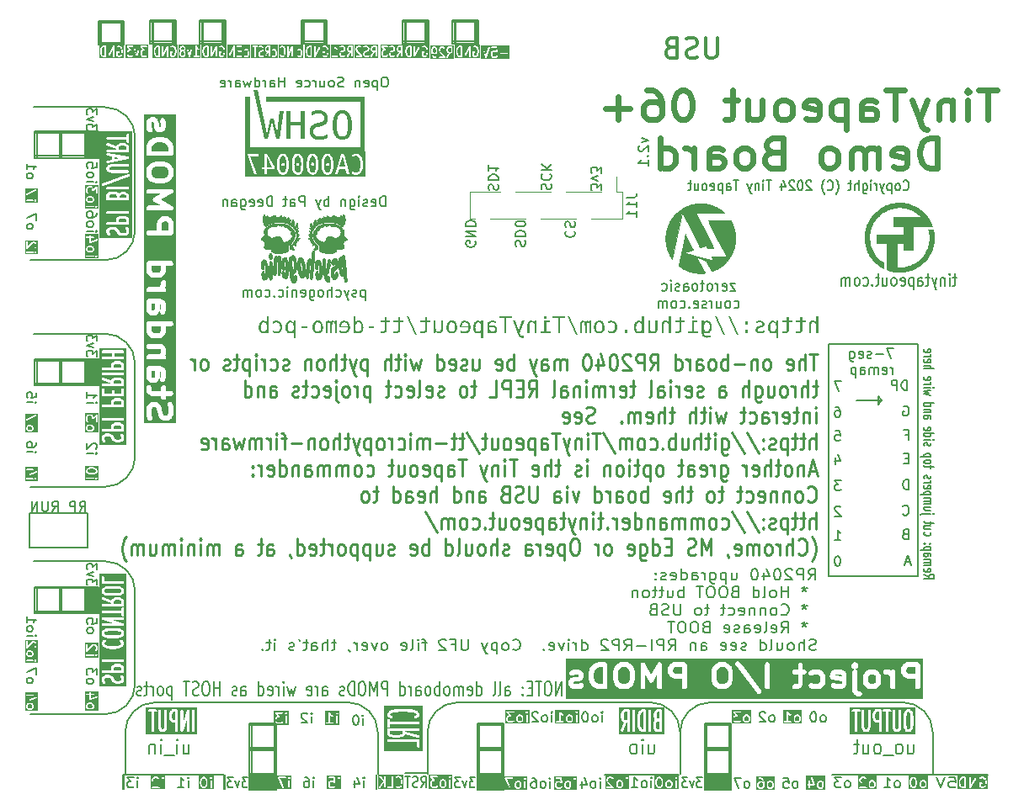
<source format=gbr>
%TF.GenerationSoftware,KiCad,Pcbnew,8.0.7-8.0.7-0~ubuntu22.04.1*%
%TF.CreationDate,2024-12-10T15:43:45-05:00*%
%TF.ProjectId,tinytapeout-demo,74696e79-7461-4706-956f-75742d64656d,2.1.0*%
%TF.SameCoordinates,PX38be5e0PY7d687e0*%
%TF.FileFunction,Legend,Bot*%
%TF.FilePolarity,Positive*%
%FSLAX46Y46*%
G04 Gerber Fmt 4.6, Leading zero omitted, Abs format (unit mm)*
G04 Created by KiCad (PCBNEW 8.0.7-8.0.7-0~ubuntu22.04.1) date 2024-12-10 15:43:45*
%MOMM*%
%LPD*%
G01*
G04 APERTURE LIST*
%ADD10C,0.200000*%
%ADD11C,0.150000*%
%ADD12C,0.180000*%
%ADD13C,0.275000*%
%ADD14C,0.500000*%
%ADD15C,0.170000*%
%ADD16C,0.300000*%
%ADD17C,0.600000*%
%ADD18C,0.220000*%
%ADD19C,0.007028*%
%ADD20C,0.010000*%
%ADD21C,0.000000*%
%ADD22C,0.120000*%
G04 APERTURE END LIST*
D10*
X97700000Y-56400000D02*
X100300000Y-56400000D01*
X105400000Y-131500000D02*
X105400000Y-124805000D01*
D11*
X67800000Y-85600000D02*
G75*
G02*
X70800000Y-88600000I0J-3000000D01*
G01*
D10*
X102900000Y-56400000D02*
X102900000Y-54000000D01*
X105200000Y-129905000D02*
X107850000Y-129905000D01*
X84950000Y-131500000D02*
X84950000Y-124805000D01*
X97700000Y-56200000D02*
X100300000Y-56200000D01*
X105300000Y-54200000D02*
X102700000Y-54200000D01*
X105300000Y-56400000D02*
X105300000Y-54000000D01*
X69500000Y-56500000D02*
X69500000Y-54100000D01*
D11*
X65805000Y-111225000D02*
X67105000Y-111225000D01*
X67105000Y-113625000D01*
X65805000Y-113625000D01*
X65805000Y-111225000D01*
G36*
X65805000Y-111225000D02*
G01*
X67105000Y-111225000D01*
X67105000Y-113625000D01*
X65805000Y-113625000D01*
X65805000Y-111225000D01*
G37*
X125600000Y-125705000D02*
X125600000Y-129905000D01*
D10*
X87500000Y-54000000D02*
X87500000Y-56400000D01*
X89800000Y-56400000D02*
X89800000Y-54000000D01*
X63405000Y-90800000D02*
X63405000Y-88150000D01*
D11*
X70800000Y-111500000D02*
X70800000Y-120900000D01*
D10*
X103000000Y-56400000D02*
X103000000Y-54000000D01*
X79900000Y-54200000D02*
X77300000Y-54200000D01*
D11*
X103200000Y-122705000D02*
X122600000Y-122705000D01*
D10*
X107850000Y-131500000D02*
X107850000Y-124805000D01*
D11*
X69600000Y-131450000D02*
X69600000Y-130005000D01*
D10*
X82300000Y-125005000D02*
X84950000Y-125005000D01*
X63405000Y-113725000D02*
X63405000Y-111075000D01*
X87500000Y-56200000D02*
X90100000Y-56200000D01*
X74700000Y-56400000D02*
X74700000Y-54000000D01*
X77300000Y-54000000D02*
X77300000Y-56400000D01*
X69700000Y-56500000D02*
X69700000Y-54100000D01*
X128275000Y-131500000D02*
X128275000Y-124805000D01*
D11*
X128600000Y-122705000D02*
X148000000Y-122705000D01*
D10*
X60705000Y-113725000D02*
X60705000Y-111075000D01*
X105200000Y-127305000D02*
X107850000Y-127305000D01*
X130575000Y-131500000D02*
X130575000Y-124805000D01*
D11*
X140500000Y-86600000D02*
X140500000Y-86800000D01*
X125600000Y-129905000D02*
X125600000Y-125705000D01*
X65805000Y-65400000D02*
X67105000Y-65400000D01*
X67105000Y-67800000D01*
X65805000Y-67800000D01*
X65805000Y-65400000D01*
G36*
X65805000Y-65400000D02*
G01*
X67105000Y-65400000D01*
X67105000Y-67800000D01*
X65805000Y-67800000D01*
X65805000Y-65400000D01*
G37*
D10*
X67105000Y-90825000D02*
X67105000Y-88175000D01*
D11*
X82400000Y-129905000D02*
X84800000Y-129905000D01*
X84800000Y-131405000D01*
X82400000Y-131405000D01*
X82400000Y-129905000D01*
G36*
X82400000Y-129905000D02*
G01*
X84800000Y-129905000D01*
X84800000Y-131405000D01*
X82400000Y-131405000D01*
X82400000Y-129905000D01*
G37*
D10*
X65805000Y-67900000D02*
X65805000Y-65375000D01*
X84800000Y-131500000D02*
X84800000Y-124805000D01*
X97700000Y-54000000D02*
X97700000Y-56400000D01*
X69700000Y-54300000D02*
X67100000Y-54300000D01*
D11*
X70800000Y-88600000D02*
X70800000Y-98000000D01*
D10*
X90100000Y-56400000D02*
X90100000Y-54000000D01*
D11*
X67800000Y-123900000D02*
X60300000Y-123900000D01*
D10*
X105100000Y-56400000D02*
X105100000Y-54000000D01*
D11*
X60600000Y-108500000D02*
X67800000Y-108500000D01*
X67800000Y-78200000D02*
X60300000Y-78200000D01*
D10*
X128075000Y-131500000D02*
X130725000Y-131500000D01*
D11*
X140500000Y-110000000D02*
X149500000Y-110000000D01*
X70800000Y-65800000D02*
X70800000Y-75200000D01*
X148000000Y-122705000D02*
G75*
G02*
X151000000Y-125705000I0J-3000000D01*
G01*
X70800000Y-120900000D02*
G75*
G02*
X67800000Y-123900000I-3000000J0D01*
G01*
D10*
X82300000Y-127505000D02*
X84950000Y-127505000D01*
X87800000Y-56400000D02*
X87800000Y-54000000D01*
X102700000Y-56400000D02*
X105300000Y-56400000D01*
X100000000Y-56400000D02*
X100000000Y-54000000D01*
X77300000Y-56400000D02*
X79900000Y-56400000D01*
D11*
X128175000Y-129905000D02*
X130575000Y-129905000D01*
X130575000Y-131405000D01*
X128175000Y-131405000D01*
X128175000Y-129905000D01*
G36*
X128175000Y-129905000D02*
G01*
X130575000Y-129905000D01*
X130575000Y-131405000D01*
X128175000Y-131405000D01*
X128175000Y-129905000D01*
G37*
D10*
X67100000Y-56500000D02*
X69700000Y-56500000D01*
X105200000Y-124805000D02*
X107850000Y-124805000D01*
X77300000Y-56200000D02*
X79900000Y-56200000D01*
X90100000Y-54200000D02*
X87500000Y-54200000D01*
X105000000Y-56400000D02*
X105000000Y-54000000D01*
X60705000Y-90800000D02*
X60705000Y-88150000D01*
D11*
X70800000Y-98000000D02*
G75*
G02*
X67800000Y-101000000I-3000000J0D01*
G01*
D10*
X82300000Y-124805000D02*
X84950000Y-124805000D01*
X74900000Y-54000000D02*
X72300000Y-54000000D01*
X67100000Y-113725000D02*
X60705000Y-113725000D01*
D11*
X65805000Y-88300000D02*
X67105000Y-88300000D01*
X67105000Y-90700000D01*
X65805000Y-90700000D01*
X65805000Y-88300000D01*
G36*
X65805000Y-88300000D02*
G01*
X67105000Y-88300000D01*
X67105000Y-90700000D01*
X65805000Y-90700000D01*
X65805000Y-88300000D01*
G37*
D10*
X72600000Y-56400000D02*
X72600000Y-54000000D01*
X72300000Y-56400000D02*
X74900000Y-56400000D01*
X65805000Y-90800000D02*
X65805000Y-88150000D01*
X67400000Y-56500000D02*
X67400000Y-54100000D01*
X60905000Y-67900000D02*
X60905000Y-65250000D01*
D11*
X79700000Y-131450000D02*
X79700000Y-130005000D01*
D10*
X72500000Y-56400000D02*
X72500000Y-54000000D01*
D11*
X125485000Y-130005000D02*
X117985000Y-130005000D01*
D10*
X67105000Y-113750000D02*
X67105000Y-111100000D01*
D11*
X67800000Y-108500000D02*
G75*
G02*
X70800000Y-111500000I0J-3000000D01*
G01*
D10*
X67100000Y-111075000D02*
X60705000Y-111075000D01*
X67100000Y-88150000D02*
X60705000Y-88150000D01*
X102700000Y-54000000D02*
X102700000Y-56400000D01*
D11*
X60600000Y-62800000D02*
X67800000Y-62800000D01*
X100200000Y-129905000D02*
X100200000Y-125705000D01*
D10*
X67300000Y-56500000D02*
X67300000Y-54100000D01*
X128075000Y-127505000D02*
X130725000Y-127505000D01*
X100300000Y-56400000D02*
X100300000Y-54000000D01*
X77600000Y-56400000D02*
X77600000Y-54000000D01*
X67100000Y-65250000D02*
X60705000Y-65250000D01*
D11*
X67800000Y-62800000D02*
G75*
G02*
X70800000Y-65800000I0J-3000000D01*
G01*
D10*
X102700000Y-56200000D02*
X105300000Y-56200000D01*
D11*
X95200000Y-129905000D02*
X95200000Y-125705000D01*
D10*
X87700000Y-56400000D02*
X87700000Y-54000000D01*
X67100000Y-67900000D02*
X60705000Y-67900000D01*
X67105000Y-90750000D02*
X67105000Y-88100000D01*
X72300000Y-54000000D02*
X72300000Y-56400000D01*
X67100000Y-56300000D02*
X69700000Y-56300000D01*
X60705000Y-67900000D02*
X60705000Y-65250000D01*
X65805000Y-67900000D02*
X65805000Y-65250000D01*
X82300000Y-127405000D02*
X84950000Y-127405000D01*
X60905000Y-113725000D02*
X60905000Y-111075000D01*
X69700000Y-54100000D02*
X67100000Y-54100000D01*
D11*
X60600000Y-85600000D02*
X67800000Y-85600000D01*
D10*
X105300000Y-54000000D02*
X102700000Y-54000000D01*
X63305000Y-90800000D02*
X63305000Y-88150000D01*
D11*
X95050000Y-131450000D02*
X95050000Y-130005000D01*
D10*
X67100000Y-90800000D02*
X60705000Y-90800000D01*
X105200000Y-131500000D02*
X107850000Y-131500000D01*
X89900000Y-56400000D02*
X89900000Y-54000000D01*
D11*
X69800000Y-125705000D02*
G75*
G02*
X72800000Y-122705000I3000000J0D01*
G01*
D10*
X82300000Y-127305000D02*
X84950000Y-127305000D01*
X105200000Y-127505000D02*
X107850000Y-127505000D01*
X128075000Y-127305000D02*
X130725000Y-127305000D01*
D11*
X140500000Y-86800000D02*
X140500000Y-110000000D01*
D10*
X65805000Y-113725000D02*
X65805000Y-111075000D01*
D11*
X70800000Y-75200000D02*
G75*
G02*
X67800000Y-78200000I-3000000J0D01*
G01*
D10*
X69400000Y-56500000D02*
X69400000Y-54100000D01*
D11*
X67800000Y-101000000D02*
X60300000Y-101000000D01*
X100200000Y-125705000D02*
G75*
G02*
X103200000Y-122705000I3000000J0D01*
G01*
D10*
X79900000Y-56400000D02*
X79900000Y-54000000D01*
X72300000Y-56200000D02*
X74900000Y-56200000D01*
X74900000Y-54200000D02*
X72300000Y-54200000D01*
D11*
X145500000Y-92000000D02*
X145500000Y-91900000D01*
X151000000Y-125705000D02*
X151000000Y-129905000D01*
D10*
X67100000Y-67700000D02*
X60705000Y-67700000D01*
X82300000Y-131500000D02*
X84950000Y-131500000D01*
X128075000Y-124805000D02*
X130725000Y-124805000D01*
X82300000Y-131500000D02*
X82300000Y-124805000D01*
X79900000Y-54000000D02*
X77300000Y-54000000D01*
X143300000Y-92300000D02*
X145900000Y-92300000D01*
X79700000Y-56400000D02*
X79700000Y-54000000D01*
D11*
X92200000Y-122705000D02*
G75*
G02*
X95200000Y-125705000I0J-3000000D01*
G01*
D10*
X82300000Y-129905000D02*
X84950000Y-129905000D01*
X105200000Y-127405000D02*
X107850000Y-127405000D01*
X145900000Y-92300000D02*
X145500000Y-92700000D01*
D11*
X149500000Y-86600000D02*
X140500000Y-86600000D01*
D10*
X97900000Y-56400000D02*
X97900000Y-54000000D01*
X63205000Y-90800000D02*
X63205000Y-88150000D01*
X74600000Y-56400000D02*
X74600000Y-54000000D01*
X100300000Y-54200000D02*
X97700000Y-54200000D01*
X128075000Y-131500000D02*
X128075000Y-124805000D01*
D11*
X65805000Y-65525000D02*
X67105000Y-65525000D01*
X67105000Y-67925000D01*
X65805000Y-67925000D01*
X65805000Y-65525000D01*
G36*
X65805000Y-65525000D02*
G01*
X67105000Y-65525000D01*
X67105000Y-67925000D01*
X65805000Y-67925000D01*
X65805000Y-65525000D01*
G37*
D10*
X74900000Y-56400000D02*
X74900000Y-54000000D01*
X60905000Y-90800000D02*
X60905000Y-88150000D01*
X67105000Y-67925000D02*
X67105000Y-65275000D01*
D11*
X156500000Y-130005000D02*
X140845000Y-130005000D01*
D10*
X67100000Y-65400000D02*
X60705000Y-65400000D01*
D11*
X69700000Y-131450000D02*
X69700000Y-130005000D01*
D10*
X107700000Y-131500000D02*
X107700000Y-124805000D01*
X67100000Y-113525000D02*
X60705000Y-113525000D01*
X90100000Y-54000000D02*
X87500000Y-54000000D01*
D11*
X65805000Y-88225000D02*
X67105000Y-88225000D01*
X67105000Y-90625000D01*
X65805000Y-90625000D01*
X65805000Y-88225000D01*
G36*
X65805000Y-88225000D02*
G01*
X67105000Y-88225000D01*
X67105000Y-90625000D01*
X65805000Y-90625000D01*
X65805000Y-88225000D01*
G37*
X79850000Y-131450000D02*
X79850000Y-130005000D01*
X69600000Y-130005000D02*
X79765000Y-130005000D01*
D10*
X87500000Y-56400000D02*
X90100000Y-56400000D01*
X105200000Y-125005000D02*
X107850000Y-125005000D01*
X145500000Y-92700000D02*
X145500000Y-92000000D01*
D11*
X125600000Y-125705000D02*
G75*
G02*
X128600000Y-122705000I3000000J0D01*
G01*
D10*
X105200000Y-131500000D02*
X105200000Y-124805000D01*
X128075000Y-125005000D02*
X130725000Y-125005000D01*
X67100000Y-88300000D02*
X60705000Y-88300000D01*
X79600000Y-56400000D02*
X79600000Y-54000000D01*
X65805000Y-90725000D02*
X65805000Y-88075000D01*
X63205000Y-113725000D02*
X63205000Y-111075000D01*
D11*
X145600000Y-92500000D02*
X145600000Y-92200000D01*
D10*
X82500000Y-131500000D02*
X82500000Y-124805000D01*
D11*
X149500000Y-110000000D02*
X149500000Y-86600000D01*
X122600000Y-122705000D02*
G75*
G02*
X125600000Y-125705000I0J-3000000D01*
G01*
D10*
X67100000Y-111225000D02*
X60705000Y-111225000D01*
X63405000Y-67900000D02*
X63405000Y-65250000D01*
D11*
X69800000Y-129905000D02*
X69800000Y-125705000D01*
X60165227Y-103684773D02*
X66000000Y-103684773D01*
X66000000Y-107100000D01*
X60165227Y-107100000D01*
X60165227Y-103684773D01*
D10*
X77500000Y-56400000D02*
X77500000Y-54000000D01*
X63305000Y-67900000D02*
X63305000Y-65250000D01*
X63205000Y-67900000D02*
X63205000Y-65250000D01*
X67100000Y-90600000D02*
X60705000Y-90600000D01*
X67100000Y-54100000D02*
X67100000Y-56500000D01*
X98000000Y-56400000D02*
X98000000Y-54000000D01*
X128075000Y-129905000D02*
X130725000Y-129905000D01*
X145500000Y-91900000D02*
X145900000Y-92300000D01*
X100300000Y-54000000D02*
X97700000Y-54000000D01*
X67100000Y-67900000D02*
X67105000Y-65400000D01*
X130725000Y-131500000D02*
X130725000Y-124805000D01*
X128075000Y-127405000D02*
X130725000Y-127405000D01*
D11*
X72800000Y-122705000D02*
X92200000Y-122705000D01*
D10*
X100100000Y-56400000D02*
X100100000Y-54000000D01*
X63305000Y-113725000D02*
X63305000Y-111075000D01*
D11*
X105300000Y-129905000D02*
X107700000Y-129905000D01*
X107700000Y-131405000D01*
X105300000Y-131405000D01*
X105300000Y-129905000D01*
G36*
X105300000Y-129905000D02*
G01*
X107700000Y-129905000D01*
X107700000Y-131405000D01*
X105300000Y-131405000D01*
X105300000Y-129905000D01*
G37*
X134898684Y-124669819D02*
X134998684Y-124622200D01*
X134998684Y-124622200D02*
X135048684Y-124574580D01*
X135048684Y-124574580D02*
X135098684Y-124479342D01*
X135098684Y-124479342D02*
X135098684Y-124193628D01*
X135098684Y-124193628D02*
X135048684Y-124098390D01*
X135048684Y-124098390D02*
X134998684Y-124050771D01*
X134998684Y-124050771D02*
X134898684Y-124003152D01*
X134898684Y-124003152D02*
X134748684Y-124003152D01*
X134748684Y-124003152D02*
X134648684Y-124050771D01*
X134648684Y-124050771D02*
X134598684Y-124098390D01*
X134598684Y-124098390D02*
X134548684Y-124193628D01*
X134548684Y-124193628D02*
X134548684Y-124479342D01*
X134548684Y-124479342D02*
X134598684Y-124574580D01*
X134598684Y-124574580D02*
X134648684Y-124622200D01*
X134648684Y-124622200D02*
X134748684Y-124669819D01*
X134748684Y-124669819D02*
X134898684Y-124669819D01*
X134148684Y-123765057D02*
X134098684Y-123717438D01*
X134098684Y-123717438D02*
X133998684Y-123669819D01*
X133998684Y-123669819D02*
X133748684Y-123669819D01*
X133748684Y-123669819D02*
X133648684Y-123717438D01*
X133648684Y-123717438D02*
X133598684Y-123765057D01*
X133598684Y-123765057D02*
X133548684Y-123860295D01*
X133548684Y-123860295D02*
X133548684Y-123955533D01*
X133548684Y-123955533D02*
X133598684Y-124098390D01*
X133598684Y-124098390D02*
X134198684Y-124669819D01*
X134198684Y-124669819D02*
X133548684Y-124669819D01*
X76148684Y-131269819D02*
X76148684Y-130603152D01*
X76148684Y-130269819D02*
X76198684Y-130317438D01*
X76198684Y-130317438D02*
X76148684Y-130365057D01*
X76148684Y-130365057D02*
X76098684Y-130317438D01*
X76098684Y-130317438D02*
X76148684Y-130269819D01*
X76148684Y-130269819D02*
X76148684Y-130365057D01*
X75098684Y-131269819D02*
X75698684Y-131269819D01*
X75398684Y-131269819D02*
X75398684Y-130269819D01*
X75398684Y-130269819D02*
X75498684Y-130412676D01*
X75498684Y-130412676D02*
X75598684Y-130507914D01*
X75598684Y-130507914D02*
X75698684Y-130555533D01*
X141758458Y-90369819D02*
X141091792Y-90369819D01*
X141091792Y-90369819D02*
X141520363Y-91369819D01*
X66930180Y-65070112D02*
X66930180Y-64512969D01*
X66930180Y-64512969D02*
X66549228Y-64812969D01*
X66549228Y-64812969D02*
X66549228Y-64684398D01*
X66549228Y-64684398D02*
X66501609Y-64598684D01*
X66501609Y-64598684D02*
X66453990Y-64555826D01*
X66453990Y-64555826D02*
X66358752Y-64512969D01*
X66358752Y-64512969D02*
X66120657Y-64512969D01*
X66120657Y-64512969D02*
X66025419Y-64555826D01*
X66025419Y-64555826D02*
X65977800Y-64598684D01*
X65977800Y-64598684D02*
X65930180Y-64684398D01*
X65930180Y-64684398D02*
X65930180Y-64941541D01*
X65930180Y-64941541D02*
X65977800Y-65027255D01*
X65977800Y-65027255D02*
X66025419Y-65070112D01*
X66596847Y-64212969D02*
X65930180Y-63998683D01*
X65930180Y-63998683D02*
X66596847Y-63784398D01*
X66930180Y-63527255D02*
X66930180Y-62970112D01*
X66930180Y-62970112D02*
X66549228Y-63270112D01*
X66549228Y-63270112D02*
X66549228Y-63141541D01*
X66549228Y-63141541D02*
X66501609Y-63055827D01*
X66501609Y-63055827D02*
X66453990Y-63012969D01*
X66453990Y-63012969D02*
X66358752Y-62970112D01*
X66358752Y-62970112D02*
X66120657Y-62970112D01*
X66120657Y-62970112D02*
X66025419Y-63012969D01*
X66025419Y-63012969D02*
X65977800Y-63055827D01*
X65977800Y-63055827D02*
X65930180Y-63141541D01*
X65930180Y-63141541D02*
X65930180Y-63398684D01*
X65930180Y-63398684D02*
X65977800Y-63484398D01*
X65977800Y-63484398D02*
X66025419Y-63527255D01*
X150130180Y-109834649D02*
X150606371Y-110067982D01*
X150130180Y-110234649D02*
X151130180Y-110234649D01*
X151130180Y-110234649D02*
X151130180Y-109967982D01*
X151130180Y-109967982D02*
X151082561Y-109901316D01*
X151082561Y-109901316D02*
X151034942Y-109867982D01*
X151034942Y-109867982D02*
X150939704Y-109834649D01*
X150939704Y-109834649D02*
X150796847Y-109834649D01*
X150796847Y-109834649D02*
X150701609Y-109867982D01*
X150701609Y-109867982D02*
X150653990Y-109901316D01*
X150653990Y-109901316D02*
X150606371Y-109967982D01*
X150606371Y-109967982D02*
X150606371Y-110234649D01*
X150177800Y-109267982D02*
X150130180Y-109334649D01*
X150130180Y-109334649D02*
X150130180Y-109467982D01*
X150130180Y-109467982D02*
X150177800Y-109534649D01*
X150177800Y-109534649D02*
X150273038Y-109567982D01*
X150273038Y-109567982D02*
X150653990Y-109567982D01*
X150653990Y-109567982D02*
X150749228Y-109534649D01*
X150749228Y-109534649D02*
X150796847Y-109467982D01*
X150796847Y-109467982D02*
X150796847Y-109334649D01*
X150796847Y-109334649D02*
X150749228Y-109267982D01*
X150749228Y-109267982D02*
X150653990Y-109234649D01*
X150653990Y-109234649D02*
X150558752Y-109234649D01*
X150558752Y-109234649D02*
X150463514Y-109567982D01*
X150130180Y-108934649D02*
X150796847Y-108934649D01*
X150701609Y-108934649D02*
X150749228Y-108901316D01*
X150749228Y-108901316D02*
X150796847Y-108834649D01*
X150796847Y-108834649D02*
X150796847Y-108734649D01*
X150796847Y-108734649D02*
X150749228Y-108667982D01*
X150749228Y-108667982D02*
X150653990Y-108634649D01*
X150653990Y-108634649D02*
X150130180Y-108634649D01*
X150653990Y-108634649D02*
X150749228Y-108601316D01*
X150749228Y-108601316D02*
X150796847Y-108534649D01*
X150796847Y-108534649D02*
X150796847Y-108434649D01*
X150796847Y-108434649D02*
X150749228Y-108367982D01*
X150749228Y-108367982D02*
X150653990Y-108334649D01*
X150653990Y-108334649D02*
X150130180Y-108334649D01*
X150130180Y-107701316D02*
X150653990Y-107701316D01*
X150653990Y-107701316D02*
X150749228Y-107734649D01*
X150749228Y-107734649D02*
X150796847Y-107801316D01*
X150796847Y-107801316D02*
X150796847Y-107934649D01*
X150796847Y-107934649D02*
X150749228Y-108001316D01*
X150177800Y-107701316D02*
X150130180Y-107767983D01*
X150130180Y-107767983D02*
X150130180Y-107934649D01*
X150130180Y-107934649D02*
X150177800Y-108001316D01*
X150177800Y-108001316D02*
X150273038Y-108034649D01*
X150273038Y-108034649D02*
X150368276Y-108034649D01*
X150368276Y-108034649D02*
X150463514Y-108001316D01*
X150463514Y-108001316D02*
X150511133Y-107934649D01*
X150511133Y-107934649D02*
X150511133Y-107767983D01*
X150511133Y-107767983D02*
X150558752Y-107701316D01*
X150796847Y-107367983D02*
X149796847Y-107367983D01*
X150749228Y-107367983D02*
X150796847Y-107301316D01*
X150796847Y-107301316D02*
X150796847Y-107167983D01*
X150796847Y-107167983D02*
X150749228Y-107101316D01*
X150749228Y-107101316D02*
X150701609Y-107067983D01*
X150701609Y-107067983D02*
X150606371Y-107034650D01*
X150606371Y-107034650D02*
X150320657Y-107034650D01*
X150320657Y-107034650D02*
X150225419Y-107067983D01*
X150225419Y-107067983D02*
X150177800Y-107101316D01*
X150177800Y-107101316D02*
X150130180Y-107167983D01*
X150130180Y-107167983D02*
X150130180Y-107301316D01*
X150130180Y-107301316D02*
X150177800Y-107367983D01*
X150225419Y-106734650D02*
X150177800Y-106701317D01*
X150177800Y-106701317D02*
X150130180Y-106734650D01*
X150130180Y-106734650D02*
X150177800Y-106767983D01*
X150177800Y-106767983D02*
X150225419Y-106734650D01*
X150225419Y-106734650D02*
X150130180Y-106734650D01*
X150749228Y-106734650D02*
X150701609Y-106701317D01*
X150701609Y-106701317D02*
X150653990Y-106734650D01*
X150653990Y-106734650D02*
X150701609Y-106767983D01*
X150701609Y-106767983D02*
X150749228Y-106734650D01*
X150749228Y-106734650D02*
X150653990Y-106734650D01*
X150177800Y-105567984D02*
X150130180Y-105634651D01*
X150130180Y-105634651D02*
X150130180Y-105767984D01*
X150130180Y-105767984D02*
X150177800Y-105834651D01*
X150177800Y-105834651D02*
X150225419Y-105867984D01*
X150225419Y-105867984D02*
X150320657Y-105901317D01*
X150320657Y-105901317D02*
X150606371Y-105901317D01*
X150606371Y-105901317D02*
X150701609Y-105867984D01*
X150701609Y-105867984D02*
X150749228Y-105834651D01*
X150749228Y-105834651D02*
X150796847Y-105767984D01*
X150796847Y-105767984D02*
X150796847Y-105634651D01*
X150796847Y-105634651D02*
X150749228Y-105567984D01*
X150796847Y-104967984D02*
X150130180Y-104967984D01*
X150796847Y-105267984D02*
X150273038Y-105267984D01*
X150273038Y-105267984D02*
X150177800Y-105234651D01*
X150177800Y-105234651D02*
X150130180Y-105167984D01*
X150130180Y-105167984D02*
X150130180Y-105067984D01*
X150130180Y-105067984D02*
X150177800Y-105001317D01*
X150177800Y-105001317D02*
X150225419Y-104967984D01*
X150796847Y-104734651D02*
X150796847Y-104467984D01*
X151130180Y-104634651D02*
X150273038Y-104634651D01*
X150273038Y-104634651D02*
X150177800Y-104601318D01*
X150177800Y-104601318D02*
X150130180Y-104534651D01*
X150130180Y-104534651D02*
X150130180Y-104467984D01*
X150796847Y-103701318D02*
X149939704Y-103701318D01*
X149939704Y-103701318D02*
X149844466Y-103734651D01*
X149844466Y-103734651D02*
X149796847Y-103801318D01*
X149796847Y-103801318D02*
X149796847Y-103834651D01*
X151130180Y-103701318D02*
X151082561Y-103734651D01*
X151082561Y-103734651D02*
X151034942Y-103701318D01*
X151034942Y-103701318D02*
X151082561Y-103667985D01*
X151082561Y-103667985D02*
X151130180Y-103701318D01*
X151130180Y-103701318D02*
X151034942Y-103701318D01*
X150796847Y-103067985D02*
X150130180Y-103067985D01*
X150796847Y-103367985D02*
X150273038Y-103367985D01*
X150273038Y-103367985D02*
X150177800Y-103334652D01*
X150177800Y-103334652D02*
X150130180Y-103267985D01*
X150130180Y-103267985D02*
X150130180Y-103167985D01*
X150130180Y-103167985D02*
X150177800Y-103101318D01*
X150177800Y-103101318D02*
X150225419Y-103067985D01*
X150130180Y-102734652D02*
X150796847Y-102734652D01*
X150701609Y-102734652D02*
X150749228Y-102701319D01*
X150749228Y-102701319D02*
X150796847Y-102634652D01*
X150796847Y-102634652D02*
X150796847Y-102534652D01*
X150796847Y-102534652D02*
X150749228Y-102467985D01*
X150749228Y-102467985D02*
X150653990Y-102434652D01*
X150653990Y-102434652D02*
X150130180Y-102434652D01*
X150653990Y-102434652D02*
X150749228Y-102401319D01*
X150749228Y-102401319D02*
X150796847Y-102334652D01*
X150796847Y-102334652D02*
X150796847Y-102234652D01*
X150796847Y-102234652D02*
X150749228Y-102167985D01*
X150749228Y-102167985D02*
X150653990Y-102134652D01*
X150653990Y-102134652D02*
X150130180Y-102134652D01*
X150796847Y-101801319D02*
X149796847Y-101801319D01*
X150749228Y-101801319D02*
X150796847Y-101734652D01*
X150796847Y-101734652D02*
X150796847Y-101601319D01*
X150796847Y-101601319D02*
X150749228Y-101534652D01*
X150749228Y-101534652D02*
X150701609Y-101501319D01*
X150701609Y-101501319D02*
X150606371Y-101467986D01*
X150606371Y-101467986D02*
X150320657Y-101467986D01*
X150320657Y-101467986D02*
X150225419Y-101501319D01*
X150225419Y-101501319D02*
X150177800Y-101534652D01*
X150177800Y-101534652D02*
X150130180Y-101601319D01*
X150130180Y-101601319D02*
X150130180Y-101734652D01*
X150130180Y-101734652D02*
X150177800Y-101801319D01*
X150177800Y-100901319D02*
X150130180Y-100967986D01*
X150130180Y-100967986D02*
X150130180Y-101101319D01*
X150130180Y-101101319D02*
X150177800Y-101167986D01*
X150177800Y-101167986D02*
X150273038Y-101201319D01*
X150273038Y-101201319D02*
X150653990Y-101201319D01*
X150653990Y-101201319D02*
X150749228Y-101167986D01*
X150749228Y-101167986D02*
X150796847Y-101101319D01*
X150796847Y-101101319D02*
X150796847Y-100967986D01*
X150796847Y-100967986D02*
X150749228Y-100901319D01*
X150749228Y-100901319D02*
X150653990Y-100867986D01*
X150653990Y-100867986D02*
X150558752Y-100867986D01*
X150558752Y-100867986D02*
X150463514Y-101201319D01*
X150130180Y-100567986D02*
X150796847Y-100567986D01*
X150606371Y-100567986D02*
X150701609Y-100534653D01*
X150701609Y-100534653D02*
X150749228Y-100501319D01*
X150749228Y-100501319D02*
X150796847Y-100434653D01*
X150796847Y-100434653D02*
X150796847Y-100367986D01*
X150177800Y-100167986D02*
X150130180Y-100101320D01*
X150130180Y-100101320D02*
X150130180Y-99967986D01*
X150130180Y-99967986D02*
X150177800Y-99901320D01*
X150177800Y-99901320D02*
X150273038Y-99867986D01*
X150273038Y-99867986D02*
X150320657Y-99867986D01*
X150320657Y-99867986D02*
X150415895Y-99901320D01*
X150415895Y-99901320D02*
X150463514Y-99967986D01*
X150463514Y-99967986D02*
X150463514Y-100067986D01*
X150463514Y-100067986D02*
X150511133Y-100134653D01*
X150511133Y-100134653D02*
X150606371Y-100167986D01*
X150606371Y-100167986D02*
X150653990Y-100167986D01*
X150653990Y-100167986D02*
X150749228Y-100134653D01*
X150749228Y-100134653D02*
X150796847Y-100067986D01*
X150796847Y-100067986D02*
X150796847Y-99967986D01*
X150796847Y-99967986D02*
X150749228Y-99901320D01*
X150796847Y-99134653D02*
X150796847Y-98867986D01*
X151130180Y-99034653D02*
X150273038Y-99034653D01*
X150273038Y-99034653D02*
X150177800Y-99001320D01*
X150177800Y-99001320D02*
X150130180Y-98934653D01*
X150130180Y-98934653D02*
X150130180Y-98867986D01*
X150130180Y-98534653D02*
X150177800Y-98601320D01*
X150177800Y-98601320D02*
X150225419Y-98634653D01*
X150225419Y-98634653D02*
X150320657Y-98667986D01*
X150320657Y-98667986D02*
X150606371Y-98667986D01*
X150606371Y-98667986D02*
X150701609Y-98634653D01*
X150701609Y-98634653D02*
X150749228Y-98601320D01*
X150749228Y-98601320D02*
X150796847Y-98534653D01*
X150796847Y-98534653D02*
X150796847Y-98434653D01*
X150796847Y-98434653D02*
X150749228Y-98367986D01*
X150749228Y-98367986D02*
X150701609Y-98334653D01*
X150701609Y-98334653D02*
X150606371Y-98301320D01*
X150606371Y-98301320D02*
X150320657Y-98301320D01*
X150320657Y-98301320D02*
X150225419Y-98334653D01*
X150225419Y-98334653D02*
X150177800Y-98367986D01*
X150177800Y-98367986D02*
X150130180Y-98434653D01*
X150130180Y-98434653D02*
X150130180Y-98534653D01*
X150796847Y-98001320D02*
X149796847Y-98001320D01*
X150749228Y-98001320D02*
X150796847Y-97934653D01*
X150796847Y-97934653D02*
X150796847Y-97801320D01*
X150796847Y-97801320D02*
X150749228Y-97734653D01*
X150749228Y-97734653D02*
X150701609Y-97701320D01*
X150701609Y-97701320D02*
X150606371Y-97667987D01*
X150606371Y-97667987D02*
X150320657Y-97667987D01*
X150320657Y-97667987D02*
X150225419Y-97701320D01*
X150225419Y-97701320D02*
X150177800Y-97734653D01*
X150177800Y-97734653D02*
X150130180Y-97801320D01*
X150130180Y-97801320D02*
X150130180Y-97934653D01*
X150130180Y-97934653D02*
X150177800Y-98001320D01*
X150177800Y-96867987D02*
X150130180Y-96801321D01*
X150130180Y-96801321D02*
X150130180Y-96667987D01*
X150130180Y-96667987D02*
X150177800Y-96601321D01*
X150177800Y-96601321D02*
X150273038Y-96567987D01*
X150273038Y-96567987D02*
X150320657Y-96567987D01*
X150320657Y-96567987D02*
X150415895Y-96601321D01*
X150415895Y-96601321D02*
X150463514Y-96667987D01*
X150463514Y-96667987D02*
X150463514Y-96767987D01*
X150463514Y-96767987D02*
X150511133Y-96834654D01*
X150511133Y-96834654D02*
X150606371Y-96867987D01*
X150606371Y-96867987D02*
X150653990Y-96867987D01*
X150653990Y-96867987D02*
X150749228Y-96834654D01*
X150749228Y-96834654D02*
X150796847Y-96767987D01*
X150796847Y-96767987D02*
X150796847Y-96667987D01*
X150796847Y-96667987D02*
X150749228Y-96601321D01*
X150130180Y-96267987D02*
X150796847Y-96267987D01*
X151130180Y-96267987D02*
X151082561Y-96301320D01*
X151082561Y-96301320D02*
X151034942Y-96267987D01*
X151034942Y-96267987D02*
X151082561Y-96234654D01*
X151082561Y-96234654D02*
X151130180Y-96267987D01*
X151130180Y-96267987D02*
X151034942Y-96267987D01*
X150130180Y-95634654D02*
X151130180Y-95634654D01*
X150177800Y-95634654D02*
X150130180Y-95701321D01*
X150130180Y-95701321D02*
X150130180Y-95834654D01*
X150130180Y-95834654D02*
X150177800Y-95901321D01*
X150177800Y-95901321D02*
X150225419Y-95934654D01*
X150225419Y-95934654D02*
X150320657Y-95967987D01*
X150320657Y-95967987D02*
X150606371Y-95967987D01*
X150606371Y-95967987D02*
X150701609Y-95934654D01*
X150701609Y-95934654D02*
X150749228Y-95901321D01*
X150749228Y-95901321D02*
X150796847Y-95834654D01*
X150796847Y-95834654D02*
X150796847Y-95701321D01*
X150796847Y-95701321D02*
X150749228Y-95634654D01*
X150177800Y-95034654D02*
X150130180Y-95101321D01*
X150130180Y-95101321D02*
X150130180Y-95234654D01*
X150130180Y-95234654D02*
X150177800Y-95301321D01*
X150177800Y-95301321D02*
X150273038Y-95334654D01*
X150273038Y-95334654D02*
X150653990Y-95334654D01*
X150653990Y-95334654D02*
X150749228Y-95301321D01*
X150749228Y-95301321D02*
X150796847Y-95234654D01*
X150796847Y-95234654D02*
X150796847Y-95101321D01*
X150796847Y-95101321D02*
X150749228Y-95034654D01*
X150749228Y-95034654D02*
X150653990Y-95001321D01*
X150653990Y-95001321D02*
X150558752Y-95001321D01*
X150558752Y-95001321D02*
X150463514Y-95334654D01*
X150130180Y-93867988D02*
X150653990Y-93867988D01*
X150653990Y-93867988D02*
X150749228Y-93901321D01*
X150749228Y-93901321D02*
X150796847Y-93967988D01*
X150796847Y-93967988D02*
X150796847Y-94101321D01*
X150796847Y-94101321D02*
X150749228Y-94167988D01*
X150177800Y-93867988D02*
X150130180Y-93934655D01*
X150130180Y-93934655D02*
X150130180Y-94101321D01*
X150130180Y-94101321D02*
X150177800Y-94167988D01*
X150177800Y-94167988D02*
X150273038Y-94201321D01*
X150273038Y-94201321D02*
X150368276Y-94201321D01*
X150368276Y-94201321D02*
X150463514Y-94167988D01*
X150463514Y-94167988D02*
X150511133Y-94101321D01*
X150511133Y-94101321D02*
X150511133Y-93934655D01*
X150511133Y-93934655D02*
X150558752Y-93867988D01*
X150796847Y-93534655D02*
X150130180Y-93534655D01*
X150701609Y-93534655D02*
X150749228Y-93501322D01*
X150749228Y-93501322D02*
X150796847Y-93434655D01*
X150796847Y-93434655D02*
X150796847Y-93334655D01*
X150796847Y-93334655D02*
X150749228Y-93267988D01*
X150749228Y-93267988D02*
X150653990Y-93234655D01*
X150653990Y-93234655D02*
X150130180Y-93234655D01*
X150130180Y-92601322D02*
X151130180Y-92601322D01*
X150177800Y-92601322D02*
X150130180Y-92667989D01*
X150130180Y-92667989D02*
X150130180Y-92801322D01*
X150130180Y-92801322D02*
X150177800Y-92867989D01*
X150177800Y-92867989D02*
X150225419Y-92901322D01*
X150225419Y-92901322D02*
X150320657Y-92934655D01*
X150320657Y-92934655D02*
X150606371Y-92934655D01*
X150606371Y-92934655D02*
X150701609Y-92901322D01*
X150701609Y-92901322D02*
X150749228Y-92867989D01*
X150749228Y-92867989D02*
X150796847Y-92801322D01*
X150796847Y-92801322D02*
X150796847Y-92667989D01*
X150796847Y-92667989D02*
X150749228Y-92601322D01*
X150796847Y-91801323D02*
X150130180Y-91667989D01*
X150130180Y-91667989D02*
X150606371Y-91534656D01*
X150606371Y-91534656D02*
X150130180Y-91401323D01*
X150130180Y-91401323D02*
X150796847Y-91267989D01*
X150130180Y-91001323D02*
X150796847Y-91001323D01*
X151130180Y-91001323D02*
X151082561Y-91034656D01*
X151082561Y-91034656D02*
X151034942Y-91001323D01*
X151034942Y-91001323D02*
X151082561Y-90967990D01*
X151082561Y-90967990D02*
X151130180Y-91001323D01*
X151130180Y-91001323D02*
X151034942Y-91001323D01*
X150130180Y-90667990D02*
X150796847Y-90667990D01*
X150606371Y-90667990D02*
X150701609Y-90634657D01*
X150701609Y-90634657D02*
X150749228Y-90601323D01*
X150749228Y-90601323D02*
X150796847Y-90534657D01*
X150796847Y-90534657D02*
X150796847Y-90467990D01*
X150177800Y-89967990D02*
X150130180Y-90034657D01*
X150130180Y-90034657D02*
X150130180Y-90167990D01*
X150130180Y-90167990D02*
X150177800Y-90234657D01*
X150177800Y-90234657D02*
X150273038Y-90267990D01*
X150273038Y-90267990D02*
X150653990Y-90267990D01*
X150653990Y-90267990D02*
X150749228Y-90234657D01*
X150749228Y-90234657D02*
X150796847Y-90167990D01*
X150796847Y-90167990D02*
X150796847Y-90034657D01*
X150796847Y-90034657D02*
X150749228Y-89967990D01*
X150749228Y-89967990D02*
X150653990Y-89934657D01*
X150653990Y-89934657D02*
X150558752Y-89934657D01*
X150558752Y-89934657D02*
X150463514Y-90267990D01*
X150130180Y-89101324D02*
X151130180Y-89101324D01*
X150130180Y-88801324D02*
X150653990Y-88801324D01*
X150653990Y-88801324D02*
X150749228Y-88834657D01*
X150749228Y-88834657D02*
X150796847Y-88901324D01*
X150796847Y-88901324D02*
X150796847Y-89001324D01*
X150796847Y-89001324D02*
X150749228Y-89067991D01*
X150749228Y-89067991D02*
X150701609Y-89101324D01*
X150177800Y-88201324D02*
X150130180Y-88267991D01*
X150130180Y-88267991D02*
X150130180Y-88401324D01*
X150130180Y-88401324D02*
X150177800Y-88467991D01*
X150177800Y-88467991D02*
X150273038Y-88501324D01*
X150273038Y-88501324D02*
X150653990Y-88501324D01*
X150653990Y-88501324D02*
X150749228Y-88467991D01*
X150749228Y-88467991D02*
X150796847Y-88401324D01*
X150796847Y-88401324D02*
X150796847Y-88267991D01*
X150796847Y-88267991D02*
X150749228Y-88201324D01*
X150749228Y-88201324D02*
X150653990Y-88167991D01*
X150653990Y-88167991D02*
X150558752Y-88167991D01*
X150558752Y-88167991D02*
X150463514Y-88501324D01*
X150130180Y-87867991D02*
X150796847Y-87867991D01*
X150606371Y-87867991D02*
X150701609Y-87834658D01*
X150701609Y-87834658D02*
X150749228Y-87801324D01*
X150749228Y-87801324D02*
X150796847Y-87734658D01*
X150796847Y-87734658D02*
X150796847Y-87667991D01*
X150177800Y-87167991D02*
X150130180Y-87234658D01*
X150130180Y-87234658D02*
X150130180Y-87367991D01*
X150130180Y-87367991D02*
X150177800Y-87434658D01*
X150177800Y-87434658D02*
X150273038Y-87467991D01*
X150273038Y-87467991D02*
X150653990Y-87467991D01*
X150653990Y-87467991D02*
X150749228Y-87434658D01*
X150749228Y-87434658D02*
X150796847Y-87367991D01*
X150796847Y-87367991D02*
X150796847Y-87234658D01*
X150796847Y-87234658D02*
X150749228Y-87167991D01*
X150749228Y-87167991D02*
X150653990Y-87134658D01*
X150653990Y-87134658D02*
X150558752Y-87134658D01*
X150558752Y-87134658D02*
X150463514Y-87467991D01*
X117748684Y-124669819D02*
X117748684Y-124003152D01*
X117748684Y-123669819D02*
X117798684Y-123717438D01*
X117798684Y-123717438D02*
X117748684Y-123765057D01*
X117748684Y-123765057D02*
X117698684Y-123717438D01*
X117698684Y-123717438D02*
X117748684Y-123669819D01*
X117748684Y-123669819D02*
X117748684Y-123765057D01*
X117098684Y-124669819D02*
X117198684Y-124622200D01*
X117198684Y-124622200D02*
X117248684Y-124574580D01*
X117248684Y-124574580D02*
X117298684Y-124479342D01*
X117298684Y-124479342D02*
X117298684Y-124193628D01*
X117298684Y-124193628D02*
X117248684Y-124098390D01*
X117248684Y-124098390D02*
X117198684Y-124050771D01*
X117198684Y-124050771D02*
X117098684Y-124003152D01*
X117098684Y-124003152D02*
X116948684Y-124003152D01*
X116948684Y-124003152D02*
X116848684Y-124050771D01*
X116848684Y-124050771D02*
X116798684Y-124098390D01*
X116798684Y-124098390D02*
X116748684Y-124193628D01*
X116748684Y-124193628D02*
X116748684Y-124479342D01*
X116748684Y-124479342D02*
X116798684Y-124574580D01*
X116798684Y-124574580D02*
X116848684Y-124622200D01*
X116848684Y-124622200D02*
X116948684Y-124669819D01*
X116948684Y-124669819D02*
X117098684Y-124669819D01*
X116098684Y-123669819D02*
X115998684Y-123669819D01*
X115998684Y-123669819D02*
X115898684Y-123717438D01*
X115898684Y-123717438D02*
X115848684Y-123765057D01*
X115848684Y-123765057D02*
X115798684Y-123860295D01*
X115798684Y-123860295D02*
X115748684Y-124050771D01*
X115748684Y-124050771D02*
X115748684Y-124288866D01*
X115748684Y-124288866D02*
X115798684Y-124479342D01*
X115798684Y-124479342D02*
X115848684Y-124574580D01*
X115848684Y-124574580D02*
X115898684Y-124622200D01*
X115898684Y-124622200D02*
X115998684Y-124669819D01*
X115998684Y-124669819D02*
X116098684Y-124669819D01*
X116098684Y-124669819D02*
X116198684Y-124622200D01*
X116198684Y-124622200D02*
X116248684Y-124574580D01*
X116248684Y-124574580D02*
X116298684Y-124479342D01*
X116298684Y-124479342D02*
X116348684Y-124288866D01*
X116348684Y-124288866D02*
X116348684Y-124050771D01*
X116348684Y-124050771D02*
X116298684Y-123860295D01*
X116298684Y-123860295D02*
X116248684Y-123765057D01*
X116248684Y-123765057D02*
X116198684Y-123717438D01*
X116198684Y-123717438D02*
X116098684Y-123669819D01*
G36*
X138544829Y-84771824D02*
G01*
X138544829Y-85528000D01*
X138748039Y-85528000D01*
X138748039Y-84771824D01*
X138752644Y-84686173D01*
X138768566Y-84607176D01*
X138802684Y-84534847D01*
X138806266Y-84529926D01*
X138869856Y-84477032D01*
X138951542Y-84454438D01*
X138988764Y-84452549D01*
X139071051Y-84462281D01*
X139146845Y-84495466D01*
X139207215Y-84552200D01*
X139247401Y-84622955D01*
X139270842Y-84701121D01*
X139281558Y-84782124D01*
X139283419Y-84838258D01*
X139283419Y-85528000D01*
X139485847Y-85528000D01*
X139485847Y-83827288D01*
X139283419Y-83827288D01*
X139283419Y-84490847D01*
X139241817Y-84424624D01*
X139186112Y-84366180D01*
X139137264Y-84331796D01*
X139063258Y-84298695D01*
X138986923Y-84281773D01*
X138918422Y-84277476D01*
X138830397Y-84285145D01*
X138754291Y-84308153D01*
X138682919Y-84352371D01*
X138637836Y-84400184D01*
X138597145Y-84469427D01*
X138568080Y-84554448D01*
X138552186Y-84641784D01*
X138545646Y-84726258D01*
X138544829Y-84771824D01*
G37*
G36*
X137677669Y-83952340D02*
G01*
X137677669Y-84302487D01*
X137218101Y-84302487D01*
X137218101Y-84452549D01*
X137677669Y-84452549D01*
X137677669Y-85130568D01*
X137672631Y-85208863D01*
X137651020Y-85286227D01*
X137626085Y-85323617D01*
X137555254Y-85364357D01*
X137476871Y-85377088D01*
X137445931Y-85377937D01*
X137218101Y-85377937D01*
X137218101Y-85528000D01*
X137465471Y-85528000D01*
X137546181Y-85524853D01*
X137628396Y-85513230D01*
X137706602Y-85489459D01*
X137774499Y-85449346D01*
X137786699Y-85438509D01*
X137835952Y-85369984D01*
X137864683Y-85286775D01*
X137876814Y-85207953D01*
X137880097Y-85130568D01*
X137880097Y-84452549D01*
X138208750Y-84452549D01*
X138208750Y-84302487D01*
X137880097Y-84302487D01*
X137880097Y-83952340D01*
X137677669Y-83952340D01*
G37*
G36*
X136330230Y-83952340D02*
G01*
X136330230Y-84302487D01*
X135870662Y-84302487D01*
X135870662Y-84452549D01*
X136330230Y-84452549D01*
X136330230Y-85130568D01*
X136325192Y-85208863D01*
X136303581Y-85286227D01*
X136278646Y-85323617D01*
X136207815Y-85364357D01*
X136129432Y-85377088D01*
X136098492Y-85377937D01*
X135870662Y-85377937D01*
X135870662Y-85528000D01*
X136118032Y-85528000D01*
X136198742Y-85524853D01*
X136280957Y-85513230D01*
X136359163Y-85489459D01*
X136427060Y-85449346D01*
X136439260Y-85438509D01*
X136488513Y-85369984D01*
X136517244Y-85286775D01*
X136529375Y-85207953D01*
X136532658Y-85130568D01*
X136532658Y-84452549D01*
X136861311Y-84452549D01*
X136861311Y-84302487D01*
X136532658Y-84302487D01*
X136532658Y-83952340D01*
X136330230Y-83952340D01*
G37*
G36*
X134957034Y-84279193D02*
G01*
X135038194Y-84294697D01*
X135110969Y-84326325D01*
X135141295Y-84346049D01*
X135198895Y-84399436D01*
X135245401Y-84467399D01*
X135245401Y-84302487D01*
X135449002Y-84302487D01*
X135449002Y-86003198D01*
X135245401Y-86003198D01*
X135245401Y-85363087D01*
X135229389Y-85390961D01*
X135179634Y-85453432D01*
X135112923Y-85504552D01*
X135074818Y-85523434D01*
X134996908Y-85546196D01*
X134916748Y-85553010D01*
X134862733Y-85550378D01*
X134775320Y-85533108D01*
X134696956Y-85499718D01*
X134627644Y-85450209D01*
X134567383Y-85384580D01*
X134530681Y-85328713D01*
X134494851Y-85253462D01*
X134467978Y-85169253D01*
X134452427Y-85092237D01*
X134443096Y-85008999D01*
X134439986Y-84919542D01*
X134440102Y-84915243D01*
X134652184Y-84915243D01*
X134652474Y-84943478D01*
X134656824Y-85022905D01*
X134668498Y-85105569D01*
X134690541Y-85186853D01*
X134726434Y-85261482D01*
X134731120Y-85268646D01*
X134785754Y-85327784D01*
X134862161Y-85366564D01*
X134946448Y-85377937D01*
X134964584Y-85377477D01*
X135046886Y-85361395D01*
X135115221Y-85322339D01*
X135169588Y-85260309D01*
X135178768Y-85245131D01*
X135212751Y-85166288D01*
X135232889Y-85081725D01*
X135242735Y-84996553D01*
X135245401Y-84915243D01*
X135245105Y-84887149D01*
X135240662Y-84808069D01*
X135228743Y-84725672D01*
X135206236Y-84644511D01*
X135169588Y-84569786D01*
X135159832Y-84555589D01*
X135102671Y-84498345D01*
X135031543Y-84463998D01*
X134946448Y-84452549D01*
X134937383Y-84452664D01*
X134854509Y-84466356D01*
X134779656Y-84507777D01*
X134726434Y-84569395D01*
X134717442Y-84584393D01*
X134684160Y-84662803D01*
X134664438Y-84747500D01*
X134654794Y-84833191D01*
X134652184Y-84915243D01*
X134440102Y-84915243D01*
X134441970Y-84846263D01*
X134450032Y-84760417D01*
X134464295Y-84680964D01*
X134489597Y-84594058D01*
X134523830Y-84516356D01*
X134566992Y-84447860D01*
X134609019Y-84398775D01*
X134675710Y-84344032D01*
X134751565Y-84305596D01*
X134836582Y-84283466D01*
X134916748Y-84277476D01*
X134957034Y-84279193D01*
G37*
G36*
X133240655Y-84352508D02*
G01*
X133240655Y-84552591D01*
X133311402Y-84516077D01*
X133388167Y-84485986D01*
X133415729Y-84477560D01*
X133493264Y-84460463D01*
X133571995Y-84452940D01*
X133594710Y-84452549D01*
X133673852Y-84456747D01*
X133750789Y-84472867D01*
X133799874Y-84495536D01*
X133852625Y-84553478D01*
X133867480Y-84625669D01*
X133849708Y-84705683D01*
X133817069Y-84744078D01*
X133743819Y-84777898D01*
X133666315Y-84799244D01*
X133589579Y-84815633D01*
X133565010Y-84820281D01*
X133483726Y-84834741D01*
X133404876Y-84855081D01*
X133330825Y-84888267D01*
X133265854Y-84937643D01*
X133255896Y-84948069D01*
X133208507Y-85018869D01*
X133184281Y-85096417D01*
X133178129Y-85168865D01*
X133186238Y-85254228D01*
X133210565Y-85329772D01*
X133257317Y-85403023D01*
X133307871Y-85451405D01*
X133379043Y-85495857D01*
X133462819Y-85527609D01*
X133546460Y-85544973D01*
X133625833Y-85552117D01*
X133668178Y-85553010D01*
X133749838Y-85548223D01*
X133828611Y-85535205D01*
X133859665Y-85528000D01*
X133937004Y-85505725D01*
X134011954Y-85479127D01*
X134076161Y-85452968D01*
X134076161Y-85252884D01*
X134006323Y-85288910D01*
X133931793Y-85321486D01*
X133859665Y-85346674D01*
X133783589Y-85365725D01*
X133704771Y-85376441D01*
X133663879Y-85377937D01*
X133578884Y-85371610D01*
X133502488Y-85350279D01*
X133456371Y-85324399D01*
X133403357Y-85264761D01*
X133382800Y-85186234D01*
X133382512Y-85174336D01*
X133408806Y-85095987D01*
X133477434Y-85039765D01*
X133560261Y-85005398D01*
X133651765Y-84982459D01*
X133660753Y-84980114D01*
X133736566Y-84965264D01*
X133818021Y-84945798D01*
X133895586Y-84917067D01*
X133964295Y-84876660D01*
X133991751Y-84853108D01*
X134040569Y-84785880D01*
X134065526Y-84710158D01*
X134071863Y-84638174D01*
X134064389Y-84556572D01*
X134038114Y-84476624D01*
X133992920Y-84409225D01*
X133952281Y-84371265D01*
X133876698Y-84325928D01*
X133795915Y-84298084D01*
X133714731Y-84283338D01*
X133623748Y-84277568D01*
X133609951Y-84277476D01*
X133530909Y-84280572D01*
X133448673Y-84290830D01*
X133420027Y-84296234D01*
X133340687Y-84316237D01*
X133262692Y-84343422D01*
X133240655Y-84352508D01*
G37*
G36*
X132425471Y-84352508D02*
G01*
X132148401Y-84352508D01*
X132148401Y-84677644D01*
X132425471Y-84677644D01*
X132425471Y-84352508D01*
G37*
G36*
X132425471Y-85202863D02*
G01*
X132148401Y-85202863D01*
X132148401Y-85528000D01*
X132425471Y-85528000D01*
X132425471Y-85202863D01*
G37*
G36*
X130638394Y-83877309D02*
G01*
X130429323Y-83877309D01*
X131293356Y-85728083D01*
X131503210Y-85728083D01*
X130638394Y-83877309D01*
G37*
G36*
X129290956Y-83877309D02*
G01*
X129081884Y-83877309D01*
X129945917Y-85728083D01*
X130155771Y-85728083D01*
X129290956Y-83877309D01*
G37*
G36*
X128365287Y-84280132D02*
G01*
X128450596Y-84297563D01*
X128527602Y-84331263D01*
X128596305Y-84381232D01*
X128656706Y-84447469D01*
X128686839Y-84491775D01*
X128724506Y-84565011D01*
X128753133Y-84646381D01*
X128772720Y-84735883D01*
X128782136Y-84816682D01*
X128785275Y-84903129D01*
X128784145Y-84955535D01*
X128777240Y-85038390D01*
X128760666Y-85130412D01*
X128735053Y-85214355D01*
X128700399Y-85290220D01*
X128656706Y-85358006D01*
X128623208Y-85397849D01*
X128558063Y-85454790D01*
X128484615Y-85495462D01*
X128402865Y-85519865D01*
X128312812Y-85528000D01*
X128262082Y-85525512D01*
X128183295Y-85509676D01*
X128109602Y-85476025D01*
X128074697Y-85450686D01*
X128018804Y-85389837D01*
X127977515Y-85317755D01*
X127977515Y-85458439D01*
X127977515Y-85467427D01*
X127978681Y-85512832D01*
X127988012Y-85594116D01*
X128009660Y-85670379D01*
X128052156Y-85741761D01*
X128061834Y-85752219D01*
X128127506Y-85797678D01*
X128205481Y-85821294D01*
X128290537Y-85828125D01*
X128372983Y-85821177D01*
X128452323Y-85803505D01*
X128497362Y-85789706D01*
X128575967Y-85760092D01*
X128647718Y-85728083D01*
X128647718Y-85928167D01*
X128624954Y-85937076D01*
X128545282Y-85963929D01*
X128465610Y-85984050D01*
X128448533Y-85987472D01*
X128370656Y-85998991D01*
X128290537Y-86003198D01*
X128214173Y-85999687D01*
X128130495Y-85986205D01*
X128043845Y-85957696D01*
X127969014Y-85915424D01*
X127906001Y-85859388D01*
X127890148Y-85840884D01*
X127842717Y-85767799D01*
X127812034Y-85694856D01*
X127790556Y-85612406D01*
X127778283Y-85520449D01*
X127775087Y-85436555D01*
X127775087Y-84901565D01*
X127977515Y-84901565D01*
X127977588Y-84915167D01*
X127982156Y-85004734D01*
X127993830Y-85084427D01*
X128015873Y-85163415D01*
X128051765Y-85236862D01*
X128056469Y-85244003D01*
X128110523Y-85302942D01*
X128184705Y-85341592D01*
X128265526Y-85352926D01*
X128283910Y-85352476D01*
X128367540Y-85336715D01*
X128437356Y-85298437D01*
X128493356Y-85237644D01*
X128502868Y-85222775D01*
X128538077Y-85145743D01*
X128558941Y-85063360D01*
X128569143Y-84980535D01*
X128571905Y-84901565D01*
X128571829Y-84887918D01*
X128567044Y-84798153D01*
X128554817Y-84718486D01*
X128531730Y-84639804D01*
X128494138Y-84567050D01*
X128478865Y-84546588D01*
X128419025Y-84492915D01*
X128345447Y-84461607D01*
X128267480Y-84452549D01*
X128258704Y-84452661D01*
X128178165Y-84466079D01*
X128104735Y-84506669D01*
X128051765Y-84567050D01*
X128042774Y-84581775D01*
X128009492Y-84658238D01*
X127989769Y-84740218D01*
X127980126Y-84822770D01*
X127977515Y-84901565D01*
X127775087Y-84901565D01*
X127775087Y-84302487D01*
X127977515Y-84302487D01*
X127977515Y-84473652D01*
X127994389Y-84443555D01*
X128045315Y-84377358D01*
X128111556Y-84325543D01*
X128149369Y-84306814D01*
X128228823Y-84284236D01*
X128312812Y-84277476D01*
X128365287Y-84280132D01*
G37*
G36*
X127291681Y-84302487D02*
G01*
X126773886Y-84302487D01*
X126773886Y-85377937D01*
X126372937Y-85377937D01*
X126372937Y-85528000D01*
X127377264Y-85528000D01*
X127377264Y-85377937D01*
X126976315Y-85377937D01*
X126976315Y-84452549D01*
X127291681Y-84452549D01*
X127291681Y-84302487D01*
G37*
G36*
X126976315Y-83827288D02*
G01*
X126773886Y-83827288D01*
X126773886Y-84077392D01*
X126976315Y-84077392D01*
X126976315Y-83827288D01*
G37*
G36*
X125550718Y-83952340D02*
G01*
X125550718Y-84302487D01*
X125091151Y-84302487D01*
X125091151Y-84452549D01*
X125550718Y-84452549D01*
X125550718Y-85130568D01*
X125545681Y-85208863D01*
X125524070Y-85286227D01*
X125499134Y-85323617D01*
X125428304Y-85364357D01*
X125349920Y-85377088D01*
X125318981Y-85377937D01*
X125091151Y-85377937D01*
X125091151Y-85528000D01*
X125338520Y-85528000D01*
X125419230Y-85524853D01*
X125501445Y-85513230D01*
X125579652Y-85489459D01*
X125647548Y-85449346D01*
X125659748Y-85438509D01*
X125709001Y-85369984D01*
X125737732Y-85286775D01*
X125749863Y-85207953D01*
X125753147Y-85130568D01*
X125753147Y-84452549D01*
X126081800Y-84452549D01*
X126081800Y-84302487D01*
X125753147Y-84302487D01*
X125753147Y-83952340D01*
X125550718Y-83952340D01*
G37*
G36*
X123723000Y-84771824D02*
G01*
X123723000Y-85528000D01*
X123926210Y-85528000D01*
X123926210Y-84771824D01*
X123930816Y-84686173D01*
X123946738Y-84607176D01*
X123980855Y-84534847D01*
X123984438Y-84529926D01*
X124048028Y-84477032D01*
X124129714Y-84454438D01*
X124166936Y-84452549D01*
X124249223Y-84462281D01*
X124325016Y-84495466D01*
X124385387Y-84552200D01*
X124425572Y-84622955D01*
X124449014Y-84701121D01*
X124459730Y-84782124D01*
X124461591Y-84838258D01*
X124461591Y-85528000D01*
X124664019Y-85528000D01*
X124664019Y-83827288D01*
X124461591Y-83827288D01*
X124461591Y-84490847D01*
X124419989Y-84424624D01*
X124364283Y-84366180D01*
X124315436Y-84331796D01*
X124241430Y-84298695D01*
X124165095Y-84281773D01*
X124096594Y-84277476D01*
X124008569Y-84285145D01*
X123932463Y-84308153D01*
X123861091Y-84352371D01*
X123816008Y-84400184D01*
X123775317Y-84469427D01*
X123746252Y-84554448D01*
X123730357Y-84641784D01*
X123723818Y-84726258D01*
X123723000Y-84771824D01*
G37*
G36*
X123316580Y-85058662D02*
G01*
X123316580Y-84302487D01*
X123114152Y-84302487D01*
X123114152Y-85058662D01*
X123109515Y-85144313D01*
X123093486Y-85223310D01*
X123059140Y-85295639D01*
X123055533Y-85300561D01*
X122991633Y-85353454D01*
X122910329Y-85376048D01*
X122873426Y-85377937D01*
X122790597Y-85368205D01*
X122714648Y-85335021D01*
X122654584Y-85278286D01*
X122614605Y-85207532D01*
X122591283Y-85129365D01*
X122580622Y-85048362D01*
X122578771Y-84992228D01*
X122578771Y-84302487D01*
X122375561Y-84302487D01*
X122375561Y-85528000D01*
X122578771Y-85528000D01*
X122578771Y-85337685D01*
X122620465Y-85404445D01*
X122676482Y-85463476D01*
X122725708Y-85498300D01*
X122799622Y-85531639D01*
X122882438Y-85549591D01*
X122942595Y-85553010D01*
X123020726Y-85547138D01*
X123098707Y-85526048D01*
X123172013Y-85483987D01*
X123224354Y-85430302D01*
X123264703Y-85361060D01*
X123293524Y-85276039D01*
X123309285Y-85188702D01*
X123315770Y-85104228D01*
X123316580Y-85058662D01*
G37*
G36*
X121971095Y-85528000D02*
G01*
X121769057Y-85528000D01*
X121769057Y-85363087D01*
X121748971Y-85396279D01*
X121697345Y-85457639D01*
X121634626Y-85504552D01*
X121596481Y-85523434D01*
X121519191Y-85546196D01*
X121440404Y-85553010D01*
X121386103Y-85550342D01*
X121298216Y-85532831D01*
X121219418Y-85498976D01*
X121149708Y-85448777D01*
X121089085Y-85382235D01*
X121052159Y-85325701D01*
X121016109Y-85249497D01*
X120989071Y-85164171D01*
X120973424Y-85086097D01*
X120964036Y-85001688D01*
X120961055Y-84915243D01*
X121174277Y-84915243D01*
X121174570Y-84943478D01*
X121178967Y-85022905D01*
X121190764Y-85105569D01*
X121213039Y-85186853D01*
X121249309Y-85261482D01*
X121258918Y-85275584D01*
X121315346Y-85332446D01*
X121385741Y-85366564D01*
X121470104Y-85377937D01*
X121488241Y-85377477D01*
X121570543Y-85361395D01*
X121638878Y-85322339D01*
X121693244Y-85260309D01*
X121702425Y-85245131D01*
X121736407Y-85166288D01*
X121756545Y-85081725D01*
X121766392Y-84996553D01*
X121769057Y-84915243D01*
X121768761Y-84887149D01*
X121764319Y-84808069D01*
X121752399Y-84725672D01*
X121729892Y-84644511D01*
X121693244Y-84569786D01*
X121683488Y-84555589D01*
X121626328Y-84498345D01*
X121555200Y-84463998D01*
X121470104Y-84452549D01*
X121461039Y-84452664D01*
X121378073Y-84466356D01*
X121302943Y-84507777D01*
X121249309Y-84569395D01*
X121240223Y-84584393D01*
X121206591Y-84662803D01*
X121186660Y-84747500D01*
X121176915Y-84833191D01*
X121174277Y-84915243D01*
X120961055Y-84915243D01*
X120960907Y-84910944D01*
X120962903Y-84838887D01*
X120971015Y-84754430D01*
X120985366Y-84676213D01*
X121010824Y-84590589D01*
X121045267Y-84513951D01*
X121088695Y-84446297D01*
X121130815Y-84397662D01*
X121197541Y-84343422D01*
X121273318Y-84305338D01*
X121358146Y-84283411D01*
X121438060Y-84277476D01*
X121479170Y-84279207D01*
X121561739Y-84294835D01*
X121635408Y-84326715D01*
X121666063Y-84346664D01*
X121723623Y-84400066D01*
X121769057Y-84467399D01*
X121769057Y-83827288D01*
X121971095Y-83827288D01*
X121971095Y-85528000D01*
G37*
G36*
X120298520Y-85202863D02*
G01*
X120021451Y-85202863D01*
X120021451Y-85528000D01*
X120298520Y-85528000D01*
X120298520Y-85202863D01*
G37*
G36*
X118322302Y-85452968D02*
G01*
X118394398Y-85491949D01*
X118468439Y-85521356D01*
X118489951Y-85528000D01*
X118571690Y-85545951D01*
X118654975Y-85552912D01*
X118666196Y-85553010D01*
X118752536Y-85548879D01*
X118832770Y-85536485D01*
X118920990Y-85510707D01*
X119000418Y-85473031D01*
X119071053Y-85423457D01*
X119113258Y-85383799D01*
X119167975Y-85315769D01*
X119211371Y-85238590D01*
X119243446Y-85152261D01*
X119261528Y-85073330D01*
X119271748Y-84988046D01*
X119274263Y-84915243D01*
X119270332Y-84824875D01*
X119258540Y-84740861D01*
X119238886Y-84663202D01*
X119204924Y-84578397D01*
X119159642Y-84502743D01*
X119113258Y-84446688D01*
X119048485Y-84389182D01*
X118974919Y-84343574D01*
X118892561Y-84309864D01*
X118801409Y-84288052D01*
X118718733Y-84278963D01*
X118666196Y-84277476D01*
X118583890Y-84282886D01*
X118503302Y-84299115D01*
X118492686Y-84302096D01*
X118418336Y-84328457D01*
X118343686Y-84365141D01*
X118322302Y-84377518D01*
X118322302Y-84577602D01*
X118387522Y-84530004D01*
X118458047Y-84492305D01*
X118483307Y-84482249D01*
X118563781Y-84460932D01*
X118647258Y-84452810D01*
X118666196Y-84452549D01*
X118745251Y-84458290D01*
X118825296Y-84478910D01*
X118902208Y-84520034D01*
X118958897Y-84572521D01*
X119003520Y-84638931D01*
X119035394Y-84718188D01*
X119052825Y-84798076D01*
X119060494Y-84887801D01*
X119060893Y-84915243D01*
X119057279Y-84994790D01*
X119043930Y-85078635D01*
X119016630Y-85162642D01*
X118976483Y-85234046D01*
X118958115Y-85257574D01*
X118893472Y-85315757D01*
X118815165Y-85354898D01*
X118734088Y-85373705D01*
X118666196Y-85377937D01*
X118584143Y-85372906D01*
X118504001Y-85356236D01*
X118477445Y-85347455D01*
X118406589Y-85314351D01*
X118340370Y-85268382D01*
X118322302Y-85252884D01*
X118322302Y-85452968D01*
G37*
G36*
X117479644Y-84277636D02*
G01*
X117570099Y-84285311D01*
X117652037Y-84304500D01*
X117725456Y-84335201D01*
X117800346Y-84385570D01*
X117855310Y-84441217D01*
X117894263Y-84495963D01*
X117932292Y-84571104D01*
X117960813Y-84656550D01*
X117977318Y-84735625D01*
X117987222Y-84821856D01*
X117990523Y-84915243D01*
X117988410Y-84990793D01*
X117979827Y-85078723D01*
X117964642Y-85159420D01*
X117937705Y-85246711D01*
X117901261Y-85323588D01*
X117855310Y-85390051D01*
X117790357Y-85453548D01*
X117713811Y-85501449D01*
X117638972Y-85530094D01*
X117555615Y-85547281D01*
X117463740Y-85553010D01*
X117371599Y-85547281D01*
X117288032Y-85530094D01*
X117213037Y-85501449D01*
X117136378Y-85453548D01*
X117071388Y-85390051D01*
X117032435Y-85335388D01*
X116994407Y-85260247D01*
X116965885Y-85174692D01*
X116949380Y-85095441D01*
X116939476Y-85008958D01*
X116936175Y-84915243D01*
X117150718Y-84915243D01*
X117151028Y-84943337D01*
X117155676Y-85022417D01*
X117168149Y-85104814D01*
X117191700Y-85185976D01*
X117230048Y-85260700D01*
X117245516Y-85281652D01*
X117306699Y-85336606D01*
X117382689Y-85368663D01*
X117463740Y-85377937D01*
X117491953Y-85376906D01*
X117568722Y-85361450D01*
X117640170Y-85322524D01*
X117697041Y-85260700D01*
X117706600Y-85245612D01*
X117741984Y-85166986D01*
X117762952Y-85082356D01*
X117773205Y-84996924D01*
X117775980Y-84915243D01*
X117775672Y-84887010D01*
X117771046Y-84807605D01*
X117758635Y-84725003D01*
X117735200Y-84643835D01*
X117697041Y-84569395D01*
X117681510Y-84548514D01*
X117620266Y-84493742D01*
X117544444Y-84461792D01*
X117463740Y-84452549D01*
X117435390Y-84453576D01*
X117358337Y-84468981D01*
X117286789Y-84507777D01*
X117230048Y-84569395D01*
X117220442Y-84584393D01*
X117184883Y-84662803D01*
X117163811Y-84747500D01*
X117153507Y-84833191D01*
X117150718Y-84915243D01*
X116936175Y-84915243D01*
X116938300Y-84839961D01*
X116946933Y-84752299D01*
X116962206Y-84671792D01*
X116989298Y-84584630D01*
X117025953Y-84507771D01*
X117072170Y-84441217D01*
X117137256Y-84377415D01*
X117213861Y-84329285D01*
X117288691Y-84300502D01*
X117371984Y-84283233D01*
X117463740Y-84277476D01*
X117479644Y-84277636D01*
G37*
G36*
X116050648Y-84437309D02*
G01*
X116008150Y-84366283D01*
X115955687Y-84316555D01*
X115883202Y-84284956D01*
X115816566Y-84277476D01*
X115732302Y-84288696D01*
X115659359Y-84326956D01*
X115607103Y-84392368D01*
X115577634Y-84473038D01*
X115561381Y-84557965D01*
X115552094Y-84646208D01*
X115547629Y-84730638D01*
X115546140Y-84824971D01*
X115546140Y-85528000D01*
X115730593Y-85528000D01*
X115730593Y-84833959D01*
X115731623Y-84744520D01*
X115735430Y-84657470D01*
X115744446Y-84572915D01*
X115759902Y-84515076D01*
X115818558Y-84459938D01*
X115865806Y-84452549D01*
X115943567Y-84471409D01*
X115986168Y-84519374D01*
X116007169Y-84603342D01*
X116014771Y-84684828D01*
X116018097Y-84774761D01*
X116018604Y-84833959D01*
X116018604Y-85528000D01*
X116203447Y-85528000D01*
X116203447Y-84833959D01*
X116204546Y-84743513D01*
X116208606Y-84655704D01*
X116218224Y-84570833D01*
X116234710Y-84513512D01*
X116293328Y-84461122D01*
X116347257Y-84452549D01*
X116425495Y-84476108D01*
X116459023Y-84519374D01*
X116479264Y-84603342D01*
X116486591Y-84684828D01*
X116489797Y-84774761D01*
X116490286Y-84833959D01*
X116490286Y-85528000D01*
X116673565Y-85528000D01*
X116673565Y-84302487D01*
X116490286Y-84302487D01*
X116490286Y-84415815D01*
X116443712Y-84350021D01*
X116399623Y-84313038D01*
X116325922Y-84282477D01*
X116276133Y-84277476D01*
X116195219Y-84288726D01*
X116137013Y-84317337D01*
X116082374Y-84374723D01*
X116050648Y-84437309D01*
G37*
G36*
X114469127Y-83877309D02*
G01*
X114260055Y-83877309D01*
X115124089Y-85728083D01*
X115333942Y-85728083D01*
X114469127Y-83877309D01*
G37*
G36*
X114047076Y-83877309D02*
G01*
X112794989Y-83877309D01*
X112794989Y-84052382D01*
X113308485Y-84052382D01*
X113308485Y-85528000D01*
X113531625Y-85528000D01*
X113531625Y-84052382D01*
X114047076Y-84052382D01*
X114047076Y-83877309D01*
G37*
G36*
X112469853Y-84302487D02*
G01*
X111952058Y-84302487D01*
X111952058Y-85377937D01*
X111551109Y-85377937D01*
X111551109Y-85528000D01*
X112555436Y-85528000D01*
X112555436Y-85377937D01*
X112154487Y-85377937D01*
X112154487Y-84452549D01*
X112469853Y-84452549D01*
X112469853Y-84302487D01*
G37*
G36*
X112154487Y-83827288D02*
G01*
X111952058Y-83827288D01*
X111952058Y-84077392D01*
X112154487Y-84077392D01*
X112154487Y-83827288D01*
G37*
G36*
X110248611Y-84771824D02*
G01*
X110248611Y-85528000D01*
X110451821Y-85528000D01*
X110451821Y-84771824D01*
X110456427Y-84686173D01*
X110472348Y-84607176D01*
X110506466Y-84534847D01*
X110510048Y-84529926D01*
X110573639Y-84477032D01*
X110655324Y-84454438D01*
X110692547Y-84452549D01*
X110774834Y-84462281D01*
X110850627Y-84495466D01*
X110910997Y-84552200D01*
X110951183Y-84622955D01*
X110974625Y-84701121D01*
X110985341Y-84782124D01*
X110987201Y-84838258D01*
X110987201Y-85528000D01*
X111189630Y-85528000D01*
X111189630Y-84302487D01*
X110987201Y-84302487D01*
X110987201Y-84490847D01*
X110945600Y-84424624D01*
X110889894Y-84366180D01*
X110841046Y-84331796D01*
X110767041Y-84298695D01*
X110690706Y-84281773D01*
X110622205Y-84277476D01*
X110534180Y-84285145D01*
X110458073Y-84308153D01*
X110386701Y-84352371D01*
X110341618Y-84400184D01*
X110300928Y-84469427D01*
X110271863Y-84554448D01*
X110255968Y-84641784D01*
X110249428Y-84726258D01*
X110248611Y-84771824D01*
G37*
G36*
X109113370Y-85135257D02*
G01*
X109143921Y-85214447D01*
X109174763Y-85295633D01*
X109204595Y-85375006D01*
X109232278Y-85449231D01*
X109241939Y-85475243D01*
X109274153Y-85560793D01*
X109302893Y-85635237D01*
X109332798Y-85709912D01*
X109364891Y-85784601D01*
X109388094Y-85830861D01*
X109437067Y-85898127D01*
X109500327Y-85951770D01*
X109514319Y-85960212D01*
X109590975Y-85991066D01*
X109672592Y-86002821D01*
X109691346Y-86003198D01*
X109853914Y-86003198D01*
X109853914Y-85828125D01*
X109734333Y-85828125D01*
X109654905Y-85815229D01*
X109594822Y-85776541D01*
X109549283Y-85707734D01*
X109512391Y-85628589D01*
X109480663Y-85549209D01*
X109466252Y-85510414D01*
X109941842Y-84302487D01*
X109727690Y-84302487D01*
X109362693Y-85261091D01*
X109003558Y-84302487D01*
X108789016Y-84302487D01*
X109113370Y-85135257D01*
G37*
G36*
X108657320Y-83877309D02*
G01*
X107405233Y-83877309D01*
X107405233Y-84052382D01*
X107918729Y-84052382D01*
X107918729Y-85528000D01*
X108141870Y-85528000D01*
X108141870Y-84052382D01*
X108657320Y-84052382D01*
X108657320Y-83877309D01*
G37*
G36*
X106747219Y-84278355D02*
G01*
X106827629Y-84286293D01*
X106910104Y-84302487D01*
X106968658Y-84318533D01*
X107049039Y-84346084D01*
X107125038Y-84377518D01*
X107125038Y-84577602D01*
X107074675Y-84548781D01*
X106997848Y-84512511D01*
X106919483Y-84484594D01*
X106873433Y-84472108D01*
X106795013Y-84457838D01*
X106710802Y-84452549D01*
X106626972Y-84457650D01*
X106550143Y-84475281D01*
X106475938Y-84517030D01*
X106436875Y-84564962D01*
X106408738Y-84642631D01*
X106400907Y-84724147D01*
X106400907Y-84752675D01*
X106672505Y-84752675D01*
X106689061Y-84752778D01*
X106768062Y-84756384D01*
X106854551Y-84767513D01*
X106931973Y-84786060D01*
X107010838Y-84817075D01*
X107077362Y-84858188D01*
X107085849Y-84864878D01*
X107144046Y-84925267D01*
X107184999Y-84997868D01*
X107208709Y-85082681D01*
X107215310Y-85166911D01*
X107211367Y-85230503D01*
X107193843Y-85307512D01*
X107157370Y-85383521D01*
X107103154Y-85448279D01*
X107042337Y-85494099D01*
X106962591Y-85529998D01*
X106881637Y-85547998D01*
X106803028Y-85553010D01*
X106719260Y-85547782D01*
X106636725Y-85529953D01*
X106564256Y-85499472D01*
X106505989Y-85460248D01*
X106449477Y-85403790D01*
X106400907Y-85333387D01*
X106400907Y-85528000D01*
X106197697Y-85528000D01*
X106197697Y-84947288D01*
X106400907Y-84947288D01*
X106405945Y-85031338D01*
X106422786Y-85117183D01*
X106451447Y-85192135D01*
X106497822Y-85263436D01*
X106536094Y-85302348D01*
X106602929Y-85345621D01*
X106681078Y-85370780D01*
X106760041Y-85377937D01*
X106795907Y-85376458D01*
X106877370Y-85358771D01*
X106946057Y-85317364D01*
X106965308Y-85297130D01*
X107001853Y-85227888D01*
X107012882Y-85146981D01*
X107009735Y-85103521D01*
X106981333Y-85023874D01*
X106923391Y-84964092D01*
X106899651Y-84949712D01*
X106820259Y-84920053D01*
X106739916Y-84906572D01*
X106656873Y-84902738D01*
X106590048Y-84902738D01*
X106400907Y-84902738D01*
X106400907Y-84947288D01*
X106197697Y-84947288D01*
X106197697Y-84823408D01*
X106198796Y-84749402D01*
X106203261Y-84670771D01*
X106215282Y-84586590D01*
X106235307Y-84522113D01*
X106274682Y-84453722D01*
X106310683Y-84412347D01*
X106374394Y-84360726D01*
X106449755Y-84321635D01*
X106463460Y-84316288D01*
X106545060Y-84293044D01*
X106628377Y-84280969D01*
X106710802Y-84277476D01*
X106747219Y-84278355D01*
G37*
G36*
X105313377Y-84279193D02*
G01*
X105394537Y-84294697D01*
X105467313Y-84326325D01*
X105497639Y-84346049D01*
X105555238Y-84399436D01*
X105601744Y-84467399D01*
X105601744Y-84302487D01*
X105805345Y-84302487D01*
X105805345Y-86003198D01*
X105601744Y-86003198D01*
X105601744Y-85363087D01*
X105585733Y-85390961D01*
X105535977Y-85453432D01*
X105469267Y-85504552D01*
X105431162Y-85523434D01*
X105353251Y-85546196D01*
X105273091Y-85553010D01*
X105219077Y-85550378D01*
X105131663Y-85533108D01*
X105053300Y-85499718D01*
X104983988Y-85450209D01*
X104923726Y-85384580D01*
X104887025Y-85328713D01*
X104851194Y-85253462D01*
X104824321Y-85169253D01*
X104808770Y-85092237D01*
X104799439Y-85008999D01*
X104796329Y-84919542D01*
X104796445Y-84915243D01*
X105008527Y-84915243D01*
X105008817Y-84943478D01*
X105013168Y-85022905D01*
X105024842Y-85105569D01*
X105046885Y-85186853D01*
X105082777Y-85261482D01*
X105087464Y-85268646D01*
X105142098Y-85327784D01*
X105218504Y-85366564D01*
X105302791Y-85377937D01*
X105320927Y-85377477D01*
X105403230Y-85361395D01*
X105471564Y-85322339D01*
X105525931Y-85260309D01*
X105535112Y-85245131D01*
X105569094Y-85166288D01*
X105589232Y-85081725D01*
X105599079Y-84996553D01*
X105601744Y-84915243D01*
X105601448Y-84887149D01*
X105597006Y-84808069D01*
X105585086Y-84725672D01*
X105562579Y-84644511D01*
X105525931Y-84569786D01*
X105516175Y-84555589D01*
X105459015Y-84498345D01*
X105387887Y-84463998D01*
X105302791Y-84452549D01*
X105293727Y-84452664D01*
X105210852Y-84466356D01*
X105135999Y-84507777D01*
X105082777Y-84569395D01*
X105073786Y-84584393D01*
X105040504Y-84662803D01*
X105020781Y-84747500D01*
X105011137Y-84833191D01*
X105008527Y-84915243D01*
X104796445Y-84915243D01*
X104798313Y-84846263D01*
X104806375Y-84760417D01*
X104820639Y-84680964D01*
X104845941Y-84594058D01*
X104880173Y-84516356D01*
X104923335Y-84447860D01*
X104965362Y-84398775D01*
X105032054Y-84344032D01*
X105107908Y-84305596D01*
X105192926Y-84283466D01*
X105273091Y-84277476D01*
X105313377Y-84279193D01*
G37*
G36*
X103983614Y-84278154D02*
G01*
X104076350Y-84288321D01*
X104161667Y-84310687D01*
X104239565Y-84345254D01*
X104310044Y-84392020D01*
X104373105Y-84450986D01*
X104418700Y-84508070D01*
X104463213Y-84584128D01*
X104496598Y-84668428D01*
X104515918Y-84744975D01*
X104527510Y-84827247D01*
X104531374Y-84915243D01*
X104528852Y-84987783D01*
X104518608Y-85072825D01*
X104500482Y-85151609D01*
X104468329Y-85237888D01*
X104424828Y-85315154D01*
X104369979Y-85383408D01*
X104327578Y-85423158D01*
X104256650Y-85472846D01*
X104176929Y-85510609D01*
X104088415Y-85536447D01*
X104007937Y-85548869D01*
X103921353Y-85553010D01*
X103877248Y-85551813D01*
X103793553Y-85543240D01*
X103714235Y-85528000D01*
X103646305Y-85509926D01*
X103569819Y-85484402D01*
X103491486Y-85452968D01*
X103491486Y-85252884D01*
X103565056Y-85289116D01*
X103642722Y-85321831D01*
X103716971Y-85347064D01*
X103756222Y-85357556D01*
X103839099Y-85372842D01*
X103919009Y-85377937D01*
X103987780Y-85374323D01*
X104070029Y-85358264D01*
X104149654Y-85324842D01*
X104215617Y-85275159D01*
X104261437Y-85218251D01*
X104297336Y-85141500D01*
X104315337Y-85061962D01*
X104320348Y-84983631D01*
X104320348Y-84977769D01*
X103444200Y-84977769D01*
X103444200Y-84883980D01*
X103445396Y-84832268D01*
X103445805Y-84827706D01*
X103646629Y-84827706D01*
X104312533Y-84828879D01*
X104305158Y-84775447D01*
X104285539Y-84697814D01*
X104251965Y-84622039D01*
X104200376Y-84552200D01*
X104182191Y-84534392D01*
X104115024Y-84487680D01*
X104037782Y-84460432D01*
X103959651Y-84452549D01*
X103873143Y-84461899D01*
X103793676Y-84493783D01*
X103730648Y-84548293D01*
X103707577Y-84580359D01*
X103672482Y-84657372D01*
X103653492Y-84741367D01*
X103646629Y-84827706D01*
X103445805Y-84827706D01*
X103452700Y-84750721D01*
X103470231Y-84660522D01*
X103497323Y-84578676D01*
X103533978Y-84505184D01*
X103580195Y-84440044D01*
X103634550Y-84384796D01*
X103706819Y-84334788D01*
X103788626Y-84300337D01*
X103866336Y-84283191D01*
X103951053Y-84277476D01*
X103983614Y-84278154D01*
G37*
G36*
X102657816Y-84277636D02*
G01*
X102748271Y-84285311D01*
X102830208Y-84304500D01*
X102903628Y-84335201D01*
X102978518Y-84385570D01*
X103033482Y-84441217D01*
X103072435Y-84495963D01*
X103110463Y-84571104D01*
X103138985Y-84656550D01*
X103155490Y-84735625D01*
X103165393Y-84821856D01*
X103168695Y-84915243D01*
X103166582Y-84990793D01*
X103157999Y-85078723D01*
X103142814Y-85159420D01*
X103115877Y-85246711D01*
X103079433Y-85323588D01*
X103033482Y-85390051D01*
X102968529Y-85453548D01*
X102891983Y-85501449D01*
X102817144Y-85530094D01*
X102733787Y-85547281D01*
X102641912Y-85553010D01*
X102549771Y-85547281D01*
X102466203Y-85530094D01*
X102391209Y-85501449D01*
X102314550Y-85453548D01*
X102249560Y-85390051D01*
X102210607Y-85335388D01*
X102172578Y-85260247D01*
X102144057Y-85174692D01*
X102127551Y-85095441D01*
X102117648Y-85008958D01*
X102114347Y-84915243D01*
X102328890Y-84915243D01*
X102329200Y-84943337D01*
X102333848Y-85022417D01*
X102346321Y-85104814D01*
X102369872Y-85185976D01*
X102408220Y-85260700D01*
X102423687Y-85281652D01*
X102484870Y-85336606D01*
X102560860Y-85368663D01*
X102641912Y-85377937D01*
X102670125Y-85376906D01*
X102746893Y-85361450D01*
X102818342Y-85322524D01*
X102875212Y-85260700D01*
X102884771Y-85245612D01*
X102920155Y-85166986D01*
X102941124Y-85082356D01*
X102951376Y-84996924D01*
X102954152Y-84915243D01*
X102953843Y-84887010D01*
X102949218Y-84807605D01*
X102936807Y-84725003D01*
X102913371Y-84643835D01*
X102875212Y-84569395D01*
X102859682Y-84548514D01*
X102798438Y-84493742D01*
X102722616Y-84461792D01*
X102641912Y-84452549D01*
X102613562Y-84453576D01*
X102536509Y-84468981D01*
X102464961Y-84507777D01*
X102408220Y-84569395D01*
X102398614Y-84584393D01*
X102363055Y-84662803D01*
X102341983Y-84747500D01*
X102331679Y-84833191D01*
X102328890Y-84915243D01*
X102114347Y-84915243D01*
X102116472Y-84839961D01*
X102125104Y-84752299D01*
X102140377Y-84671792D01*
X102167470Y-84584630D01*
X102204125Y-84507771D01*
X102250341Y-84441217D01*
X102315428Y-84377415D01*
X102392033Y-84329285D01*
X102466863Y-84300502D01*
X102550156Y-84283233D01*
X102641912Y-84277476D01*
X102657816Y-84277636D01*
G37*
G36*
X101757557Y-85058662D02*
G01*
X101757557Y-84302487D01*
X101555129Y-84302487D01*
X101555129Y-85058662D01*
X101550492Y-85144313D01*
X101534463Y-85223310D01*
X101500117Y-85295639D01*
X101496510Y-85300561D01*
X101432610Y-85353454D01*
X101351306Y-85376048D01*
X101314403Y-85377937D01*
X101231574Y-85368205D01*
X101155625Y-85335021D01*
X101095561Y-85278286D01*
X101055582Y-85207532D01*
X101032260Y-85129365D01*
X101021599Y-85048362D01*
X101019748Y-84992228D01*
X101019748Y-84302487D01*
X100816538Y-84302487D01*
X100816538Y-85528000D01*
X101019748Y-85528000D01*
X101019748Y-85337685D01*
X101061442Y-85404445D01*
X101117459Y-85463476D01*
X101166685Y-85498300D01*
X101240599Y-85531639D01*
X101323415Y-85549591D01*
X101383572Y-85553010D01*
X101461703Y-85547138D01*
X101539684Y-85526048D01*
X101612990Y-85483987D01*
X101665331Y-85430302D01*
X101705680Y-85361060D01*
X101734501Y-85276039D01*
X101750262Y-85188702D01*
X101756746Y-85104228D01*
X101757557Y-85058662D01*
G37*
G36*
X99949378Y-83952340D02*
G01*
X99949378Y-84302487D01*
X99489811Y-84302487D01*
X99489811Y-84452549D01*
X99949378Y-84452549D01*
X99949378Y-85130568D01*
X99944341Y-85208863D01*
X99922730Y-85286227D01*
X99897794Y-85323617D01*
X99826964Y-85364357D01*
X99748580Y-85377088D01*
X99717641Y-85377937D01*
X99489811Y-85377937D01*
X99489811Y-85528000D01*
X99737180Y-85528000D01*
X99817890Y-85524853D01*
X99900105Y-85513230D01*
X99978312Y-85489459D01*
X100046209Y-85449346D01*
X100058408Y-85438509D01*
X100107662Y-85369984D01*
X100136393Y-85286775D01*
X100148523Y-85207953D01*
X100151807Y-85130568D01*
X100151807Y-84452549D01*
X100480460Y-84452549D01*
X100480460Y-84302487D01*
X100151807Y-84302487D01*
X100151807Y-83952340D01*
X99949378Y-83952340D01*
G37*
G36*
X98299860Y-83877309D02*
G01*
X98090788Y-83877309D01*
X98954822Y-85728083D01*
X99164675Y-85728083D01*
X98299860Y-83877309D01*
G37*
G36*
X97254501Y-83952340D02*
G01*
X97254501Y-84302487D01*
X96794933Y-84302487D01*
X96794933Y-84452549D01*
X97254501Y-84452549D01*
X97254501Y-85130568D01*
X97249463Y-85208863D01*
X97227852Y-85286227D01*
X97202916Y-85323617D01*
X97132086Y-85364357D01*
X97053702Y-85377088D01*
X97022763Y-85377937D01*
X96794933Y-85377937D01*
X96794933Y-85528000D01*
X97042302Y-85528000D01*
X97123012Y-85524853D01*
X97205228Y-85513230D01*
X97283434Y-85489459D01*
X97351331Y-85449346D01*
X97363531Y-85438509D01*
X97412784Y-85369984D01*
X97441515Y-85286775D01*
X97453645Y-85207953D01*
X97456929Y-85130568D01*
X97456929Y-84452549D01*
X97785582Y-84452549D01*
X97785582Y-84302487D01*
X97456929Y-84302487D01*
X97456929Y-83952340D01*
X97254501Y-83952340D01*
G37*
G36*
X95907062Y-83952340D02*
G01*
X95907062Y-84302487D01*
X95447494Y-84302487D01*
X95447494Y-84452549D01*
X95907062Y-84452549D01*
X95907062Y-85130568D01*
X95902024Y-85208863D01*
X95880413Y-85286227D01*
X95855478Y-85323617D01*
X95784647Y-85364357D01*
X95706263Y-85377088D01*
X95675324Y-85377937D01*
X95447494Y-85377937D01*
X95447494Y-85528000D01*
X95694863Y-85528000D01*
X95775573Y-85524853D01*
X95857789Y-85513230D01*
X95935995Y-85489459D01*
X96003892Y-85449346D01*
X96016092Y-85438509D01*
X96065345Y-85369984D01*
X96094076Y-85286775D01*
X96106207Y-85207953D01*
X96109490Y-85130568D01*
X96109490Y-84452549D01*
X96438143Y-84452549D01*
X96438143Y-84302487D01*
X96109490Y-84302487D01*
X96109490Y-83952340D01*
X95907062Y-83952340D01*
G37*
G36*
X94843335Y-84827706D02*
G01*
X94270439Y-84827706D01*
X94270439Y-85002780D01*
X94843335Y-85002780D01*
X94843335Y-84827706D01*
G37*
G36*
X92944103Y-84467399D02*
G01*
X92963552Y-84434220D01*
X93014459Y-84372985D01*
X93077362Y-84326325D01*
X93115563Y-84307291D01*
X93193255Y-84284345D01*
X93272756Y-84277476D01*
X93326789Y-84280114D01*
X93414323Y-84297425D01*
X93492918Y-84330892D01*
X93562575Y-84380516D01*
X93623293Y-84446297D01*
X93660332Y-84502051D01*
X93696492Y-84577192D01*
X93723613Y-84661319D01*
X93739307Y-84738288D01*
X93748724Y-84821496D01*
X93751863Y-84910944D01*
X93749866Y-84984046D01*
X93741755Y-85069722D01*
X93727403Y-85149063D01*
X93701946Y-85235909D01*
X93667503Y-85313634D01*
X93624075Y-85382235D01*
X93581701Y-85431433D01*
X93514587Y-85486301D01*
X93438385Y-85524825D01*
X93353095Y-85547006D01*
X93272756Y-85553010D01*
X93232483Y-85551306D01*
X93151447Y-85535927D01*
X93078925Y-85504552D01*
X93048466Y-85484695D01*
X92990673Y-85431114D01*
X92944103Y-85363087D01*
X92944103Y-85528000D01*
X92741674Y-85528000D01*
X92741674Y-84915243D01*
X92944103Y-84915243D01*
X92944402Y-84943198D01*
X92948890Y-85021953D01*
X92960933Y-85104144D01*
X92983672Y-85185300D01*
X93020697Y-85260309D01*
X93030496Y-85274553D01*
X93087687Y-85331989D01*
X93158540Y-85366450D01*
X93243056Y-85377937D01*
X93252121Y-85377823D01*
X93335087Y-85364176D01*
X93410217Y-85322894D01*
X93463852Y-85261482D01*
X93472890Y-85246436D01*
X93506347Y-85167851D01*
X93526174Y-85083050D01*
X93535868Y-84997309D01*
X93538492Y-84915243D01*
X93538201Y-84887010D01*
X93533827Y-84807605D01*
X93522092Y-84725003D01*
X93499933Y-84643835D01*
X93463852Y-84569395D01*
X93454242Y-84555246D01*
X93397814Y-84498192D01*
X93327419Y-84463960D01*
X93243056Y-84452549D01*
X93225060Y-84453007D01*
X93143277Y-84469036D01*
X93075156Y-84507962D01*
X93020697Y-84569786D01*
X93011422Y-84584874D01*
X92977089Y-84663500D01*
X92956744Y-84748131D01*
X92946796Y-84833562D01*
X92944103Y-84915243D01*
X92741674Y-84915243D01*
X92741674Y-83827288D01*
X92944103Y-83827288D01*
X92944103Y-84467399D01*
G37*
G36*
X91856663Y-84278154D02*
G01*
X91949399Y-84288321D01*
X92034716Y-84310687D01*
X92112615Y-84345254D01*
X92183094Y-84392020D01*
X92246154Y-84450986D01*
X92291750Y-84508070D01*
X92336263Y-84584128D01*
X92369648Y-84668428D01*
X92388968Y-84744975D01*
X92400560Y-84827247D01*
X92404424Y-84915243D01*
X92401902Y-84987783D01*
X92391657Y-85072825D01*
X92373532Y-85151609D01*
X92341379Y-85237888D01*
X92297877Y-85315154D01*
X92243028Y-85383408D01*
X92200628Y-85423158D01*
X92129699Y-85472846D01*
X92049979Y-85510609D01*
X91961465Y-85536447D01*
X91880987Y-85548869D01*
X91794403Y-85553010D01*
X91750298Y-85551813D01*
X91666603Y-85543240D01*
X91587285Y-85528000D01*
X91519355Y-85509926D01*
X91442869Y-85484402D01*
X91364535Y-85452968D01*
X91364535Y-85252884D01*
X91438106Y-85289116D01*
X91515772Y-85321831D01*
X91590020Y-85347064D01*
X91629272Y-85357556D01*
X91712148Y-85372842D01*
X91792058Y-85377937D01*
X91860829Y-85374323D01*
X91943078Y-85358264D01*
X92022704Y-85324842D01*
X92088667Y-85275159D01*
X92134487Y-85218251D01*
X92170386Y-85141500D01*
X92188386Y-85061962D01*
X92193398Y-84983631D01*
X92193398Y-84977769D01*
X91317250Y-84977769D01*
X91317250Y-84883980D01*
X91318445Y-84832268D01*
X91318854Y-84827706D01*
X91519678Y-84827706D01*
X92185582Y-84828879D01*
X92178207Y-84775447D01*
X92158588Y-84697814D01*
X92125015Y-84622039D01*
X92073426Y-84552200D01*
X92055240Y-84534392D01*
X91988074Y-84487680D01*
X91910832Y-84460432D01*
X91832700Y-84452549D01*
X91746192Y-84461899D01*
X91666726Y-84493783D01*
X91603698Y-84548293D01*
X91580627Y-84580359D01*
X91545532Y-84657372D01*
X91526542Y-84741367D01*
X91519678Y-84827706D01*
X91318854Y-84827706D01*
X91325750Y-84750721D01*
X91343280Y-84660522D01*
X91370373Y-84578676D01*
X91407028Y-84505184D01*
X91453244Y-84440044D01*
X91507599Y-84384796D01*
X91579869Y-84334788D01*
X91661675Y-84300337D01*
X91739386Y-84283191D01*
X91824103Y-84277476D01*
X91856663Y-84278154D01*
G37*
G36*
X90449309Y-84437309D02*
G01*
X90406810Y-84366283D01*
X90354347Y-84316555D01*
X90281862Y-84284956D01*
X90215226Y-84277476D01*
X90130963Y-84288696D01*
X90058019Y-84326956D01*
X90005764Y-84392368D01*
X89976294Y-84473038D01*
X89960041Y-84557965D01*
X89950754Y-84646208D01*
X89946289Y-84730638D01*
X89944801Y-84824971D01*
X89944801Y-85528000D01*
X90129253Y-85528000D01*
X90129253Y-84833959D01*
X90130283Y-84744520D01*
X90134090Y-84657470D01*
X90143106Y-84572915D01*
X90158562Y-84515076D01*
X90217218Y-84459938D01*
X90264466Y-84452549D01*
X90342227Y-84471409D01*
X90384829Y-84519374D01*
X90405829Y-84603342D01*
X90413431Y-84684828D01*
X90416757Y-84774761D01*
X90417264Y-84833959D01*
X90417264Y-85528000D01*
X90602107Y-85528000D01*
X90602107Y-84833959D01*
X90603206Y-84743513D01*
X90607267Y-84655704D01*
X90616884Y-84570833D01*
X90633370Y-84513512D01*
X90691988Y-84461122D01*
X90745917Y-84452549D01*
X90824155Y-84476108D01*
X90857683Y-84519374D01*
X90877924Y-84603342D01*
X90885252Y-84684828D01*
X90888457Y-84774761D01*
X90888946Y-84833959D01*
X90888946Y-85528000D01*
X91072226Y-85528000D01*
X91072226Y-84302487D01*
X90888946Y-84302487D01*
X90888946Y-84415815D01*
X90842372Y-84350021D01*
X90798283Y-84313038D01*
X90724583Y-84282477D01*
X90674794Y-84277476D01*
X90593879Y-84288726D01*
X90535673Y-84317337D01*
X90481034Y-84374723D01*
X90449309Y-84437309D01*
G37*
G36*
X89183426Y-84277636D02*
G01*
X89273882Y-84285311D01*
X89355819Y-84304500D01*
X89429238Y-84335201D01*
X89504129Y-84385570D01*
X89559092Y-84441217D01*
X89598045Y-84495963D01*
X89636074Y-84571104D01*
X89664595Y-84656550D01*
X89681101Y-84735625D01*
X89691004Y-84821856D01*
X89694305Y-84915243D01*
X89692192Y-84990793D01*
X89683610Y-85078723D01*
X89668425Y-85159420D01*
X89641488Y-85246711D01*
X89605044Y-85323588D01*
X89559092Y-85390051D01*
X89494140Y-85453548D01*
X89417593Y-85501449D01*
X89342754Y-85530094D01*
X89259397Y-85547281D01*
X89167522Y-85553010D01*
X89075382Y-85547281D01*
X88991814Y-85530094D01*
X88916819Y-85501449D01*
X88840160Y-85453548D01*
X88775170Y-85390051D01*
X88736218Y-85335388D01*
X88698189Y-85260247D01*
X88669667Y-85174692D01*
X88653162Y-85095441D01*
X88643259Y-85008958D01*
X88639958Y-84915243D01*
X88854501Y-84915243D01*
X88854810Y-84943337D01*
X88859459Y-85022417D01*
X88871931Y-85104814D01*
X88895483Y-85185976D01*
X88933831Y-85260700D01*
X88949298Y-85281652D01*
X89010481Y-85336606D01*
X89086471Y-85368663D01*
X89167522Y-85377937D01*
X89195736Y-85376906D01*
X89272504Y-85361450D01*
X89343953Y-85322524D01*
X89400823Y-85260700D01*
X89410382Y-85245612D01*
X89445766Y-85166986D01*
X89466734Y-85082356D01*
X89476987Y-84996924D01*
X89479762Y-84915243D01*
X89479454Y-84887010D01*
X89474829Y-84807605D01*
X89462417Y-84725003D01*
X89438982Y-84643835D01*
X89400823Y-84569395D01*
X89385293Y-84548514D01*
X89324049Y-84493742D01*
X89248227Y-84461792D01*
X89167522Y-84452549D01*
X89139172Y-84453576D01*
X89062119Y-84468981D01*
X88990571Y-84507777D01*
X88933831Y-84569395D01*
X88924224Y-84584393D01*
X88888665Y-84662803D01*
X88867593Y-84747500D01*
X88857289Y-84833191D01*
X88854501Y-84915243D01*
X88639958Y-84915243D01*
X88642083Y-84839961D01*
X88650715Y-84752299D01*
X88665988Y-84671792D01*
X88693080Y-84584630D01*
X88729735Y-84507771D01*
X88775952Y-84441217D01*
X88841038Y-84377415D01*
X88917643Y-84329285D01*
X88992473Y-84300502D01*
X89075766Y-84283233D01*
X89167522Y-84277476D01*
X89183426Y-84277636D01*
G37*
G36*
X88106140Y-84827706D02*
G01*
X87533244Y-84827706D01*
X87533244Y-85002780D01*
X88106140Y-85002780D01*
X88106140Y-84827706D01*
G37*
G36*
X86449232Y-84279193D02*
G01*
X86530392Y-84294697D01*
X86603168Y-84326325D01*
X86633493Y-84346049D01*
X86691093Y-84399436D01*
X86737599Y-84467399D01*
X86737599Y-84302487D01*
X86941200Y-84302487D01*
X86941200Y-86003198D01*
X86737599Y-86003198D01*
X86737599Y-85363087D01*
X86721588Y-85390961D01*
X86671832Y-85453432D01*
X86605122Y-85504552D01*
X86567017Y-85523434D01*
X86489106Y-85546196D01*
X86408946Y-85553010D01*
X86354931Y-85550378D01*
X86267518Y-85533108D01*
X86189155Y-85499718D01*
X86119842Y-85450209D01*
X86059581Y-85384580D01*
X86022879Y-85328713D01*
X85987049Y-85253462D01*
X85960176Y-85169253D01*
X85944625Y-85092237D01*
X85935294Y-85008999D01*
X85932184Y-84919542D01*
X85932300Y-84915243D01*
X86144382Y-84915243D01*
X86144672Y-84943478D01*
X86149023Y-85022905D01*
X86160697Y-85105569D01*
X86182739Y-85186853D01*
X86218632Y-85261482D01*
X86223319Y-85268646D01*
X86277953Y-85327784D01*
X86354359Y-85366564D01*
X86438646Y-85377937D01*
X86456782Y-85377477D01*
X86539084Y-85361395D01*
X86607419Y-85322339D01*
X86661786Y-85260309D01*
X86670966Y-85245131D01*
X86704949Y-85166288D01*
X86725087Y-85081725D01*
X86734934Y-84996553D01*
X86737599Y-84915243D01*
X86737303Y-84887149D01*
X86732861Y-84808069D01*
X86720941Y-84725672D01*
X86698434Y-84644511D01*
X86661786Y-84569786D01*
X86652030Y-84555589D01*
X86594870Y-84498345D01*
X86523741Y-84463998D01*
X86438646Y-84452549D01*
X86429582Y-84452664D01*
X86346707Y-84466356D01*
X86271854Y-84507777D01*
X86218632Y-84569395D01*
X86209641Y-84584393D01*
X86176359Y-84662803D01*
X86156636Y-84747500D01*
X86146992Y-84833191D01*
X86144382Y-84915243D01*
X85932300Y-84915243D01*
X85934168Y-84846263D01*
X85942230Y-84760417D01*
X85956494Y-84680964D01*
X85981796Y-84594058D01*
X86016028Y-84516356D01*
X86059190Y-84447860D01*
X86101217Y-84398775D01*
X86167909Y-84344032D01*
X86243763Y-84305596D01*
X86328781Y-84283466D01*
X86408946Y-84277476D01*
X86449232Y-84279193D01*
G37*
G36*
X84636329Y-85452968D02*
G01*
X84708425Y-85491949D01*
X84782465Y-85521356D01*
X84803977Y-85528000D01*
X84885716Y-85545951D01*
X84969001Y-85552912D01*
X84980223Y-85553010D01*
X85066563Y-85548879D01*
X85146796Y-85536485D01*
X85235017Y-85510707D01*
X85314445Y-85473031D01*
X85385080Y-85423457D01*
X85427285Y-85383799D01*
X85482001Y-85315769D01*
X85525397Y-85238590D01*
X85557472Y-85152261D01*
X85575554Y-85073330D01*
X85585774Y-84988046D01*
X85588290Y-84915243D01*
X85584359Y-84824875D01*
X85572567Y-84740861D01*
X85552913Y-84663202D01*
X85518951Y-84578397D01*
X85473668Y-84502743D01*
X85427285Y-84446688D01*
X85362512Y-84389182D01*
X85288946Y-84343574D01*
X85206587Y-84309864D01*
X85115436Y-84288052D01*
X85032759Y-84278963D01*
X84980223Y-84277476D01*
X84897917Y-84282886D01*
X84817328Y-84299115D01*
X84806713Y-84302096D01*
X84732362Y-84328457D01*
X84657712Y-84365141D01*
X84636329Y-84377518D01*
X84636329Y-84577602D01*
X84701549Y-84530004D01*
X84772074Y-84492305D01*
X84797334Y-84482249D01*
X84877808Y-84460932D01*
X84961284Y-84452810D01*
X84980223Y-84452549D01*
X85059278Y-84458290D01*
X85139322Y-84478910D01*
X85216235Y-84520034D01*
X85272923Y-84572521D01*
X85317547Y-84638931D01*
X85349420Y-84718188D01*
X85366851Y-84798076D01*
X85374521Y-84887801D01*
X85374919Y-84915243D01*
X85371306Y-84994790D01*
X85357957Y-85078635D01*
X85330657Y-85162642D01*
X85290509Y-85234046D01*
X85272142Y-85257574D01*
X85207498Y-85315757D01*
X85129191Y-85354898D01*
X85048115Y-85373705D01*
X84980223Y-85377937D01*
X84898170Y-85372906D01*
X84818028Y-85356236D01*
X84791472Y-85347455D01*
X84720616Y-85314351D01*
X84654397Y-85268382D01*
X84636329Y-85252884D01*
X84636329Y-85452968D01*
G37*
G36*
X84242805Y-85528000D02*
G01*
X84040767Y-85528000D01*
X84040767Y-85363087D01*
X84020681Y-85396279D01*
X83969055Y-85457639D01*
X83906336Y-85504552D01*
X83868191Y-85523434D01*
X83790901Y-85546196D01*
X83712114Y-85553010D01*
X83657813Y-85550342D01*
X83569926Y-85532831D01*
X83491128Y-85498976D01*
X83421417Y-85448777D01*
X83360795Y-85382235D01*
X83323869Y-85325701D01*
X83287818Y-85249497D01*
X83260781Y-85164171D01*
X83245134Y-85086097D01*
X83235746Y-85001688D01*
X83232764Y-84915243D01*
X83445987Y-84915243D01*
X83446280Y-84943478D01*
X83450676Y-85022905D01*
X83462473Y-85105569D01*
X83484748Y-85186853D01*
X83521018Y-85261482D01*
X83530628Y-85275584D01*
X83587056Y-85332446D01*
X83657451Y-85366564D01*
X83741814Y-85377937D01*
X83759950Y-85377477D01*
X83842253Y-85361395D01*
X83910587Y-85322339D01*
X83964954Y-85260309D01*
X83974135Y-85245131D01*
X84008117Y-85166288D01*
X84028255Y-85081725D01*
X84038102Y-84996553D01*
X84040767Y-84915243D01*
X84040471Y-84887149D01*
X84036029Y-84808069D01*
X84024109Y-84725672D01*
X84001602Y-84644511D01*
X83964954Y-84569786D01*
X83955198Y-84555589D01*
X83898038Y-84498345D01*
X83826910Y-84463998D01*
X83741814Y-84452549D01*
X83732749Y-84452664D01*
X83649783Y-84466356D01*
X83574653Y-84507777D01*
X83521018Y-84569395D01*
X83511933Y-84584393D01*
X83478300Y-84662803D01*
X83458370Y-84747500D01*
X83448625Y-84833191D01*
X83445987Y-84915243D01*
X83232764Y-84915243D01*
X83232616Y-84910944D01*
X83234613Y-84838887D01*
X83242725Y-84754430D01*
X83257076Y-84676213D01*
X83282534Y-84590589D01*
X83316976Y-84513951D01*
X83360404Y-84446297D01*
X83402525Y-84397662D01*
X83469251Y-84343422D01*
X83545028Y-84305338D01*
X83629856Y-84283411D01*
X83709769Y-84277476D01*
X83750880Y-84279207D01*
X83833449Y-84294835D01*
X83907117Y-84326715D01*
X83937773Y-84346664D01*
X83995333Y-84400066D01*
X84040767Y-84467399D01*
X84040767Y-83827288D01*
X84242805Y-83827288D01*
X84242805Y-85528000D01*
G37*
X66930180Y-87870112D02*
X66930180Y-87312969D01*
X66930180Y-87312969D02*
X66549228Y-87612969D01*
X66549228Y-87612969D02*
X66549228Y-87484398D01*
X66549228Y-87484398D02*
X66501609Y-87398684D01*
X66501609Y-87398684D02*
X66453990Y-87355826D01*
X66453990Y-87355826D02*
X66358752Y-87312969D01*
X66358752Y-87312969D02*
X66120657Y-87312969D01*
X66120657Y-87312969D02*
X66025419Y-87355826D01*
X66025419Y-87355826D02*
X65977800Y-87398684D01*
X65977800Y-87398684D02*
X65930180Y-87484398D01*
X65930180Y-87484398D02*
X65930180Y-87741541D01*
X65930180Y-87741541D02*
X65977800Y-87827255D01*
X65977800Y-87827255D02*
X66025419Y-87870112D01*
X66596847Y-87012969D02*
X65930180Y-86798683D01*
X65930180Y-86798683D02*
X66596847Y-86584398D01*
X66930180Y-86327255D02*
X66930180Y-85770112D01*
X66930180Y-85770112D02*
X66549228Y-86070112D01*
X66549228Y-86070112D02*
X66549228Y-85941541D01*
X66549228Y-85941541D02*
X66501609Y-85855827D01*
X66501609Y-85855827D02*
X66453990Y-85812969D01*
X66453990Y-85812969D02*
X66358752Y-85770112D01*
X66358752Y-85770112D02*
X66120657Y-85770112D01*
X66120657Y-85770112D02*
X66025419Y-85812969D01*
X66025419Y-85812969D02*
X65977800Y-85855827D01*
X65977800Y-85855827D02*
X65930180Y-85941541D01*
X65930180Y-85941541D02*
X65930180Y-86198684D01*
X65930180Y-86198684D02*
X65977800Y-86284398D01*
X65977800Y-86284398D02*
X66025419Y-86327255D01*
X141139411Y-106369819D02*
X141710839Y-106369819D01*
X141425125Y-106369819D02*
X141425125Y-105369819D01*
X141425125Y-105369819D02*
X141520363Y-105512676D01*
X141520363Y-105512676D02*
X141615601Y-105607914D01*
X141615601Y-105607914D02*
X141710839Y-105655533D01*
G36*
X67116291Y-118183689D02*
G01*
X65744069Y-118183689D01*
X65744069Y-117934052D01*
X65856621Y-117934052D01*
X65856621Y-117963316D01*
X65867820Y-117990352D01*
X65888512Y-118011044D01*
X65915548Y-118022243D01*
X65930180Y-118023684D01*
X66596847Y-118023684D01*
X66611479Y-118022243D01*
X66638515Y-118011044D01*
X66659207Y-117990352D01*
X66670406Y-117963316D01*
X66670406Y-117935851D01*
X66761048Y-117935851D01*
X66761361Y-117948684D01*
X66761048Y-117961517D01*
X66761383Y-117962385D01*
X66761383Y-117963316D01*
X66761739Y-117964176D01*
X66761762Y-117965105D01*
X66766960Y-117976839D01*
X66771584Y-117988819D01*
X66772357Y-117989809D01*
X66772582Y-117990352D01*
X66773238Y-117991008D01*
X66773616Y-117991860D01*
X66774950Y-117993131D01*
X66780632Y-118000408D01*
X66828251Y-118050408D01*
X66839385Y-118060010D01*
X66841081Y-118060761D01*
X66842426Y-118062042D01*
X66854400Y-118066662D01*
X66866141Y-118071865D01*
X66867997Y-118071910D01*
X66869728Y-118072578D01*
X66882552Y-118072264D01*
X66895395Y-118072578D01*
X66897127Y-118071909D01*
X66898982Y-118071864D01*
X66910713Y-118066666D01*
X66922696Y-118062042D01*
X66924040Y-118060761D01*
X66925737Y-118060010D01*
X66936871Y-118050408D01*
X66984491Y-118000408D01*
X66990170Y-117993131D01*
X66991506Y-117991860D01*
X66991883Y-117991008D01*
X66992540Y-117990352D01*
X66992765Y-117989807D01*
X66993538Y-117988818D01*
X66998155Y-117976852D01*
X67003361Y-117965105D01*
X67003383Y-117964173D01*
X67003739Y-117963316D01*
X67003739Y-117962385D01*
X67004074Y-117961517D01*
X67003761Y-117948684D01*
X67004074Y-117935851D01*
X67003739Y-117934982D01*
X67003739Y-117934052D01*
X67003383Y-117933194D01*
X67003361Y-117932263D01*
X66998155Y-117920515D01*
X66993538Y-117908550D01*
X66992765Y-117907560D01*
X66992540Y-117907016D01*
X66991883Y-117906359D01*
X66991506Y-117905508D01*
X66990170Y-117904236D01*
X66984491Y-117896960D01*
X66936871Y-117846960D01*
X66925737Y-117837358D01*
X66924040Y-117836606D01*
X66922696Y-117835326D01*
X66910713Y-117830701D01*
X66898982Y-117825504D01*
X66897127Y-117825458D01*
X66895395Y-117824790D01*
X66882552Y-117825103D01*
X66869728Y-117824790D01*
X66867997Y-117825457D01*
X66866141Y-117825503D01*
X66854400Y-117830705D01*
X66842426Y-117835326D01*
X66841081Y-117836606D01*
X66839385Y-117837358D01*
X66828251Y-117846960D01*
X66780632Y-117896960D01*
X66774950Y-117904236D01*
X66773616Y-117905508D01*
X66773238Y-117906359D01*
X66772582Y-117907016D01*
X66772357Y-117907558D01*
X66771584Y-117908549D01*
X66766960Y-117920528D01*
X66761762Y-117932263D01*
X66761739Y-117933191D01*
X66761383Y-117934052D01*
X66761383Y-117934982D01*
X66761048Y-117935851D01*
X66670406Y-117935851D01*
X66670406Y-117934052D01*
X66659207Y-117907016D01*
X66638515Y-117886324D01*
X66611479Y-117875125D01*
X66596847Y-117873684D01*
X65930180Y-117873684D01*
X65915548Y-117875125D01*
X65888512Y-117886324D01*
X65867820Y-117907016D01*
X65856621Y-117934052D01*
X65744069Y-117934052D01*
X65744069Y-116898684D01*
X65855180Y-116898684D01*
X65855180Y-117548684D01*
X65856621Y-117563316D01*
X65856977Y-117564176D01*
X65857000Y-117565105D01*
X65862563Y-117577662D01*
X65867820Y-117590352D01*
X65868476Y-117591008D01*
X65868854Y-117591860D01*
X65878808Y-117601340D01*
X65888512Y-117611044D01*
X65889370Y-117611399D01*
X65890045Y-117612042D01*
X65902869Y-117616991D01*
X65915548Y-117622243D01*
X65916478Y-117622243D01*
X65917346Y-117622578D01*
X65931072Y-117622243D01*
X65944812Y-117622243D01*
X65945672Y-117621886D01*
X65946601Y-117621864D01*
X65959158Y-117616300D01*
X65971848Y-117611044D01*
X65972504Y-117610387D01*
X65973356Y-117610010D01*
X65984490Y-117600408D01*
X66543451Y-117013499D01*
X66657211Y-116973684D01*
X66721212Y-116973684D01*
X66789148Y-117009350D01*
X66819992Y-117041736D01*
X66855180Y-117115630D01*
X66855180Y-117331737D01*
X66819992Y-117405631D01*
X66780632Y-117446960D01*
X66771584Y-117458549D01*
X66761048Y-117485851D01*
X66761762Y-117515105D01*
X66773616Y-117541860D01*
X66794807Y-117562042D01*
X66822109Y-117572578D01*
X66851363Y-117571864D01*
X66878118Y-117560010D01*
X66889252Y-117550408D01*
X66936872Y-117500408D01*
X66941214Y-117494844D01*
X66942684Y-117493520D01*
X66944161Y-117491069D01*
X66945919Y-117488818D01*
X66946629Y-117486975D01*
X66950276Y-117480929D01*
X66997895Y-117380929D01*
X67002884Y-117367099D01*
X67002985Y-117365134D01*
X67003739Y-117363316D01*
X67005180Y-117348684D01*
X67005180Y-117098684D01*
X67003739Y-117084052D01*
X67002985Y-117082233D01*
X67002884Y-117080269D01*
X66997895Y-117066439D01*
X66950276Y-116966439D01*
X66946629Y-116960392D01*
X66945919Y-116958550D01*
X66944161Y-116956298D01*
X66942684Y-116953848D01*
X66941214Y-116952523D01*
X66936872Y-116946960D01*
X66889252Y-116896960D01*
X66883355Y-116891874D01*
X66882090Y-116890356D01*
X66880004Y-116888985D01*
X66878118Y-116887358D01*
X66876313Y-116886558D01*
X66869804Y-116882279D01*
X66774567Y-116832279D01*
X66760942Y-116826754D01*
X66757516Y-116826442D01*
X66754336Y-116825125D01*
X66739704Y-116823684D01*
X66644466Y-116823684D01*
X66635891Y-116824528D01*
X66633976Y-116824421D01*
X66631929Y-116824918D01*
X66629834Y-116825125D01*
X66628061Y-116825859D01*
X66619689Y-116827895D01*
X66476833Y-116877895D01*
X66463498Y-116884088D01*
X66461222Y-116886122D01*
X66458433Y-116887358D01*
X66447299Y-116896960D01*
X66005180Y-117361184D01*
X66005180Y-116898684D01*
X66003739Y-116884052D01*
X65992540Y-116857016D01*
X65971848Y-116836324D01*
X65944812Y-116825125D01*
X65915548Y-116825125D01*
X65888512Y-116836324D01*
X65867820Y-116857016D01*
X65856621Y-116884052D01*
X65855180Y-116898684D01*
X65744069Y-116898684D01*
X65744069Y-116712573D01*
X67116291Y-116712573D01*
X67116291Y-118183689D01*
G37*
G36*
X132405631Y-124113339D02*
G01*
X132438018Y-124144184D01*
X132473684Y-124212118D01*
X132473684Y-124460851D01*
X132438018Y-124528785D01*
X132405629Y-124559632D01*
X132331738Y-124594819D01*
X132215630Y-124594819D01*
X132141737Y-124559631D01*
X132109349Y-124528785D01*
X132073684Y-124460850D01*
X132073684Y-124212119D01*
X132109350Y-124144183D01*
X132141736Y-124113339D01*
X132215630Y-124078152D01*
X132331738Y-124078152D01*
X132405631Y-124113339D01*
G37*
G36*
X132734795Y-124855930D02*
G01*
X130812573Y-124855930D01*
X130812573Y-124241247D01*
X130923684Y-124241247D01*
X130923684Y-124479342D01*
X130925125Y-124493974D01*
X130926442Y-124497154D01*
X130926754Y-124500580D01*
X130932279Y-124514205D01*
X130982279Y-124609442D01*
X130986559Y-124615953D01*
X130987358Y-124617755D01*
X130988983Y-124619640D01*
X130990356Y-124621728D01*
X130991874Y-124622993D01*
X130996959Y-124628890D01*
X131046959Y-124676510D01*
X131052523Y-124680854D01*
X131053848Y-124682323D01*
X131056296Y-124683799D01*
X131058548Y-124685557D01*
X131060390Y-124686268D01*
X131066439Y-124689915D01*
X131166439Y-124737534D01*
X131180269Y-124742523D01*
X131182233Y-124742624D01*
X131184052Y-124743378D01*
X131198684Y-124744819D01*
X131498684Y-124744819D01*
X131513316Y-124743378D01*
X131515134Y-124742624D01*
X131517099Y-124742523D01*
X131530929Y-124737534D01*
X131630929Y-124689915D01*
X131636978Y-124686267D01*
X131638819Y-124685557D01*
X131641067Y-124683801D01*
X131643520Y-124682323D01*
X131644845Y-124680852D01*
X131650409Y-124676510D01*
X131700408Y-124628890D01*
X131710010Y-124617755D01*
X131721864Y-124591000D01*
X131722577Y-124561746D01*
X131712041Y-124534445D01*
X131691859Y-124513254D01*
X131665104Y-124501400D01*
X131635850Y-124500687D01*
X131608548Y-124511223D01*
X131596959Y-124520270D01*
X131555629Y-124559632D01*
X131481738Y-124594819D01*
X131215630Y-124594819D01*
X131141737Y-124559631D01*
X131109349Y-124528785D01*
X131073684Y-124460850D01*
X131073684Y-124259738D01*
X131108391Y-124193628D01*
X131923684Y-124193628D01*
X131923684Y-124479342D01*
X131925125Y-124493974D01*
X131926442Y-124497154D01*
X131926754Y-124500580D01*
X131932279Y-124514205D01*
X131982279Y-124609442D01*
X131986559Y-124615953D01*
X131987358Y-124617755D01*
X131988983Y-124619640D01*
X131990356Y-124621728D01*
X131991874Y-124622993D01*
X131996959Y-124628890D01*
X132046959Y-124676510D01*
X132052523Y-124680854D01*
X132053848Y-124682323D01*
X132056296Y-124683799D01*
X132058548Y-124685557D01*
X132060390Y-124686268D01*
X132066439Y-124689915D01*
X132166439Y-124737534D01*
X132180269Y-124742523D01*
X132182233Y-124742624D01*
X132184052Y-124743378D01*
X132198684Y-124744819D01*
X132348684Y-124744819D01*
X132363316Y-124743378D01*
X132365134Y-124742624D01*
X132367099Y-124742523D01*
X132380929Y-124737534D01*
X132480929Y-124689915D01*
X132486978Y-124686267D01*
X132488819Y-124685557D01*
X132491067Y-124683801D01*
X132493520Y-124682323D01*
X132494845Y-124680852D01*
X132500409Y-124676510D01*
X132550408Y-124628890D01*
X132555491Y-124622994D01*
X132557012Y-124621728D01*
X132558385Y-124619638D01*
X132560010Y-124617755D01*
X132560807Y-124615955D01*
X132565089Y-124609443D01*
X132615089Y-124514205D01*
X132620614Y-124500580D01*
X132620925Y-124497153D01*
X132622243Y-124493974D01*
X132623684Y-124479342D01*
X132623684Y-124193628D01*
X132622243Y-124178996D01*
X132620925Y-124175816D01*
X132620614Y-124172390D01*
X132615089Y-124158765D01*
X132565089Y-124063527D01*
X132560808Y-124057016D01*
X132560010Y-124055214D01*
X132558383Y-124053327D01*
X132557012Y-124051242D01*
X132555493Y-124049976D01*
X132550408Y-124044080D01*
X132500408Y-123996461D01*
X132494845Y-123992117D01*
X132493520Y-123990648D01*
X132491071Y-123989171D01*
X132488819Y-123987413D01*
X132486974Y-123986701D01*
X132480929Y-123983056D01*
X132380929Y-123935437D01*
X132367099Y-123930448D01*
X132365134Y-123930346D01*
X132363316Y-123929593D01*
X132348684Y-123928152D01*
X132198684Y-123928152D01*
X132184052Y-123929593D01*
X132182233Y-123930346D01*
X132180269Y-123930448D01*
X132166439Y-123935437D01*
X132066439Y-123983056D01*
X132060392Y-123986702D01*
X132058550Y-123987413D01*
X132056298Y-123989170D01*
X132053848Y-123990648D01*
X132052523Y-123992117D01*
X132046960Y-123996460D01*
X131996960Y-124044080D01*
X131991874Y-124049976D01*
X131990356Y-124051242D01*
X131988985Y-124053327D01*
X131987358Y-124055214D01*
X131986558Y-124057018D01*
X131982279Y-124063528D01*
X131932279Y-124158765D01*
X131926754Y-124172390D01*
X131926442Y-124175815D01*
X131925125Y-124178996D01*
X131923684Y-124193628D01*
X131108391Y-124193628D01*
X131109350Y-124191802D01*
X131141736Y-124160958D01*
X131215630Y-124125771D01*
X131348684Y-124125771D01*
X131358449Y-124124809D01*
X131360190Y-124124883D01*
X131361108Y-124124547D01*
X131363316Y-124124330D01*
X131375402Y-124119323D01*
X131387676Y-124114838D01*
X131388862Y-124113748D01*
X131390352Y-124113131D01*
X131399601Y-124103881D01*
X131409226Y-124095039D01*
X131409904Y-124093578D01*
X131411044Y-124092439D01*
X131416049Y-124080355D01*
X131421558Y-124068501D01*
X131421626Y-124066892D01*
X131422243Y-124065403D01*
X131422243Y-124052323D01*
X131422796Y-124039264D01*
X131422243Y-124037750D01*
X131422243Y-124036139D01*
X131417237Y-124024055D01*
X131412751Y-124011779D01*
X131411418Y-124010007D01*
X131411044Y-124009103D01*
X131409810Y-124007869D01*
X131403913Y-124000029D01*
X131169439Y-123744819D01*
X131648684Y-123744819D01*
X131663316Y-123743378D01*
X131690352Y-123732179D01*
X131711044Y-123711487D01*
X131722243Y-123684451D01*
X131722243Y-123655187D01*
X131711044Y-123628151D01*
X131690352Y-123607459D01*
X131663316Y-123596260D01*
X131648684Y-123594819D01*
X130998684Y-123594819D01*
X130988918Y-123595780D01*
X130987178Y-123595707D01*
X130986259Y-123596042D01*
X130984052Y-123596260D01*
X130971965Y-123601266D01*
X130959692Y-123605752D01*
X130958505Y-123606841D01*
X130957016Y-123607459D01*
X130947773Y-123616701D01*
X130938142Y-123625550D01*
X130937462Y-123627012D01*
X130936324Y-123628151D01*
X130931320Y-123640230D01*
X130925810Y-123652089D01*
X130925741Y-123653697D01*
X130925125Y-123655187D01*
X130925125Y-123668265D01*
X130924572Y-123681325D01*
X130925125Y-123682838D01*
X130925125Y-123684451D01*
X130930131Y-123696537D01*
X130934617Y-123708811D01*
X130935949Y-123710582D01*
X130936324Y-123711487D01*
X130937557Y-123712720D01*
X130943455Y-123720561D01*
X131180096Y-123978129D01*
X131166439Y-123983056D01*
X131066439Y-124030675D01*
X131060392Y-124034321D01*
X131058550Y-124035032D01*
X131056298Y-124036789D01*
X131053848Y-124038267D01*
X131052523Y-124039736D01*
X131046960Y-124044079D01*
X130996960Y-124091699D01*
X130991874Y-124097595D01*
X130990356Y-124098861D01*
X130988985Y-124100946D01*
X130987358Y-124102833D01*
X130986558Y-124104637D01*
X130982279Y-124111147D01*
X130932279Y-124206384D01*
X130926754Y-124220009D01*
X130926442Y-124223434D01*
X130925125Y-124226615D01*
X130923684Y-124241247D01*
X130812573Y-124241247D01*
X130812573Y-123483708D01*
X132734795Y-123483708D01*
X132734795Y-124855930D01*
G37*
X71048684Y-131269819D02*
X71048684Y-130603152D01*
X71048684Y-130269819D02*
X71098684Y-130317438D01*
X71098684Y-130317438D02*
X71048684Y-130365057D01*
X71048684Y-130365057D02*
X70998684Y-130317438D01*
X70998684Y-130317438D02*
X71048684Y-130269819D01*
X71048684Y-130269819D02*
X71048684Y-130365057D01*
X70648684Y-130269819D02*
X69998684Y-130269819D01*
X69998684Y-130269819D02*
X70348684Y-130650771D01*
X70348684Y-130650771D02*
X70198684Y-130650771D01*
X70198684Y-130650771D02*
X70098684Y-130698390D01*
X70098684Y-130698390D02*
X70048684Y-130746009D01*
X70048684Y-130746009D02*
X69998684Y-130841247D01*
X69998684Y-130841247D02*
X69998684Y-131079342D01*
X69998684Y-131079342D02*
X70048684Y-131174580D01*
X70048684Y-131174580D02*
X70098684Y-131222200D01*
X70098684Y-131222200D02*
X70198684Y-131269819D01*
X70198684Y-131269819D02*
X70498684Y-131269819D01*
X70498684Y-131269819D02*
X70598684Y-131222200D01*
X70598684Y-131222200D02*
X70648684Y-131174580D01*
X148563220Y-101269819D02*
X148563220Y-100269819D01*
X148563220Y-100269819D02*
X148325125Y-100269819D01*
X148325125Y-100269819D02*
X148182268Y-100317438D01*
X148182268Y-100317438D02*
X148087030Y-100412676D01*
X148087030Y-100412676D02*
X148039411Y-100507914D01*
X148039411Y-100507914D02*
X147991792Y-100698390D01*
X147991792Y-100698390D02*
X147991792Y-100841247D01*
X147991792Y-100841247D02*
X148039411Y-101031723D01*
X148039411Y-101031723D02*
X148087030Y-101126961D01*
X148087030Y-101126961D02*
X148182268Y-101222200D01*
X148182268Y-101222200D02*
X148325125Y-101269819D01*
X148325125Y-101269819D02*
X148563220Y-101269819D01*
X65935180Y-70323684D02*
X66601847Y-70323684D01*
X66935180Y-70323684D02*
X66887561Y-70373684D01*
X66887561Y-70373684D02*
X66839942Y-70323684D01*
X66839942Y-70323684D02*
X66887561Y-70273684D01*
X66887561Y-70273684D02*
X66935180Y-70323684D01*
X66935180Y-70323684D02*
X66839942Y-70323684D01*
X65935180Y-69673684D02*
X65982800Y-69773684D01*
X65982800Y-69773684D02*
X66030419Y-69823684D01*
X66030419Y-69823684D02*
X66125657Y-69873684D01*
X66125657Y-69873684D02*
X66411371Y-69873684D01*
X66411371Y-69873684D02*
X66506609Y-69823684D01*
X66506609Y-69823684D02*
X66554228Y-69773684D01*
X66554228Y-69773684D02*
X66601847Y-69673684D01*
X66601847Y-69673684D02*
X66601847Y-69523684D01*
X66601847Y-69523684D02*
X66554228Y-69423684D01*
X66554228Y-69423684D02*
X66506609Y-69373684D01*
X66506609Y-69373684D02*
X66411371Y-69323684D01*
X66411371Y-69323684D02*
X66125657Y-69323684D01*
X66125657Y-69323684D02*
X66030419Y-69373684D01*
X66030419Y-69373684D02*
X65982800Y-69423684D01*
X65982800Y-69423684D02*
X65935180Y-69523684D01*
X65935180Y-69523684D02*
X65935180Y-69673684D01*
X66935180Y-68373684D02*
X66935180Y-68873684D01*
X66935180Y-68873684D02*
X66458990Y-68923684D01*
X66458990Y-68923684D02*
X66506609Y-68873684D01*
X66506609Y-68873684D02*
X66554228Y-68773684D01*
X66554228Y-68773684D02*
X66554228Y-68523684D01*
X66554228Y-68523684D02*
X66506609Y-68423684D01*
X66506609Y-68423684D02*
X66458990Y-68373684D01*
X66458990Y-68373684D02*
X66363752Y-68323684D01*
X66363752Y-68323684D02*
X66125657Y-68323684D01*
X66125657Y-68323684D02*
X66030419Y-68373684D01*
X66030419Y-68373684D02*
X65982800Y-68423684D01*
X65982800Y-68423684D02*
X65935180Y-68523684D01*
X65935180Y-68523684D02*
X65935180Y-68773684D01*
X65935180Y-68773684D02*
X65982800Y-68873684D01*
X65982800Y-68873684D02*
X66030419Y-68923684D01*
X65219047Y-103469819D02*
X65552380Y-102993628D01*
X65790475Y-103469819D02*
X65790475Y-102469819D01*
X65790475Y-102469819D02*
X65409523Y-102469819D01*
X65409523Y-102469819D02*
X65314285Y-102517438D01*
X65314285Y-102517438D02*
X65266666Y-102565057D01*
X65266666Y-102565057D02*
X65219047Y-102660295D01*
X65219047Y-102660295D02*
X65219047Y-102803152D01*
X65219047Y-102803152D02*
X65266666Y-102898390D01*
X65266666Y-102898390D02*
X65314285Y-102946009D01*
X65314285Y-102946009D02*
X65409523Y-102993628D01*
X65409523Y-102993628D02*
X65790475Y-102993628D01*
X64790475Y-103469819D02*
X64790475Y-102469819D01*
X64790475Y-102469819D02*
X64409523Y-102469819D01*
X64409523Y-102469819D02*
X64314285Y-102517438D01*
X64314285Y-102517438D02*
X64266666Y-102565057D01*
X64266666Y-102565057D02*
X64219047Y-102660295D01*
X64219047Y-102660295D02*
X64219047Y-102803152D01*
X64219047Y-102803152D02*
X64266666Y-102898390D01*
X64266666Y-102898390D02*
X64314285Y-102946009D01*
X64314285Y-102946009D02*
X64409523Y-102993628D01*
X64409523Y-102993628D02*
X64790475Y-102993628D01*
X62457142Y-103469819D02*
X62790475Y-102993628D01*
X63028570Y-103469819D02*
X63028570Y-102469819D01*
X63028570Y-102469819D02*
X62647618Y-102469819D01*
X62647618Y-102469819D02*
X62552380Y-102517438D01*
X62552380Y-102517438D02*
X62504761Y-102565057D01*
X62504761Y-102565057D02*
X62457142Y-102660295D01*
X62457142Y-102660295D02*
X62457142Y-102803152D01*
X62457142Y-102803152D02*
X62504761Y-102898390D01*
X62504761Y-102898390D02*
X62552380Y-102946009D01*
X62552380Y-102946009D02*
X62647618Y-102993628D01*
X62647618Y-102993628D02*
X63028570Y-102993628D01*
X62028570Y-102469819D02*
X62028570Y-103279342D01*
X62028570Y-103279342D02*
X61980951Y-103374580D01*
X61980951Y-103374580D02*
X61933332Y-103422200D01*
X61933332Y-103422200D02*
X61838094Y-103469819D01*
X61838094Y-103469819D02*
X61647618Y-103469819D01*
X61647618Y-103469819D02*
X61552380Y-103422200D01*
X61552380Y-103422200D02*
X61504761Y-103374580D01*
X61504761Y-103374580D02*
X61457142Y-103279342D01*
X61457142Y-103279342D02*
X61457142Y-102469819D01*
X60980951Y-103469819D02*
X60980951Y-102469819D01*
X60980951Y-102469819D02*
X60409523Y-103469819D01*
X60409523Y-103469819D02*
X60409523Y-102469819D01*
G36*
X66455815Y-71909350D02*
G01*
X66486659Y-71941736D01*
X66521847Y-72015630D01*
X66521847Y-72131737D01*
X66486659Y-72205631D01*
X66455815Y-72238017D01*
X66387879Y-72273684D01*
X66139148Y-72273684D01*
X66071213Y-72238018D01*
X66040367Y-72205629D01*
X66005180Y-72131738D01*
X66005180Y-72015629D01*
X66040367Y-71941738D01*
X66071213Y-71909349D01*
X66139148Y-71873684D01*
X66387879Y-71873684D01*
X66455815Y-71909350D01*
G37*
G36*
X67116291Y-73033689D02*
G01*
X65744069Y-73033689D01*
X65744069Y-72784052D01*
X65856621Y-72784052D01*
X65856621Y-72813316D01*
X65867820Y-72840352D01*
X65888512Y-72861044D01*
X65915548Y-72872243D01*
X65930180Y-72873684D01*
X66596847Y-72873684D01*
X66611479Y-72872243D01*
X66638515Y-72861044D01*
X66659207Y-72840352D01*
X66670406Y-72813316D01*
X66670406Y-72785851D01*
X66761048Y-72785851D01*
X66761361Y-72798684D01*
X66761048Y-72811517D01*
X66761383Y-72812385D01*
X66761383Y-72813316D01*
X66761739Y-72814176D01*
X66761762Y-72815105D01*
X66766960Y-72826839D01*
X66771584Y-72838819D01*
X66772357Y-72839809D01*
X66772582Y-72840352D01*
X66773238Y-72841008D01*
X66773616Y-72841860D01*
X66774950Y-72843131D01*
X66780632Y-72850408D01*
X66828251Y-72900408D01*
X66839385Y-72910010D01*
X66841081Y-72910761D01*
X66842426Y-72912042D01*
X66854400Y-72916662D01*
X66866141Y-72921865D01*
X66867997Y-72921910D01*
X66869728Y-72922578D01*
X66882552Y-72922264D01*
X66895395Y-72922578D01*
X66897127Y-72921909D01*
X66898982Y-72921864D01*
X66910713Y-72916666D01*
X66922696Y-72912042D01*
X66924040Y-72910761D01*
X66925737Y-72910010D01*
X66936871Y-72900408D01*
X66984491Y-72850408D01*
X66990170Y-72843131D01*
X66991506Y-72841860D01*
X66991883Y-72841008D01*
X66992540Y-72840352D01*
X66992765Y-72839807D01*
X66993538Y-72838818D01*
X66998155Y-72826852D01*
X67003361Y-72815105D01*
X67003383Y-72814173D01*
X67003739Y-72813316D01*
X67003739Y-72812385D01*
X67004074Y-72811517D01*
X67003761Y-72798684D01*
X67004074Y-72785851D01*
X67003739Y-72784982D01*
X67003739Y-72784052D01*
X67003383Y-72783194D01*
X67003361Y-72782263D01*
X66998155Y-72770515D01*
X66993538Y-72758550D01*
X66992765Y-72757560D01*
X66992540Y-72757016D01*
X66991883Y-72756359D01*
X66991506Y-72755508D01*
X66990170Y-72754236D01*
X66984491Y-72746960D01*
X66936871Y-72696960D01*
X66925737Y-72687358D01*
X66924040Y-72686606D01*
X66922696Y-72685326D01*
X66910713Y-72680701D01*
X66898982Y-72675504D01*
X66897127Y-72675458D01*
X66895395Y-72674790D01*
X66882552Y-72675103D01*
X66869728Y-72674790D01*
X66867997Y-72675457D01*
X66866141Y-72675503D01*
X66854400Y-72680705D01*
X66842426Y-72685326D01*
X66841081Y-72686606D01*
X66839385Y-72687358D01*
X66828251Y-72696960D01*
X66780632Y-72746960D01*
X66774950Y-72754236D01*
X66773616Y-72755508D01*
X66773238Y-72756359D01*
X66772582Y-72757016D01*
X66772357Y-72757558D01*
X66771584Y-72758549D01*
X66766960Y-72770528D01*
X66761762Y-72782263D01*
X66761739Y-72783191D01*
X66761383Y-72784052D01*
X66761383Y-72784982D01*
X66761048Y-72785851D01*
X66670406Y-72785851D01*
X66670406Y-72784052D01*
X66659207Y-72757016D01*
X66638515Y-72736324D01*
X66611479Y-72725125D01*
X66596847Y-72723684D01*
X65930180Y-72723684D01*
X65915548Y-72725125D01*
X65888512Y-72736324D01*
X65867820Y-72757016D01*
X65856621Y-72784052D01*
X65744069Y-72784052D01*
X65744069Y-71998684D01*
X65855180Y-71998684D01*
X65855180Y-72148684D01*
X65856621Y-72163316D01*
X65857374Y-72165134D01*
X65857476Y-72167099D01*
X65862466Y-72180930D01*
X65910086Y-72280929D01*
X65913729Y-72286971D01*
X65914442Y-72288819D01*
X65916201Y-72291072D01*
X65917677Y-72293520D01*
X65919146Y-72294845D01*
X65923490Y-72300408D01*
X65971109Y-72350408D01*
X65977005Y-72355493D01*
X65978271Y-72357012D01*
X65980356Y-72358383D01*
X65982243Y-72360010D01*
X65984045Y-72360808D01*
X65990556Y-72365089D01*
X66085794Y-72415089D01*
X66099419Y-72420614D01*
X66102845Y-72420925D01*
X66106025Y-72422243D01*
X66120657Y-72423684D01*
X66406371Y-72423684D01*
X66421003Y-72422243D01*
X66424183Y-72420925D01*
X66427609Y-72420614D01*
X66441234Y-72415089D01*
X66536471Y-72365089D01*
X66542980Y-72360809D01*
X66544785Y-72360010D01*
X66546671Y-72358382D01*
X66548757Y-72357012D01*
X66550022Y-72355493D01*
X66555919Y-72350408D01*
X66603539Y-72300408D01*
X66607881Y-72294844D01*
X66609351Y-72293520D01*
X66610828Y-72291069D01*
X66612586Y-72288818D01*
X66613296Y-72286975D01*
X66616943Y-72280929D01*
X66664562Y-72180929D01*
X66669551Y-72167099D01*
X66669652Y-72165134D01*
X66670406Y-72163316D01*
X66671847Y-72148684D01*
X66671847Y-71998684D01*
X66670406Y-71984052D01*
X66669652Y-71982233D01*
X66669551Y-71980269D01*
X66664562Y-71966439D01*
X66616943Y-71866439D01*
X66613296Y-71860392D01*
X66612586Y-71858550D01*
X66610828Y-71856298D01*
X66609351Y-71853848D01*
X66607881Y-71852523D01*
X66603539Y-71846960D01*
X66555919Y-71796960D01*
X66550022Y-71791874D01*
X66548757Y-71790356D01*
X66546671Y-71788985D01*
X66544785Y-71787358D01*
X66542980Y-71786558D01*
X66536471Y-71782279D01*
X66441234Y-71732279D01*
X66427609Y-71726754D01*
X66424183Y-71726442D01*
X66421003Y-71725125D01*
X66406371Y-71723684D01*
X66120657Y-71723684D01*
X66106025Y-71725125D01*
X66102845Y-71726442D01*
X66099419Y-71726754D01*
X66085794Y-71732279D01*
X65990556Y-71782279D01*
X65984045Y-71786559D01*
X65982243Y-71787358D01*
X65980356Y-71788984D01*
X65978271Y-71790356D01*
X65977005Y-71791874D01*
X65971109Y-71796960D01*
X65923490Y-71846960D01*
X65919146Y-71852522D01*
X65917677Y-71853848D01*
X65916201Y-71856295D01*
X65914442Y-71858549D01*
X65913729Y-71860396D01*
X65910086Y-71866439D01*
X65862466Y-71966438D01*
X65857476Y-71980269D01*
X65857374Y-71982233D01*
X65856621Y-71984052D01*
X65855180Y-71998684D01*
X65744069Y-71998684D01*
X65744069Y-70998684D01*
X65855180Y-70998684D01*
X65855180Y-71298684D01*
X65856621Y-71313316D01*
X65857374Y-71315134D01*
X65857476Y-71317099D01*
X65862466Y-71330930D01*
X65910086Y-71430929D01*
X65913729Y-71436971D01*
X65914442Y-71438819D01*
X65916201Y-71441072D01*
X65917677Y-71443520D01*
X65919146Y-71444845D01*
X65923490Y-71450408D01*
X65971109Y-71500408D01*
X65982243Y-71510010D01*
X66008999Y-71521865D01*
X66038253Y-71522578D01*
X66065554Y-71512042D01*
X66086745Y-71491860D01*
X66098600Y-71465105D01*
X66099313Y-71435851D01*
X66088777Y-71408550D01*
X66079730Y-71396960D01*
X66040367Y-71355629D01*
X66005180Y-71281738D01*
X66005180Y-71015629D01*
X66040367Y-70941738D01*
X66071213Y-70909349D01*
X66139148Y-70873684D01*
X66340260Y-70873684D01*
X66408196Y-70909350D01*
X66439040Y-70941736D01*
X66474228Y-71015630D01*
X66474228Y-71148684D01*
X66475189Y-71158449D01*
X66475116Y-71160190D01*
X66475451Y-71161108D01*
X66475669Y-71163316D01*
X66480675Y-71175402D01*
X66485161Y-71187676D01*
X66486250Y-71188862D01*
X66486868Y-71190352D01*
X66496110Y-71199594D01*
X66504959Y-71209226D01*
X66506421Y-71209905D01*
X66507560Y-71211044D01*
X66519639Y-71216047D01*
X66531498Y-71221558D01*
X66533106Y-71221626D01*
X66534596Y-71222243D01*
X66547675Y-71222243D01*
X66560734Y-71222796D01*
X66562247Y-71222243D01*
X66563860Y-71222243D01*
X66575946Y-71217236D01*
X66588220Y-71212751D01*
X66589991Y-71211418D01*
X66590896Y-71211044D01*
X66592129Y-71209810D01*
X66599970Y-71203913D01*
X66855180Y-70969438D01*
X66855180Y-71448684D01*
X66856621Y-71463316D01*
X66867820Y-71490352D01*
X66888512Y-71511044D01*
X66915548Y-71522243D01*
X66944812Y-71522243D01*
X66971848Y-71511044D01*
X66992540Y-71490352D01*
X67003739Y-71463316D01*
X67005180Y-71448684D01*
X67005180Y-70798684D01*
X67004218Y-70788918D01*
X67004292Y-70787178D01*
X67003956Y-70786259D01*
X67003739Y-70784052D01*
X66998732Y-70771965D01*
X66994247Y-70759692D01*
X66993157Y-70758505D01*
X66992540Y-70757016D01*
X66983290Y-70747766D01*
X66974448Y-70738142D01*
X66972987Y-70737463D01*
X66971848Y-70736324D01*
X66959764Y-70731318D01*
X66947910Y-70725810D01*
X66946301Y-70725741D01*
X66944812Y-70725125D01*
X66931733Y-70725125D01*
X66918673Y-70724572D01*
X66917160Y-70725125D01*
X66915548Y-70725125D01*
X66903464Y-70730130D01*
X66891188Y-70734617D01*
X66889416Y-70735949D01*
X66888512Y-70736324D01*
X66887278Y-70737557D01*
X66879438Y-70743455D01*
X66621869Y-70980096D01*
X66616943Y-70966439D01*
X66569324Y-70866439D01*
X66565677Y-70860392D01*
X66564967Y-70858550D01*
X66563209Y-70856298D01*
X66561732Y-70853848D01*
X66560262Y-70852523D01*
X66555920Y-70846960D01*
X66508300Y-70796960D01*
X66502403Y-70791874D01*
X66501138Y-70790356D01*
X66499052Y-70788985D01*
X66497166Y-70787358D01*
X66495361Y-70786558D01*
X66488852Y-70782279D01*
X66393615Y-70732279D01*
X66379990Y-70726754D01*
X66376564Y-70726442D01*
X66373384Y-70725125D01*
X66358752Y-70723684D01*
X66120657Y-70723684D01*
X66106025Y-70725125D01*
X66102845Y-70726442D01*
X66099419Y-70726754D01*
X66085794Y-70732279D01*
X65990556Y-70782279D01*
X65984045Y-70786559D01*
X65982243Y-70787358D01*
X65980356Y-70788984D01*
X65978271Y-70790356D01*
X65977005Y-70791874D01*
X65971109Y-70796960D01*
X65923490Y-70846960D01*
X65919146Y-70852522D01*
X65917677Y-70853848D01*
X65916201Y-70856295D01*
X65914442Y-70858549D01*
X65913729Y-70860396D01*
X65910086Y-70866439D01*
X65862466Y-70966438D01*
X65857476Y-70980269D01*
X65857374Y-70982233D01*
X65856621Y-70984052D01*
X65855180Y-70998684D01*
X65744069Y-70998684D01*
X65744069Y-70612573D01*
X67116291Y-70612573D01*
X67116291Y-73033689D01*
G37*
X112698684Y-124669819D02*
X112698684Y-124003152D01*
X112698684Y-123669819D02*
X112748684Y-123717438D01*
X112748684Y-123717438D02*
X112698684Y-123765057D01*
X112698684Y-123765057D02*
X112648684Y-123717438D01*
X112648684Y-123717438D02*
X112698684Y-123669819D01*
X112698684Y-123669819D02*
X112698684Y-123765057D01*
X112048684Y-124669819D02*
X112148684Y-124622200D01*
X112148684Y-124622200D02*
X112198684Y-124574580D01*
X112198684Y-124574580D02*
X112248684Y-124479342D01*
X112248684Y-124479342D02*
X112248684Y-124193628D01*
X112248684Y-124193628D02*
X112198684Y-124098390D01*
X112198684Y-124098390D02*
X112148684Y-124050771D01*
X112148684Y-124050771D02*
X112048684Y-124003152D01*
X112048684Y-124003152D02*
X111898684Y-124003152D01*
X111898684Y-124003152D02*
X111798684Y-124050771D01*
X111798684Y-124050771D02*
X111748684Y-124098390D01*
X111748684Y-124098390D02*
X111698684Y-124193628D01*
X111698684Y-124193628D02*
X111698684Y-124479342D01*
X111698684Y-124479342D02*
X111748684Y-124574580D01*
X111748684Y-124574580D02*
X111798684Y-124622200D01*
X111798684Y-124622200D02*
X111898684Y-124669819D01*
X111898684Y-124669819D02*
X112048684Y-124669819D01*
X111298684Y-123765057D02*
X111248684Y-123717438D01*
X111248684Y-123717438D02*
X111148684Y-123669819D01*
X111148684Y-123669819D02*
X110898684Y-123669819D01*
X110898684Y-123669819D02*
X110798684Y-123717438D01*
X110798684Y-123717438D02*
X110748684Y-123765057D01*
X110748684Y-123765057D02*
X110698684Y-123860295D01*
X110698684Y-123860295D02*
X110698684Y-123955533D01*
X110698684Y-123955533D02*
X110748684Y-124098390D01*
X110748684Y-124098390D02*
X111348684Y-124669819D01*
X111348684Y-124669819D02*
X110698684Y-124669819D01*
X148229887Y-105746009D02*
X148087030Y-105793628D01*
X148087030Y-105793628D02*
X148039411Y-105841247D01*
X148039411Y-105841247D02*
X147991792Y-105936485D01*
X147991792Y-105936485D02*
X147991792Y-106079342D01*
X147991792Y-106079342D02*
X148039411Y-106174580D01*
X148039411Y-106174580D02*
X148087030Y-106222200D01*
X148087030Y-106222200D02*
X148182268Y-106269819D01*
X148182268Y-106269819D02*
X148563220Y-106269819D01*
X148563220Y-106269819D02*
X148563220Y-105269819D01*
X148563220Y-105269819D02*
X148229887Y-105269819D01*
X148229887Y-105269819D02*
X148134649Y-105317438D01*
X148134649Y-105317438D02*
X148087030Y-105365057D01*
X148087030Y-105365057D02*
X148039411Y-105460295D01*
X148039411Y-105460295D02*
X148039411Y-105555533D01*
X148039411Y-105555533D02*
X148087030Y-105650771D01*
X148087030Y-105650771D02*
X148134649Y-105698390D01*
X148134649Y-105698390D02*
X148229887Y-105746009D01*
X148229887Y-105746009D02*
X148563220Y-105746009D01*
X117543921Y-131319819D02*
X117543921Y-130653152D01*
X117543921Y-130319819D02*
X117591540Y-130367438D01*
X117591540Y-130367438D02*
X117543921Y-130415057D01*
X117543921Y-130415057D02*
X117496302Y-130367438D01*
X117496302Y-130367438D02*
X117543921Y-130319819D01*
X117543921Y-130319819D02*
X117543921Y-130415057D01*
X116924874Y-131319819D02*
X117020112Y-131272200D01*
X117020112Y-131272200D02*
X117067731Y-131224580D01*
X117067731Y-131224580D02*
X117115350Y-131129342D01*
X117115350Y-131129342D02*
X117115350Y-130843628D01*
X117115350Y-130843628D02*
X117067731Y-130748390D01*
X117067731Y-130748390D02*
X117020112Y-130700771D01*
X117020112Y-130700771D02*
X116924874Y-130653152D01*
X116924874Y-130653152D02*
X116782017Y-130653152D01*
X116782017Y-130653152D02*
X116686779Y-130700771D01*
X116686779Y-130700771D02*
X116639160Y-130748390D01*
X116639160Y-130748390D02*
X116591541Y-130843628D01*
X116591541Y-130843628D02*
X116591541Y-131129342D01*
X116591541Y-131129342D02*
X116639160Y-131224580D01*
X116639160Y-131224580D02*
X116686779Y-131272200D01*
X116686779Y-131272200D02*
X116782017Y-131319819D01*
X116782017Y-131319819D02*
X116924874Y-131319819D01*
X115734398Y-130653152D02*
X115734398Y-131319819D01*
X115972493Y-130272200D02*
X116210588Y-130986485D01*
X116210588Y-130986485D02*
X115591541Y-130986485D01*
G36*
X67733207Y-57594819D02*
G01*
X67632731Y-57594819D01*
X67550015Y-57560354D01*
X67492763Y-57488787D01*
X67461351Y-57410258D01*
X67426064Y-57233822D01*
X67426064Y-57105814D01*
X67461351Y-56929378D01*
X67492764Y-56850847D01*
X67550014Y-56779284D01*
X67632731Y-56744819D01*
X67733207Y-56744819D01*
X67733207Y-57594819D01*
G37*
G36*
X69670509Y-57855930D02*
G01*
X67164953Y-57855930D01*
X67164953Y-57098311D01*
X67276064Y-57098311D01*
X67276069Y-57098337D01*
X67276064Y-57098390D01*
X67276064Y-57241247D01*
X67276069Y-57241299D01*
X67276064Y-57241326D01*
X67276763Y-57248353D01*
X67277505Y-57255879D01*
X67277515Y-57255905D01*
X67277521Y-57255956D01*
X67315616Y-57446432D01*
X67317617Y-57453004D01*
X67319524Y-57459577D01*
X67357619Y-57554815D01*
X67360159Y-57559709D01*
X67360674Y-57561487D01*
X67362690Y-57564588D01*
X67364391Y-57567865D01*
X67365680Y-57569186D01*
X67368689Y-57573813D01*
X67444880Y-57669052D01*
X67455145Y-57679577D01*
X67458746Y-57681560D01*
X67461647Y-57684473D01*
X67474599Y-57691431D01*
X67588885Y-57739050D01*
X67602946Y-57743347D01*
X67603024Y-57743347D01*
X67603099Y-57743378D01*
X67617731Y-57744819D01*
X67808207Y-57744819D01*
X67822839Y-57743378D01*
X67849875Y-57732179D01*
X67870567Y-57711487D01*
X67881766Y-57684451D01*
X67883207Y-57669819D01*
X67883207Y-56669819D01*
X68114159Y-56669819D01*
X68114159Y-57669819D01*
X68115178Y-57680170D01*
X68115120Y-57681788D01*
X68115415Y-57682582D01*
X68115600Y-57684451D01*
X68120689Y-57696737D01*
X68125336Y-57709210D01*
X68126273Y-57710217D01*
X68126799Y-57711487D01*
X68136203Y-57720891D01*
X68145269Y-57730636D01*
X68146519Y-57731207D01*
X68147491Y-57732179D01*
X68159786Y-57737272D01*
X68171884Y-57742802D01*
X68173256Y-57742851D01*
X68174527Y-57743378D01*
X68187835Y-57743378D01*
X68201128Y-57743858D01*
X68202416Y-57743378D01*
X68203791Y-57743378D01*
X68216077Y-57738288D01*
X68228550Y-57733642D01*
X68229557Y-57732704D01*
X68230827Y-57732179D01*
X68240231Y-57722774D01*
X68249976Y-57713709D01*
X68250920Y-57712085D01*
X68251519Y-57711487D01*
X68252137Y-57709994D01*
X68257370Y-57701001D01*
X68571302Y-57014274D01*
X68571302Y-57669819D01*
X68572743Y-57684451D01*
X68583942Y-57711487D01*
X68604634Y-57732179D01*
X68631670Y-57743378D01*
X68660934Y-57743378D01*
X68687970Y-57732179D01*
X68708662Y-57711487D01*
X68719861Y-57684451D01*
X68721302Y-57669819D01*
X68721302Y-57241247D01*
X68914159Y-57241247D01*
X68914159Y-57574580D01*
X68914623Y-57579295D01*
X68914434Y-57580999D01*
X68914975Y-57582865D01*
X68915600Y-57589212D01*
X68919641Y-57598967D01*
X68922579Y-57609106D01*
X68926054Y-57614451D01*
X68926799Y-57616248D01*
X68928011Y-57617460D01*
X68930594Y-57621432D01*
X68968690Y-57669052D01*
X68978955Y-57679577D01*
X68982554Y-57681559D01*
X68985456Y-57684473D01*
X68998409Y-57691431D01*
X69112694Y-57739050D01*
X69126755Y-57743347D01*
X69126833Y-57743347D01*
X69126908Y-57743378D01*
X69141540Y-57744819D01*
X69217731Y-57744819D01*
X69232363Y-57743378D01*
X69232437Y-57743347D01*
X69232516Y-57743347D01*
X69246577Y-57739050D01*
X69360863Y-57691431D01*
X69373816Y-57684473D01*
X69376717Y-57681559D01*
X69380317Y-57679577D01*
X69390583Y-57669052D01*
X69466773Y-57573812D01*
X69469780Y-57569187D01*
X69471071Y-57567865D01*
X69472771Y-57564587D01*
X69474788Y-57561487D01*
X69475302Y-57559709D01*
X69477843Y-57554815D01*
X69515938Y-57459578D01*
X69517858Y-57452956D01*
X69519845Y-57446432D01*
X69557941Y-57255956D01*
X69557946Y-57255905D01*
X69557957Y-57255879D01*
X69558698Y-57248353D01*
X69559398Y-57241326D01*
X69559392Y-57241299D01*
X69559398Y-57241247D01*
X69559398Y-57098390D01*
X69559392Y-57098337D01*
X69559398Y-57098311D01*
X69558698Y-57091283D01*
X69557957Y-57083758D01*
X69557946Y-57083731D01*
X69557941Y-57083681D01*
X69519845Y-56893205D01*
X69517858Y-56886680D01*
X69515938Y-56880059D01*
X69477843Y-56784822D01*
X69475302Y-56779927D01*
X69474788Y-56778150D01*
X69472772Y-56775050D01*
X69471071Y-56771772D01*
X69469779Y-56770448D01*
X69466772Y-56765824D01*
X69390582Y-56670586D01*
X69380317Y-56660061D01*
X69376717Y-56658079D01*
X69373816Y-56655165D01*
X69360863Y-56648207D01*
X69246577Y-56600588D01*
X69232516Y-56596291D01*
X69232437Y-56596290D01*
X69232363Y-56596260D01*
X69217731Y-56594819D01*
X69103445Y-56594819D01*
X69088813Y-56596260D01*
X69083035Y-56598653D01*
X69076867Y-56599686D01*
X69063695Y-56606219D01*
X68987505Y-56653838D01*
X68975861Y-56662815D01*
X68958870Y-56686641D01*
X68952290Y-56715155D01*
X68957122Y-56744016D01*
X68972632Y-56768832D01*
X68996458Y-56785823D01*
X69024972Y-56792403D01*
X69053833Y-56787571D01*
X69067005Y-56781038D01*
X69124955Y-56744819D01*
X69202731Y-56744819D01*
X69285447Y-56779284D01*
X69342698Y-56850848D01*
X69374109Y-56929377D01*
X69409398Y-57105818D01*
X69409398Y-57233818D01*
X69374109Y-57410259D01*
X69342698Y-57488788D01*
X69285445Y-57560354D01*
X69202731Y-57594819D01*
X69156540Y-57594819D01*
X69073824Y-57560353D01*
X69064159Y-57548271D01*
X69064159Y-57316247D01*
X69141540Y-57316247D01*
X69156172Y-57314806D01*
X69183208Y-57303607D01*
X69203900Y-57282915D01*
X69215099Y-57255879D01*
X69215099Y-57226615D01*
X69203900Y-57199579D01*
X69183208Y-57178887D01*
X69156172Y-57167688D01*
X69141540Y-57166247D01*
X68989159Y-57166247D01*
X68974527Y-57167688D01*
X68947491Y-57178887D01*
X68926799Y-57199579D01*
X68915600Y-57226615D01*
X68914159Y-57241247D01*
X68721302Y-57241247D01*
X68721302Y-56669819D01*
X68720282Y-56659467D01*
X68720341Y-56657850D01*
X68720045Y-56657055D01*
X68719861Y-56655187D01*
X68714771Y-56642900D01*
X68710125Y-56630428D01*
X68709187Y-56629420D01*
X68708662Y-56628151D01*
X68699257Y-56618746D01*
X68690192Y-56609002D01*
X68688941Y-56608430D01*
X68687970Y-56607459D01*
X68675674Y-56602365D01*
X68663577Y-56596836D01*
X68662204Y-56596786D01*
X68660934Y-56596260D01*
X68647626Y-56596260D01*
X68634333Y-56595780D01*
X68633045Y-56596260D01*
X68631670Y-56596260D01*
X68619383Y-56601349D01*
X68606911Y-56605996D01*
X68605903Y-56606933D01*
X68604634Y-56607459D01*
X68595229Y-56616863D01*
X68585485Y-56625929D01*
X68584540Y-56627552D01*
X68583942Y-56628151D01*
X68583323Y-56629643D01*
X68578091Y-56638637D01*
X68264159Y-57325363D01*
X68264159Y-56669819D01*
X68262718Y-56655187D01*
X68251519Y-56628151D01*
X68230827Y-56607459D01*
X68203791Y-56596260D01*
X68174527Y-56596260D01*
X68147491Y-56607459D01*
X68126799Y-56628151D01*
X68115600Y-56655187D01*
X68114159Y-56669819D01*
X67883207Y-56669819D01*
X67881766Y-56655187D01*
X67870567Y-56628151D01*
X67849875Y-56607459D01*
X67822839Y-56596260D01*
X67808207Y-56594819D01*
X67617731Y-56594819D01*
X67603099Y-56596260D01*
X67603024Y-56596290D01*
X67602946Y-56596291D01*
X67588885Y-56600588D01*
X67474599Y-56648207D01*
X67461647Y-56655165D01*
X67458747Y-56658077D01*
X67455146Y-56660060D01*
X67444880Y-56670586D01*
X67368690Y-56765824D01*
X67365682Y-56770448D01*
X67364391Y-56771772D01*
X67362689Y-56775050D01*
X67360674Y-56778150D01*
X67360159Y-56779927D01*
X67357619Y-56784822D01*
X67319524Y-56880060D01*
X67317617Y-56886632D01*
X67315616Y-56893205D01*
X67277521Y-57083681D01*
X67277515Y-57083731D01*
X67277505Y-57083758D01*
X67276763Y-57091283D01*
X67276064Y-57098311D01*
X67164953Y-57098311D01*
X67164953Y-56483708D01*
X69670509Y-56483708D01*
X69670509Y-57855930D01*
G37*
D10*
X109080400Y-76777945D02*
X109032780Y-76635088D01*
X109032780Y-76635088D02*
X109032780Y-76396993D01*
X109032780Y-76396993D02*
X109080400Y-76301755D01*
X109080400Y-76301755D02*
X109128019Y-76254136D01*
X109128019Y-76254136D02*
X109223257Y-76206517D01*
X109223257Y-76206517D02*
X109318495Y-76206517D01*
X109318495Y-76206517D02*
X109413733Y-76254136D01*
X109413733Y-76254136D02*
X109461352Y-76301755D01*
X109461352Y-76301755D02*
X109508971Y-76396993D01*
X109508971Y-76396993D02*
X109556590Y-76587469D01*
X109556590Y-76587469D02*
X109604209Y-76682707D01*
X109604209Y-76682707D02*
X109651828Y-76730326D01*
X109651828Y-76730326D02*
X109747066Y-76777945D01*
X109747066Y-76777945D02*
X109842304Y-76777945D01*
X109842304Y-76777945D02*
X109937542Y-76730326D01*
X109937542Y-76730326D02*
X109985161Y-76682707D01*
X109985161Y-76682707D02*
X110032780Y-76587469D01*
X110032780Y-76587469D02*
X110032780Y-76349374D01*
X110032780Y-76349374D02*
X109985161Y-76206517D01*
X109032780Y-75777945D02*
X110032780Y-75777945D01*
X110032780Y-75777945D02*
X110032780Y-75539850D01*
X110032780Y-75539850D02*
X109985161Y-75396993D01*
X109985161Y-75396993D02*
X109889923Y-75301755D01*
X109889923Y-75301755D02*
X109794685Y-75254136D01*
X109794685Y-75254136D02*
X109604209Y-75206517D01*
X109604209Y-75206517D02*
X109461352Y-75206517D01*
X109461352Y-75206517D02*
X109270876Y-75254136D01*
X109270876Y-75254136D02*
X109175638Y-75301755D01*
X109175638Y-75301755D02*
X109080400Y-75396993D01*
X109080400Y-75396993D02*
X109032780Y-75539850D01*
X109032780Y-75539850D02*
X109032780Y-75777945D01*
X110032780Y-74587469D02*
X110032780Y-74492231D01*
X110032780Y-74492231D02*
X109985161Y-74396993D01*
X109985161Y-74396993D02*
X109937542Y-74349374D01*
X109937542Y-74349374D02*
X109842304Y-74301755D01*
X109842304Y-74301755D02*
X109651828Y-74254136D01*
X109651828Y-74254136D02*
X109413733Y-74254136D01*
X109413733Y-74254136D02*
X109223257Y-74301755D01*
X109223257Y-74301755D02*
X109128019Y-74349374D01*
X109128019Y-74349374D02*
X109080400Y-74396993D01*
X109080400Y-74396993D02*
X109032780Y-74492231D01*
X109032780Y-74492231D02*
X109032780Y-74587469D01*
X109032780Y-74587469D02*
X109080400Y-74682707D01*
X109080400Y-74682707D02*
X109128019Y-74730326D01*
X109128019Y-74730326D02*
X109223257Y-74777945D01*
X109223257Y-74777945D02*
X109413733Y-74825564D01*
X109413733Y-74825564D02*
X109651828Y-74825564D01*
X109651828Y-74825564D02*
X109842304Y-74777945D01*
X109842304Y-74777945D02*
X109937542Y-74730326D01*
X109937542Y-74730326D02*
X109985161Y-74682707D01*
X109985161Y-74682707D02*
X110032780Y-74587469D01*
X131153485Y-80533896D02*
X130629676Y-80533896D01*
X130629676Y-80533896D02*
X131153485Y-81267229D01*
X131153485Y-81267229D02*
X130629676Y-81267229D01*
X129867771Y-81214849D02*
X129963009Y-81267229D01*
X129963009Y-81267229D02*
X130153485Y-81267229D01*
X130153485Y-81267229D02*
X130248723Y-81214849D01*
X130248723Y-81214849D02*
X130296342Y-81110087D01*
X130296342Y-81110087D02*
X130296342Y-80691039D01*
X130296342Y-80691039D02*
X130248723Y-80586277D01*
X130248723Y-80586277D02*
X130153485Y-80533896D01*
X130153485Y-80533896D02*
X129963009Y-80533896D01*
X129963009Y-80533896D02*
X129867771Y-80586277D01*
X129867771Y-80586277D02*
X129820152Y-80691039D01*
X129820152Y-80691039D02*
X129820152Y-80795801D01*
X129820152Y-80795801D02*
X130296342Y-80900563D01*
X129391580Y-81267229D02*
X129391580Y-80533896D01*
X129391580Y-80743420D02*
X129343961Y-80638658D01*
X129343961Y-80638658D02*
X129296342Y-80586277D01*
X129296342Y-80586277D02*
X129201104Y-80533896D01*
X129201104Y-80533896D02*
X129105866Y-80533896D01*
X128629675Y-81267229D02*
X128724913Y-81214849D01*
X128724913Y-81214849D02*
X128772532Y-81162468D01*
X128772532Y-81162468D02*
X128820151Y-81057706D01*
X128820151Y-81057706D02*
X128820151Y-80743420D01*
X128820151Y-80743420D02*
X128772532Y-80638658D01*
X128772532Y-80638658D02*
X128724913Y-80586277D01*
X128724913Y-80586277D02*
X128629675Y-80533896D01*
X128629675Y-80533896D02*
X128486818Y-80533896D01*
X128486818Y-80533896D02*
X128391580Y-80586277D01*
X128391580Y-80586277D02*
X128343961Y-80638658D01*
X128343961Y-80638658D02*
X128296342Y-80743420D01*
X128296342Y-80743420D02*
X128296342Y-81057706D01*
X128296342Y-81057706D02*
X128343961Y-81162468D01*
X128343961Y-81162468D02*
X128391580Y-81214849D01*
X128391580Y-81214849D02*
X128486818Y-81267229D01*
X128486818Y-81267229D02*
X128629675Y-81267229D01*
X128010627Y-80533896D02*
X127629675Y-80533896D01*
X127867770Y-80167229D02*
X127867770Y-81110087D01*
X127867770Y-81110087D02*
X127820151Y-81214849D01*
X127820151Y-81214849D02*
X127724913Y-81267229D01*
X127724913Y-81267229D02*
X127629675Y-81267229D01*
X127153484Y-81267229D02*
X127248722Y-81214849D01*
X127248722Y-81214849D02*
X127296341Y-81162468D01*
X127296341Y-81162468D02*
X127343960Y-81057706D01*
X127343960Y-81057706D02*
X127343960Y-80743420D01*
X127343960Y-80743420D02*
X127296341Y-80638658D01*
X127296341Y-80638658D02*
X127248722Y-80586277D01*
X127248722Y-80586277D02*
X127153484Y-80533896D01*
X127153484Y-80533896D02*
X127010627Y-80533896D01*
X127010627Y-80533896D02*
X126915389Y-80586277D01*
X126915389Y-80586277D02*
X126867770Y-80638658D01*
X126867770Y-80638658D02*
X126820151Y-80743420D01*
X126820151Y-80743420D02*
X126820151Y-81057706D01*
X126820151Y-81057706D02*
X126867770Y-81162468D01*
X126867770Y-81162468D02*
X126915389Y-81214849D01*
X126915389Y-81214849D02*
X127010627Y-81267229D01*
X127010627Y-81267229D02*
X127153484Y-81267229D01*
X125963008Y-81267229D02*
X125963008Y-80691039D01*
X125963008Y-80691039D02*
X126010627Y-80586277D01*
X126010627Y-80586277D02*
X126105865Y-80533896D01*
X126105865Y-80533896D02*
X126296341Y-80533896D01*
X126296341Y-80533896D02*
X126391579Y-80586277D01*
X125963008Y-81214849D02*
X126058246Y-81267229D01*
X126058246Y-81267229D02*
X126296341Y-81267229D01*
X126296341Y-81267229D02*
X126391579Y-81214849D01*
X126391579Y-81214849D02*
X126439198Y-81110087D01*
X126439198Y-81110087D02*
X126439198Y-81005325D01*
X126439198Y-81005325D02*
X126391579Y-80900563D01*
X126391579Y-80900563D02*
X126296341Y-80848182D01*
X126296341Y-80848182D02*
X126058246Y-80848182D01*
X126058246Y-80848182D02*
X125963008Y-80795801D01*
X125534436Y-81214849D02*
X125439198Y-81267229D01*
X125439198Y-81267229D02*
X125248722Y-81267229D01*
X125248722Y-81267229D02*
X125153484Y-81214849D01*
X125153484Y-81214849D02*
X125105865Y-81110087D01*
X125105865Y-81110087D02*
X125105865Y-81057706D01*
X125105865Y-81057706D02*
X125153484Y-80952944D01*
X125153484Y-80952944D02*
X125248722Y-80900563D01*
X125248722Y-80900563D02*
X125391579Y-80900563D01*
X125391579Y-80900563D02*
X125486817Y-80848182D01*
X125486817Y-80848182D02*
X125534436Y-80743420D01*
X125534436Y-80743420D02*
X125534436Y-80691039D01*
X125534436Y-80691039D02*
X125486817Y-80586277D01*
X125486817Y-80586277D02*
X125391579Y-80533896D01*
X125391579Y-80533896D02*
X125248722Y-80533896D01*
X125248722Y-80533896D02*
X125153484Y-80586277D01*
X124677293Y-81267229D02*
X124677293Y-80533896D01*
X124677293Y-80167229D02*
X124724912Y-80219610D01*
X124724912Y-80219610D02*
X124677293Y-80271991D01*
X124677293Y-80271991D02*
X124629674Y-80219610D01*
X124629674Y-80219610D02*
X124677293Y-80167229D01*
X124677293Y-80167229D02*
X124677293Y-80271991D01*
X123772532Y-81214849D02*
X123867770Y-81267229D01*
X123867770Y-81267229D02*
X124058246Y-81267229D01*
X124058246Y-81267229D02*
X124153484Y-81214849D01*
X124153484Y-81214849D02*
X124201103Y-81162468D01*
X124201103Y-81162468D02*
X124248722Y-81057706D01*
X124248722Y-81057706D02*
X124248722Y-80743420D01*
X124248722Y-80743420D02*
X124201103Y-80638658D01*
X124201103Y-80638658D02*
X124153484Y-80586277D01*
X124153484Y-80586277D02*
X124058246Y-80533896D01*
X124058246Y-80533896D02*
X123867770Y-80533896D01*
X123867770Y-80533896D02*
X123772532Y-80586277D01*
X131034438Y-82985787D02*
X131129676Y-83038167D01*
X131129676Y-83038167D02*
X131320152Y-83038167D01*
X131320152Y-83038167D02*
X131415390Y-82985787D01*
X131415390Y-82985787D02*
X131463009Y-82933406D01*
X131463009Y-82933406D02*
X131510628Y-82828644D01*
X131510628Y-82828644D02*
X131510628Y-82514358D01*
X131510628Y-82514358D02*
X131463009Y-82409596D01*
X131463009Y-82409596D02*
X131415390Y-82357215D01*
X131415390Y-82357215D02*
X131320152Y-82304834D01*
X131320152Y-82304834D02*
X131129676Y-82304834D01*
X131129676Y-82304834D02*
X131034438Y-82357215D01*
X130463009Y-83038167D02*
X130558247Y-82985787D01*
X130558247Y-82985787D02*
X130605866Y-82933406D01*
X130605866Y-82933406D02*
X130653485Y-82828644D01*
X130653485Y-82828644D02*
X130653485Y-82514358D01*
X130653485Y-82514358D02*
X130605866Y-82409596D01*
X130605866Y-82409596D02*
X130558247Y-82357215D01*
X130558247Y-82357215D02*
X130463009Y-82304834D01*
X130463009Y-82304834D02*
X130320152Y-82304834D01*
X130320152Y-82304834D02*
X130224914Y-82357215D01*
X130224914Y-82357215D02*
X130177295Y-82409596D01*
X130177295Y-82409596D02*
X130129676Y-82514358D01*
X130129676Y-82514358D02*
X130129676Y-82828644D01*
X130129676Y-82828644D02*
X130177295Y-82933406D01*
X130177295Y-82933406D02*
X130224914Y-82985787D01*
X130224914Y-82985787D02*
X130320152Y-83038167D01*
X130320152Y-83038167D02*
X130463009Y-83038167D01*
X129272533Y-82304834D02*
X129272533Y-83038167D01*
X129701104Y-82304834D02*
X129701104Y-82881025D01*
X129701104Y-82881025D02*
X129653485Y-82985787D01*
X129653485Y-82985787D02*
X129558247Y-83038167D01*
X129558247Y-83038167D02*
X129415390Y-83038167D01*
X129415390Y-83038167D02*
X129320152Y-82985787D01*
X129320152Y-82985787D02*
X129272533Y-82933406D01*
X128796342Y-83038167D02*
X128796342Y-82304834D01*
X128796342Y-82514358D02*
X128748723Y-82409596D01*
X128748723Y-82409596D02*
X128701104Y-82357215D01*
X128701104Y-82357215D02*
X128605866Y-82304834D01*
X128605866Y-82304834D02*
X128510628Y-82304834D01*
X128224913Y-82985787D02*
X128129675Y-83038167D01*
X128129675Y-83038167D02*
X127939199Y-83038167D01*
X127939199Y-83038167D02*
X127843961Y-82985787D01*
X127843961Y-82985787D02*
X127796342Y-82881025D01*
X127796342Y-82881025D02*
X127796342Y-82828644D01*
X127796342Y-82828644D02*
X127843961Y-82723882D01*
X127843961Y-82723882D02*
X127939199Y-82671501D01*
X127939199Y-82671501D02*
X128082056Y-82671501D01*
X128082056Y-82671501D02*
X128177294Y-82619120D01*
X128177294Y-82619120D02*
X128224913Y-82514358D01*
X128224913Y-82514358D02*
X128224913Y-82461977D01*
X128224913Y-82461977D02*
X128177294Y-82357215D01*
X128177294Y-82357215D02*
X128082056Y-82304834D01*
X128082056Y-82304834D02*
X127939199Y-82304834D01*
X127939199Y-82304834D02*
X127843961Y-82357215D01*
X126986818Y-82985787D02*
X127082056Y-83038167D01*
X127082056Y-83038167D02*
X127272532Y-83038167D01*
X127272532Y-83038167D02*
X127367770Y-82985787D01*
X127367770Y-82985787D02*
X127415389Y-82881025D01*
X127415389Y-82881025D02*
X127415389Y-82461977D01*
X127415389Y-82461977D02*
X127367770Y-82357215D01*
X127367770Y-82357215D02*
X127272532Y-82304834D01*
X127272532Y-82304834D02*
X127082056Y-82304834D01*
X127082056Y-82304834D02*
X126986818Y-82357215D01*
X126986818Y-82357215D02*
X126939199Y-82461977D01*
X126939199Y-82461977D02*
X126939199Y-82566739D01*
X126939199Y-82566739D02*
X127415389Y-82671501D01*
X126510627Y-82933406D02*
X126463008Y-82985787D01*
X126463008Y-82985787D02*
X126510627Y-83038167D01*
X126510627Y-83038167D02*
X126558246Y-82985787D01*
X126558246Y-82985787D02*
X126510627Y-82933406D01*
X126510627Y-82933406D02*
X126510627Y-83038167D01*
X125605866Y-82985787D02*
X125701104Y-83038167D01*
X125701104Y-83038167D02*
X125891580Y-83038167D01*
X125891580Y-83038167D02*
X125986818Y-82985787D01*
X125986818Y-82985787D02*
X126034437Y-82933406D01*
X126034437Y-82933406D02*
X126082056Y-82828644D01*
X126082056Y-82828644D02*
X126082056Y-82514358D01*
X126082056Y-82514358D02*
X126034437Y-82409596D01*
X126034437Y-82409596D02*
X125986818Y-82357215D01*
X125986818Y-82357215D02*
X125891580Y-82304834D01*
X125891580Y-82304834D02*
X125701104Y-82304834D01*
X125701104Y-82304834D02*
X125605866Y-82357215D01*
X125034437Y-83038167D02*
X125129675Y-82985787D01*
X125129675Y-82985787D02*
X125177294Y-82933406D01*
X125177294Y-82933406D02*
X125224913Y-82828644D01*
X125224913Y-82828644D02*
X125224913Y-82514358D01*
X125224913Y-82514358D02*
X125177294Y-82409596D01*
X125177294Y-82409596D02*
X125129675Y-82357215D01*
X125129675Y-82357215D02*
X125034437Y-82304834D01*
X125034437Y-82304834D02*
X124891580Y-82304834D01*
X124891580Y-82304834D02*
X124796342Y-82357215D01*
X124796342Y-82357215D02*
X124748723Y-82409596D01*
X124748723Y-82409596D02*
X124701104Y-82514358D01*
X124701104Y-82514358D02*
X124701104Y-82828644D01*
X124701104Y-82828644D02*
X124748723Y-82933406D01*
X124748723Y-82933406D02*
X124796342Y-82985787D01*
X124796342Y-82985787D02*
X124891580Y-83038167D01*
X124891580Y-83038167D02*
X125034437Y-83038167D01*
X124272532Y-83038167D02*
X124272532Y-82304834D01*
X124272532Y-82409596D02*
X124224913Y-82357215D01*
X124224913Y-82357215D02*
X124129675Y-82304834D01*
X124129675Y-82304834D02*
X123986818Y-82304834D01*
X123986818Y-82304834D02*
X123891580Y-82357215D01*
X123891580Y-82357215D02*
X123843961Y-82461977D01*
X123843961Y-82461977D02*
X123843961Y-83038167D01*
X123843961Y-82461977D02*
X123796342Y-82357215D01*
X123796342Y-82357215D02*
X123701104Y-82304834D01*
X123701104Y-82304834D02*
X123558247Y-82304834D01*
X123558247Y-82304834D02*
X123463008Y-82357215D01*
X123463008Y-82357215D02*
X123415389Y-82461977D01*
X123415389Y-82461977D02*
X123415389Y-83038167D01*
D11*
G36*
X77805631Y-130380006D02*
G01*
X77838018Y-130410851D01*
X77878310Y-130487598D01*
X77923684Y-130660449D01*
X77923684Y-130879187D01*
X77878310Y-131052038D01*
X77838018Y-131128785D01*
X77805629Y-131159632D01*
X77731738Y-131194819D01*
X77665630Y-131194819D01*
X77591737Y-131159631D01*
X77559349Y-131128785D01*
X77519057Y-131052037D01*
X77473684Y-130879187D01*
X77473684Y-130660449D01*
X77519057Y-130487599D01*
X77559350Y-130410850D01*
X77591736Y-130380006D01*
X77665630Y-130344819D01*
X77731738Y-130344819D01*
X77805631Y-130380006D01*
G37*
G36*
X78683689Y-131455930D02*
G01*
X77212573Y-131455930D01*
X77212573Y-130650771D01*
X77323684Y-130650771D01*
X77323684Y-130888866D01*
X77324000Y-130892074D01*
X77323820Y-130893390D01*
X77324625Y-130898426D01*
X77325125Y-130903498D01*
X77325632Y-130904723D01*
X77326142Y-130907908D01*
X77376142Y-131098384D01*
X77376688Y-131099858D01*
X77376754Y-131100580D01*
X77379089Y-131106338D01*
X77381250Y-131112171D01*
X77381688Y-131112748D01*
X77382279Y-131114205D01*
X77432279Y-131209442D01*
X77436559Y-131215953D01*
X77437358Y-131217755D01*
X77438983Y-131219640D01*
X77440356Y-131221728D01*
X77441874Y-131222993D01*
X77446959Y-131228890D01*
X77496959Y-131276510D01*
X77502523Y-131280854D01*
X77503848Y-131282323D01*
X77506296Y-131283799D01*
X77508548Y-131285557D01*
X77510390Y-131286268D01*
X77516439Y-131289915D01*
X77616439Y-131337534D01*
X77630269Y-131342523D01*
X77632233Y-131342624D01*
X77634052Y-131343378D01*
X77648684Y-131344819D01*
X77748684Y-131344819D01*
X77763316Y-131343378D01*
X77765134Y-131342624D01*
X77767099Y-131342523D01*
X77780929Y-131337534D01*
X77880929Y-131289915D01*
X77886978Y-131286267D01*
X77888819Y-131285557D01*
X77891067Y-131283801D01*
X77893520Y-131282323D01*
X77894845Y-131280852D01*
X77900409Y-131276510D01*
X77950408Y-131228890D01*
X77955491Y-131222994D01*
X77957012Y-131221728D01*
X77958385Y-131219638D01*
X77960010Y-131217755D01*
X77960807Y-131215955D01*
X77965089Y-131209443D01*
X78015089Y-131114205D01*
X78015680Y-131112745D01*
X78016117Y-131112171D01*
X78018272Y-131106354D01*
X78020614Y-131100580D01*
X78020679Y-131099858D01*
X78021226Y-131098384D01*
X78071226Y-130907909D01*
X78071735Y-130904723D01*
X78072243Y-130903498D01*
X78072742Y-130898427D01*
X78073548Y-130893390D01*
X78073367Y-130892074D01*
X78073684Y-130888866D01*
X78073684Y-130650771D01*
X78073367Y-130647562D01*
X78073548Y-130646247D01*
X78072742Y-130641209D01*
X78072243Y-130636139D01*
X78071735Y-130634913D01*
X78071226Y-130631728D01*
X78063725Y-130603152D01*
X78373684Y-130603152D01*
X78373684Y-131269819D01*
X78375125Y-131284451D01*
X78386324Y-131311487D01*
X78407016Y-131332179D01*
X78434052Y-131343378D01*
X78463316Y-131343378D01*
X78490352Y-131332179D01*
X78511044Y-131311487D01*
X78522243Y-131284451D01*
X78523684Y-131269819D01*
X78523684Y-130603152D01*
X78522243Y-130588520D01*
X78511044Y-130561484D01*
X78490352Y-130540792D01*
X78463316Y-130529593D01*
X78434052Y-130529593D01*
X78407016Y-130540792D01*
X78386324Y-130561484D01*
X78375125Y-130588520D01*
X78373684Y-130603152D01*
X78063725Y-130603152D01*
X78021226Y-130441253D01*
X78020679Y-130439778D01*
X78020614Y-130439057D01*
X78018272Y-130433282D01*
X78016117Y-130427466D01*
X78015680Y-130426891D01*
X78015089Y-130425432D01*
X77965089Y-130330194D01*
X77960808Y-130323683D01*
X77960010Y-130321881D01*
X77958383Y-130319994D01*
X77957012Y-130317909D01*
X77955493Y-130316643D01*
X77950408Y-130310747D01*
X77943959Y-130304605D01*
X78324790Y-130304605D01*
X78325103Y-130317438D01*
X78324790Y-130330271D01*
X78325458Y-130332003D01*
X78325504Y-130333859D01*
X78330702Y-130345593D01*
X78335326Y-130357573D01*
X78336606Y-130358917D01*
X78337358Y-130360614D01*
X78346960Y-130371748D01*
X78396960Y-130419368D01*
X78404236Y-130425047D01*
X78405508Y-130426383D01*
X78406359Y-130426760D01*
X78407016Y-130427417D01*
X78407560Y-130427642D01*
X78408550Y-130428415D01*
X78420524Y-130433036D01*
X78432263Y-130438237D01*
X78433191Y-130438259D01*
X78434052Y-130438616D01*
X78434983Y-130438616D01*
X78435851Y-130438951D01*
X78448692Y-130438638D01*
X78461517Y-130438951D01*
X78462385Y-130438616D01*
X78463316Y-130438616D01*
X78464173Y-130438260D01*
X78465105Y-130438238D01*
X78476849Y-130433034D01*
X78488819Y-130428415D01*
X78489809Y-130427641D01*
X78490352Y-130427417D01*
X78491008Y-130426760D01*
X78491860Y-130426383D01*
X78493131Y-130425048D01*
X78500408Y-130419367D01*
X78550408Y-130371748D01*
X78560010Y-130360614D01*
X78560761Y-130358917D01*
X78562042Y-130357573D01*
X78566664Y-130345595D01*
X78571865Y-130333858D01*
X78571910Y-130332002D01*
X78572578Y-130330272D01*
X78572265Y-130317438D01*
X78572578Y-130304604D01*
X78571910Y-130302873D01*
X78571865Y-130301018D01*
X78566664Y-130289280D01*
X78562042Y-130277303D01*
X78560761Y-130275958D01*
X78560010Y-130274262D01*
X78550408Y-130263128D01*
X78500408Y-130215509D01*
X78493131Y-130209827D01*
X78491860Y-130208493D01*
X78491008Y-130208115D01*
X78490352Y-130207459D01*
X78489809Y-130207234D01*
X78488819Y-130206461D01*
X78476849Y-130201841D01*
X78465105Y-130196638D01*
X78464173Y-130196615D01*
X78463316Y-130196260D01*
X78462385Y-130196260D01*
X78461517Y-130195925D01*
X78448692Y-130196237D01*
X78435851Y-130195925D01*
X78434983Y-130196260D01*
X78434052Y-130196260D01*
X78433191Y-130196616D01*
X78432263Y-130196639D01*
X78420524Y-130201839D01*
X78408550Y-130206461D01*
X78407560Y-130207233D01*
X78407016Y-130207459D01*
X78406359Y-130208115D01*
X78405508Y-130208493D01*
X78404236Y-130209828D01*
X78396960Y-130215508D01*
X78346960Y-130263128D01*
X78337358Y-130274262D01*
X78336606Y-130275958D01*
X78335326Y-130277303D01*
X78330702Y-130289282D01*
X78325504Y-130301017D01*
X78325458Y-130302872D01*
X78324790Y-130304605D01*
X77943959Y-130304605D01*
X77900408Y-130263128D01*
X77894845Y-130258784D01*
X77893520Y-130257315D01*
X77891071Y-130255838D01*
X77888819Y-130254080D01*
X77886974Y-130253368D01*
X77880929Y-130249723D01*
X77780929Y-130202104D01*
X77767099Y-130197115D01*
X77765134Y-130197013D01*
X77763316Y-130196260D01*
X77748684Y-130194819D01*
X77648684Y-130194819D01*
X77634052Y-130196260D01*
X77632233Y-130197013D01*
X77630269Y-130197115D01*
X77616439Y-130202104D01*
X77516439Y-130249723D01*
X77510392Y-130253369D01*
X77508550Y-130254080D01*
X77506298Y-130255837D01*
X77503848Y-130257315D01*
X77502523Y-130258784D01*
X77496960Y-130263127D01*
X77446960Y-130310747D01*
X77441874Y-130316643D01*
X77440356Y-130317909D01*
X77438985Y-130319994D01*
X77437358Y-130321881D01*
X77436558Y-130323685D01*
X77432279Y-130330195D01*
X77382279Y-130425432D01*
X77381688Y-130426888D01*
X77381250Y-130427466D01*
X77379089Y-130433298D01*
X77376754Y-130439057D01*
X77376688Y-130439778D01*
X77376142Y-130441253D01*
X77326142Y-130631729D01*
X77325632Y-130634913D01*
X77325125Y-130636139D01*
X77324625Y-130641210D01*
X77323820Y-130646247D01*
X77324000Y-130647562D01*
X77323684Y-130650771D01*
X77212573Y-130650771D01*
X77212573Y-130083708D01*
X78683689Y-130083708D01*
X78683689Y-131455930D01*
G37*
D12*
X138510150Y-110372268D02*
X138910150Y-109848459D01*
X139195864Y-110372268D02*
X139195864Y-109272268D01*
X139195864Y-109272268D02*
X138738721Y-109272268D01*
X138738721Y-109272268D02*
X138624436Y-109324649D01*
X138624436Y-109324649D02*
X138567293Y-109377030D01*
X138567293Y-109377030D02*
X138510150Y-109481792D01*
X138510150Y-109481792D02*
X138510150Y-109638935D01*
X138510150Y-109638935D02*
X138567293Y-109743697D01*
X138567293Y-109743697D02*
X138624436Y-109796078D01*
X138624436Y-109796078D02*
X138738721Y-109848459D01*
X138738721Y-109848459D02*
X139195864Y-109848459D01*
X137995864Y-110372268D02*
X137995864Y-109272268D01*
X137995864Y-109272268D02*
X137538721Y-109272268D01*
X137538721Y-109272268D02*
X137424436Y-109324649D01*
X137424436Y-109324649D02*
X137367293Y-109377030D01*
X137367293Y-109377030D02*
X137310150Y-109481792D01*
X137310150Y-109481792D02*
X137310150Y-109638935D01*
X137310150Y-109638935D02*
X137367293Y-109743697D01*
X137367293Y-109743697D02*
X137424436Y-109796078D01*
X137424436Y-109796078D02*
X137538721Y-109848459D01*
X137538721Y-109848459D02*
X137995864Y-109848459D01*
X136853007Y-109377030D02*
X136795864Y-109324649D01*
X136795864Y-109324649D02*
X136681579Y-109272268D01*
X136681579Y-109272268D02*
X136395864Y-109272268D01*
X136395864Y-109272268D02*
X136281579Y-109324649D01*
X136281579Y-109324649D02*
X136224436Y-109377030D01*
X136224436Y-109377030D02*
X136167293Y-109481792D01*
X136167293Y-109481792D02*
X136167293Y-109586554D01*
X136167293Y-109586554D02*
X136224436Y-109743697D01*
X136224436Y-109743697D02*
X136910150Y-110372268D01*
X136910150Y-110372268D02*
X136167293Y-110372268D01*
X135424436Y-109272268D02*
X135310150Y-109272268D01*
X135310150Y-109272268D02*
X135195864Y-109324649D01*
X135195864Y-109324649D02*
X135138722Y-109377030D01*
X135138722Y-109377030D02*
X135081579Y-109481792D01*
X135081579Y-109481792D02*
X135024436Y-109691316D01*
X135024436Y-109691316D02*
X135024436Y-109953221D01*
X135024436Y-109953221D02*
X135081579Y-110162745D01*
X135081579Y-110162745D02*
X135138722Y-110267507D01*
X135138722Y-110267507D02*
X135195864Y-110319888D01*
X135195864Y-110319888D02*
X135310150Y-110372268D01*
X135310150Y-110372268D02*
X135424436Y-110372268D01*
X135424436Y-110372268D02*
X135538722Y-110319888D01*
X135538722Y-110319888D02*
X135595864Y-110267507D01*
X135595864Y-110267507D02*
X135653007Y-110162745D01*
X135653007Y-110162745D02*
X135710150Y-109953221D01*
X135710150Y-109953221D02*
X135710150Y-109691316D01*
X135710150Y-109691316D02*
X135653007Y-109481792D01*
X135653007Y-109481792D02*
X135595864Y-109377030D01*
X135595864Y-109377030D02*
X135538722Y-109324649D01*
X135538722Y-109324649D02*
X135424436Y-109272268D01*
X133995865Y-109638935D02*
X133995865Y-110372268D01*
X134281579Y-109219888D02*
X134567293Y-110005602D01*
X134567293Y-110005602D02*
X133824436Y-110005602D01*
X133138722Y-109272268D02*
X133024436Y-109272268D01*
X133024436Y-109272268D02*
X132910150Y-109324649D01*
X132910150Y-109324649D02*
X132853008Y-109377030D01*
X132853008Y-109377030D02*
X132795865Y-109481792D01*
X132795865Y-109481792D02*
X132738722Y-109691316D01*
X132738722Y-109691316D02*
X132738722Y-109953221D01*
X132738722Y-109953221D02*
X132795865Y-110162745D01*
X132795865Y-110162745D02*
X132853008Y-110267507D01*
X132853008Y-110267507D02*
X132910150Y-110319888D01*
X132910150Y-110319888D02*
X133024436Y-110372268D01*
X133024436Y-110372268D02*
X133138722Y-110372268D01*
X133138722Y-110372268D02*
X133253008Y-110319888D01*
X133253008Y-110319888D02*
X133310150Y-110267507D01*
X133310150Y-110267507D02*
X133367293Y-110162745D01*
X133367293Y-110162745D02*
X133424436Y-109953221D01*
X133424436Y-109953221D02*
X133424436Y-109691316D01*
X133424436Y-109691316D02*
X133367293Y-109481792D01*
X133367293Y-109481792D02*
X133310150Y-109377030D01*
X133310150Y-109377030D02*
X133253008Y-109324649D01*
X133253008Y-109324649D02*
X133138722Y-109272268D01*
X130795865Y-109638935D02*
X130795865Y-110372268D01*
X131310150Y-109638935D02*
X131310150Y-110215126D01*
X131310150Y-110215126D02*
X131253007Y-110319888D01*
X131253007Y-110319888D02*
X131138722Y-110372268D01*
X131138722Y-110372268D02*
X130967293Y-110372268D01*
X130967293Y-110372268D02*
X130853007Y-110319888D01*
X130853007Y-110319888D02*
X130795865Y-110267507D01*
X130224436Y-109638935D02*
X130224436Y-110738935D01*
X130224436Y-109691316D02*
X130110151Y-109638935D01*
X130110151Y-109638935D02*
X129881579Y-109638935D01*
X129881579Y-109638935D02*
X129767293Y-109691316D01*
X129767293Y-109691316D02*
X129710151Y-109743697D01*
X129710151Y-109743697D02*
X129653008Y-109848459D01*
X129653008Y-109848459D02*
X129653008Y-110162745D01*
X129653008Y-110162745D02*
X129710151Y-110267507D01*
X129710151Y-110267507D02*
X129767293Y-110319888D01*
X129767293Y-110319888D02*
X129881579Y-110372268D01*
X129881579Y-110372268D02*
X130110151Y-110372268D01*
X130110151Y-110372268D02*
X130224436Y-110319888D01*
X128624437Y-109638935D02*
X128624437Y-110529411D01*
X128624437Y-110529411D02*
X128681579Y-110634173D01*
X128681579Y-110634173D02*
X128738722Y-110686554D01*
X128738722Y-110686554D02*
X128853008Y-110738935D01*
X128853008Y-110738935D02*
X129024437Y-110738935D01*
X129024437Y-110738935D02*
X129138722Y-110686554D01*
X128624437Y-110319888D02*
X128738722Y-110372268D01*
X128738722Y-110372268D02*
X128967294Y-110372268D01*
X128967294Y-110372268D02*
X129081579Y-110319888D01*
X129081579Y-110319888D02*
X129138722Y-110267507D01*
X129138722Y-110267507D02*
X129195865Y-110162745D01*
X129195865Y-110162745D02*
X129195865Y-109848459D01*
X129195865Y-109848459D02*
X129138722Y-109743697D01*
X129138722Y-109743697D02*
X129081579Y-109691316D01*
X129081579Y-109691316D02*
X128967294Y-109638935D01*
X128967294Y-109638935D02*
X128738722Y-109638935D01*
X128738722Y-109638935D02*
X128624437Y-109691316D01*
X128053008Y-110372268D02*
X128053008Y-109638935D01*
X128053008Y-109848459D02*
X127995865Y-109743697D01*
X127995865Y-109743697D02*
X127938723Y-109691316D01*
X127938723Y-109691316D02*
X127824437Y-109638935D01*
X127824437Y-109638935D02*
X127710151Y-109638935D01*
X126795866Y-110372268D02*
X126795866Y-109796078D01*
X126795866Y-109796078D02*
X126853008Y-109691316D01*
X126853008Y-109691316D02*
X126967294Y-109638935D01*
X126967294Y-109638935D02*
X127195866Y-109638935D01*
X127195866Y-109638935D02*
X127310151Y-109691316D01*
X126795866Y-110319888D02*
X126910151Y-110372268D01*
X126910151Y-110372268D02*
X127195866Y-110372268D01*
X127195866Y-110372268D02*
X127310151Y-110319888D01*
X127310151Y-110319888D02*
X127367294Y-110215126D01*
X127367294Y-110215126D02*
X127367294Y-110110364D01*
X127367294Y-110110364D02*
X127310151Y-110005602D01*
X127310151Y-110005602D02*
X127195866Y-109953221D01*
X127195866Y-109953221D02*
X126910151Y-109953221D01*
X126910151Y-109953221D02*
X126795866Y-109900840D01*
X125710152Y-110372268D02*
X125710152Y-109272268D01*
X125710152Y-110319888D02*
X125824437Y-110372268D01*
X125824437Y-110372268D02*
X126053009Y-110372268D01*
X126053009Y-110372268D02*
X126167294Y-110319888D01*
X126167294Y-110319888D02*
X126224437Y-110267507D01*
X126224437Y-110267507D02*
X126281580Y-110162745D01*
X126281580Y-110162745D02*
X126281580Y-109848459D01*
X126281580Y-109848459D02*
X126224437Y-109743697D01*
X126224437Y-109743697D02*
X126167294Y-109691316D01*
X126167294Y-109691316D02*
X126053009Y-109638935D01*
X126053009Y-109638935D02*
X125824437Y-109638935D01*
X125824437Y-109638935D02*
X125710152Y-109691316D01*
X124681580Y-110319888D02*
X124795866Y-110372268D01*
X124795866Y-110372268D02*
X125024438Y-110372268D01*
X125024438Y-110372268D02*
X125138723Y-110319888D01*
X125138723Y-110319888D02*
X125195866Y-110215126D01*
X125195866Y-110215126D02*
X125195866Y-109796078D01*
X125195866Y-109796078D02*
X125138723Y-109691316D01*
X125138723Y-109691316D02*
X125024438Y-109638935D01*
X125024438Y-109638935D02*
X124795866Y-109638935D01*
X124795866Y-109638935D02*
X124681580Y-109691316D01*
X124681580Y-109691316D02*
X124624438Y-109796078D01*
X124624438Y-109796078D02*
X124624438Y-109900840D01*
X124624438Y-109900840D02*
X125195866Y-110005602D01*
X124167295Y-110319888D02*
X124053009Y-110372268D01*
X124053009Y-110372268D02*
X123824438Y-110372268D01*
X123824438Y-110372268D02*
X123710152Y-110319888D01*
X123710152Y-110319888D02*
X123653009Y-110215126D01*
X123653009Y-110215126D02*
X123653009Y-110162745D01*
X123653009Y-110162745D02*
X123710152Y-110057983D01*
X123710152Y-110057983D02*
X123824438Y-110005602D01*
X123824438Y-110005602D02*
X123995867Y-110005602D01*
X123995867Y-110005602D02*
X124110152Y-109953221D01*
X124110152Y-109953221D02*
X124167295Y-109848459D01*
X124167295Y-109848459D02*
X124167295Y-109796078D01*
X124167295Y-109796078D02*
X124110152Y-109691316D01*
X124110152Y-109691316D02*
X123995867Y-109638935D01*
X123995867Y-109638935D02*
X123824438Y-109638935D01*
X123824438Y-109638935D02*
X123710152Y-109691316D01*
X123138723Y-110267507D02*
X123081580Y-110319888D01*
X123081580Y-110319888D02*
X123138723Y-110372268D01*
X123138723Y-110372268D02*
X123195866Y-110319888D01*
X123195866Y-110319888D02*
X123138723Y-110267507D01*
X123138723Y-110267507D02*
X123138723Y-110372268D01*
X123138723Y-109691316D02*
X123081580Y-109743697D01*
X123081580Y-109743697D02*
X123138723Y-109796078D01*
X123138723Y-109796078D02*
X123195866Y-109743697D01*
X123195866Y-109743697D02*
X123138723Y-109691316D01*
X123138723Y-109691316D02*
X123138723Y-109796078D01*
X138110150Y-111043206D02*
X138110150Y-111305111D01*
X138395864Y-111200349D02*
X138110150Y-111305111D01*
X138110150Y-111305111D02*
X137824435Y-111200349D01*
X138281578Y-111514635D02*
X138110150Y-111305111D01*
X138110150Y-111305111D02*
X137938721Y-111514635D01*
X136453006Y-112143206D02*
X136453006Y-111043206D01*
X136453006Y-111567016D02*
X135767292Y-111567016D01*
X135767292Y-112143206D02*
X135767292Y-111043206D01*
X135024435Y-112143206D02*
X135138720Y-112090826D01*
X135138720Y-112090826D02*
X135195863Y-112038445D01*
X135195863Y-112038445D02*
X135253006Y-111933683D01*
X135253006Y-111933683D02*
X135253006Y-111619397D01*
X135253006Y-111619397D02*
X135195863Y-111514635D01*
X135195863Y-111514635D02*
X135138720Y-111462254D01*
X135138720Y-111462254D02*
X135024435Y-111409873D01*
X135024435Y-111409873D02*
X134853006Y-111409873D01*
X134853006Y-111409873D02*
X134738720Y-111462254D01*
X134738720Y-111462254D02*
X134681578Y-111514635D01*
X134681578Y-111514635D02*
X134624435Y-111619397D01*
X134624435Y-111619397D02*
X134624435Y-111933683D01*
X134624435Y-111933683D02*
X134681578Y-112038445D01*
X134681578Y-112038445D02*
X134738720Y-112090826D01*
X134738720Y-112090826D02*
X134853006Y-112143206D01*
X134853006Y-112143206D02*
X135024435Y-112143206D01*
X133938721Y-112143206D02*
X134053006Y-112090826D01*
X134053006Y-112090826D02*
X134110149Y-111986064D01*
X134110149Y-111986064D02*
X134110149Y-111043206D01*
X132967293Y-112143206D02*
X132967293Y-111043206D01*
X132967293Y-112090826D02*
X133081578Y-112143206D01*
X133081578Y-112143206D02*
X133310150Y-112143206D01*
X133310150Y-112143206D02*
X133424435Y-112090826D01*
X133424435Y-112090826D02*
X133481578Y-112038445D01*
X133481578Y-112038445D02*
X133538721Y-111933683D01*
X133538721Y-111933683D02*
X133538721Y-111619397D01*
X133538721Y-111619397D02*
X133481578Y-111514635D01*
X133481578Y-111514635D02*
X133424435Y-111462254D01*
X133424435Y-111462254D02*
X133310150Y-111409873D01*
X133310150Y-111409873D02*
X133081578Y-111409873D01*
X133081578Y-111409873D02*
X132967293Y-111462254D01*
X131081578Y-111567016D02*
X130910150Y-111619397D01*
X130910150Y-111619397D02*
X130853007Y-111671778D01*
X130853007Y-111671778D02*
X130795864Y-111776540D01*
X130795864Y-111776540D02*
X130795864Y-111933683D01*
X130795864Y-111933683D02*
X130853007Y-112038445D01*
X130853007Y-112038445D02*
X130910150Y-112090826D01*
X130910150Y-112090826D02*
X131024435Y-112143206D01*
X131024435Y-112143206D02*
X131481578Y-112143206D01*
X131481578Y-112143206D02*
X131481578Y-111043206D01*
X131481578Y-111043206D02*
X131081578Y-111043206D01*
X131081578Y-111043206D02*
X130967293Y-111095587D01*
X130967293Y-111095587D02*
X130910150Y-111147968D01*
X130910150Y-111147968D02*
X130853007Y-111252730D01*
X130853007Y-111252730D02*
X130853007Y-111357492D01*
X130853007Y-111357492D02*
X130910150Y-111462254D01*
X130910150Y-111462254D02*
X130967293Y-111514635D01*
X130967293Y-111514635D02*
X131081578Y-111567016D01*
X131081578Y-111567016D02*
X131481578Y-111567016D01*
X130053007Y-111043206D02*
X129824435Y-111043206D01*
X129824435Y-111043206D02*
X129710150Y-111095587D01*
X129710150Y-111095587D02*
X129595864Y-111200349D01*
X129595864Y-111200349D02*
X129538721Y-111409873D01*
X129538721Y-111409873D02*
X129538721Y-111776540D01*
X129538721Y-111776540D02*
X129595864Y-111986064D01*
X129595864Y-111986064D02*
X129710150Y-112090826D01*
X129710150Y-112090826D02*
X129824435Y-112143206D01*
X129824435Y-112143206D02*
X130053007Y-112143206D01*
X130053007Y-112143206D02*
X130167293Y-112090826D01*
X130167293Y-112090826D02*
X130281578Y-111986064D01*
X130281578Y-111986064D02*
X130338721Y-111776540D01*
X130338721Y-111776540D02*
X130338721Y-111409873D01*
X130338721Y-111409873D02*
X130281578Y-111200349D01*
X130281578Y-111200349D02*
X130167293Y-111095587D01*
X130167293Y-111095587D02*
X130053007Y-111043206D01*
X128795864Y-111043206D02*
X128567292Y-111043206D01*
X128567292Y-111043206D02*
X128453007Y-111095587D01*
X128453007Y-111095587D02*
X128338721Y-111200349D01*
X128338721Y-111200349D02*
X128281578Y-111409873D01*
X128281578Y-111409873D02*
X128281578Y-111776540D01*
X128281578Y-111776540D02*
X128338721Y-111986064D01*
X128338721Y-111986064D02*
X128453007Y-112090826D01*
X128453007Y-112090826D02*
X128567292Y-112143206D01*
X128567292Y-112143206D02*
X128795864Y-112143206D01*
X128795864Y-112143206D02*
X128910150Y-112090826D01*
X128910150Y-112090826D02*
X129024435Y-111986064D01*
X129024435Y-111986064D02*
X129081578Y-111776540D01*
X129081578Y-111776540D02*
X129081578Y-111409873D01*
X129081578Y-111409873D02*
X129024435Y-111200349D01*
X129024435Y-111200349D02*
X128910150Y-111095587D01*
X128910150Y-111095587D02*
X128795864Y-111043206D01*
X127938721Y-111043206D02*
X127253007Y-111043206D01*
X127595864Y-112143206D02*
X127595864Y-111043206D01*
X125938720Y-112143206D02*
X125938720Y-111043206D01*
X125938720Y-111462254D02*
X125824435Y-111409873D01*
X125824435Y-111409873D02*
X125595863Y-111409873D01*
X125595863Y-111409873D02*
X125481577Y-111462254D01*
X125481577Y-111462254D02*
X125424435Y-111514635D01*
X125424435Y-111514635D02*
X125367292Y-111619397D01*
X125367292Y-111619397D02*
X125367292Y-111933683D01*
X125367292Y-111933683D02*
X125424435Y-112038445D01*
X125424435Y-112038445D02*
X125481577Y-112090826D01*
X125481577Y-112090826D02*
X125595863Y-112143206D01*
X125595863Y-112143206D02*
X125824435Y-112143206D01*
X125824435Y-112143206D02*
X125938720Y-112090826D01*
X124338721Y-111409873D02*
X124338721Y-112143206D01*
X124853006Y-111409873D02*
X124853006Y-111986064D01*
X124853006Y-111986064D02*
X124795863Y-112090826D01*
X124795863Y-112090826D02*
X124681578Y-112143206D01*
X124681578Y-112143206D02*
X124510149Y-112143206D01*
X124510149Y-112143206D02*
X124395863Y-112090826D01*
X124395863Y-112090826D02*
X124338721Y-112038445D01*
X123938721Y-111409873D02*
X123481578Y-111409873D01*
X123767292Y-111043206D02*
X123767292Y-111986064D01*
X123767292Y-111986064D02*
X123710149Y-112090826D01*
X123710149Y-112090826D02*
X123595864Y-112143206D01*
X123595864Y-112143206D02*
X123481578Y-112143206D01*
X123253007Y-111409873D02*
X122795864Y-111409873D01*
X123081578Y-111043206D02*
X123081578Y-111986064D01*
X123081578Y-111986064D02*
X123024435Y-112090826D01*
X123024435Y-112090826D02*
X122910150Y-112143206D01*
X122910150Y-112143206D02*
X122795864Y-112143206D01*
X122224436Y-112143206D02*
X122338721Y-112090826D01*
X122338721Y-112090826D02*
X122395864Y-112038445D01*
X122395864Y-112038445D02*
X122453007Y-111933683D01*
X122453007Y-111933683D02*
X122453007Y-111619397D01*
X122453007Y-111619397D02*
X122395864Y-111514635D01*
X122395864Y-111514635D02*
X122338721Y-111462254D01*
X122338721Y-111462254D02*
X122224436Y-111409873D01*
X122224436Y-111409873D02*
X122053007Y-111409873D01*
X122053007Y-111409873D02*
X121938721Y-111462254D01*
X121938721Y-111462254D02*
X121881579Y-111514635D01*
X121881579Y-111514635D02*
X121824436Y-111619397D01*
X121824436Y-111619397D02*
X121824436Y-111933683D01*
X121824436Y-111933683D02*
X121881579Y-112038445D01*
X121881579Y-112038445D02*
X121938721Y-112090826D01*
X121938721Y-112090826D02*
X122053007Y-112143206D01*
X122053007Y-112143206D02*
X122224436Y-112143206D01*
X121310150Y-111409873D02*
X121310150Y-112143206D01*
X121310150Y-111514635D02*
X121253007Y-111462254D01*
X121253007Y-111462254D02*
X121138722Y-111409873D01*
X121138722Y-111409873D02*
X120967293Y-111409873D01*
X120967293Y-111409873D02*
X120853007Y-111462254D01*
X120853007Y-111462254D02*
X120795865Y-111567016D01*
X120795865Y-111567016D02*
X120795865Y-112143206D01*
X138110150Y-112814144D02*
X138110150Y-113076049D01*
X138395864Y-112971287D02*
X138110150Y-113076049D01*
X138110150Y-113076049D02*
X137824435Y-112971287D01*
X138281578Y-113285573D02*
X138110150Y-113076049D01*
X138110150Y-113076049D02*
X137938721Y-113285573D01*
X135767292Y-113809383D02*
X135824435Y-113861764D01*
X135824435Y-113861764D02*
X135995863Y-113914144D01*
X135995863Y-113914144D02*
X136110149Y-113914144D01*
X136110149Y-113914144D02*
X136281578Y-113861764D01*
X136281578Y-113861764D02*
X136395863Y-113757002D01*
X136395863Y-113757002D02*
X136453006Y-113652240D01*
X136453006Y-113652240D02*
X136510149Y-113442716D01*
X136510149Y-113442716D02*
X136510149Y-113285573D01*
X136510149Y-113285573D02*
X136453006Y-113076049D01*
X136453006Y-113076049D02*
X136395863Y-112971287D01*
X136395863Y-112971287D02*
X136281578Y-112866525D01*
X136281578Y-112866525D02*
X136110149Y-112814144D01*
X136110149Y-112814144D02*
X135995863Y-112814144D01*
X135995863Y-112814144D02*
X135824435Y-112866525D01*
X135824435Y-112866525D02*
X135767292Y-112918906D01*
X135081578Y-113914144D02*
X135195863Y-113861764D01*
X135195863Y-113861764D02*
X135253006Y-113809383D01*
X135253006Y-113809383D02*
X135310149Y-113704621D01*
X135310149Y-113704621D02*
X135310149Y-113390335D01*
X135310149Y-113390335D02*
X135253006Y-113285573D01*
X135253006Y-113285573D02*
X135195863Y-113233192D01*
X135195863Y-113233192D02*
X135081578Y-113180811D01*
X135081578Y-113180811D02*
X134910149Y-113180811D01*
X134910149Y-113180811D02*
X134795863Y-113233192D01*
X134795863Y-113233192D02*
X134738721Y-113285573D01*
X134738721Y-113285573D02*
X134681578Y-113390335D01*
X134681578Y-113390335D02*
X134681578Y-113704621D01*
X134681578Y-113704621D02*
X134738721Y-113809383D01*
X134738721Y-113809383D02*
X134795863Y-113861764D01*
X134795863Y-113861764D02*
X134910149Y-113914144D01*
X134910149Y-113914144D02*
X135081578Y-113914144D01*
X134167292Y-113180811D02*
X134167292Y-113914144D01*
X134167292Y-113285573D02*
X134110149Y-113233192D01*
X134110149Y-113233192D02*
X133995864Y-113180811D01*
X133995864Y-113180811D02*
X133824435Y-113180811D01*
X133824435Y-113180811D02*
X133710149Y-113233192D01*
X133710149Y-113233192D02*
X133653007Y-113337954D01*
X133653007Y-113337954D02*
X133653007Y-113914144D01*
X133081578Y-113180811D02*
X133081578Y-113914144D01*
X133081578Y-113285573D02*
X133024435Y-113233192D01*
X133024435Y-113233192D02*
X132910150Y-113180811D01*
X132910150Y-113180811D02*
X132738721Y-113180811D01*
X132738721Y-113180811D02*
X132624435Y-113233192D01*
X132624435Y-113233192D02*
X132567293Y-113337954D01*
X132567293Y-113337954D02*
X132567293Y-113914144D01*
X131538721Y-113861764D02*
X131653007Y-113914144D01*
X131653007Y-113914144D02*
X131881579Y-113914144D01*
X131881579Y-113914144D02*
X131995864Y-113861764D01*
X131995864Y-113861764D02*
X132053007Y-113757002D01*
X132053007Y-113757002D02*
X132053007Y-113337954D01*
X132053007Y-113337954D02*
X131995864Y-113233192D01*
X131995864Y-113233192D02*
X131881579Y-113180811D01*
X131881579Y-113180811D02*
X131653007Y-113180811D01*
X131653007Y-113180811D02*
X131538721Y-113233192D01*
X131538721Y-113233192D02*
X131481579Y-113337954D01*
X131481579Y-113337954D02*
X131481579Y-113442716D01*
X131481579Y-113442716D02*
X132053007Y-113547478D01*
X130453008Y-113861764D02*
X130567293Y-113914144D01*
X130567293Y-113914144D02*
X130795865Y-113914144D01*
X130795865Y-113914144D02*
X130910150Y-113861764D01*
X130910150Y-113861764D02*
X130967293Y-113809383D01*
X130967293Y-113809383D02*
X131024436Y-113704621D01*
X131024436Y-113704621D02*
X131024436Y-113390335D01*
X131024436Y-113390335D02*
X130967293Y-113285573D01*
X130967293Y-113285573D02*
X130910150Y-113233192D01*
X130910150Y-113233192D02*
X130795865Y-113180811D01*
X130795865Y-113180811D02*
X130567293Y-113180811D01*
X130567293Y-113180811D02*
X130453008Y-113233192D01*
X130110151Y-113180811D02*
X129653008Y-113180811D01*
X129938722Y-112814144D02*
X129938722Y-113757002D01*
X129938722Y-113757002D02*
X129881579Y-113861764D01*
X129881579Y-113861764D02*
X129767294Y-113914144D01*
X129767294Y-113914144D02*
X129653008Y-113914144D01*
X128510151Y-113180811D02*
X128053008Y-113180811D01*
X128338722Y-112814144D02*
X128338722Y-113757002D01*
X128338722Y-113757002D02*
X128281579Y-113861764D01*
X128281579Y-113861764D02*
X128167294Y-113914144D01*
X128167294Y-113914144D02*
X128053008Y-113914144D01*
X127481580Y-113914144D02*
X127595865Y-113861764D01*
X127595865Y-113861764D02*
X127653008Y-113809383D01*
X127653008Y-113809383D02*
X127710151Y-113704621D01*
X127710151Y-113704621D02*
X127710151Y-113390335D01*
X127710151Y-113390335D02*
X127653008Y-113285573D01*
X127653008Y-113285573D02*
X127595865Y-113233192D01*
X127595865Y-113233192D02*
X127481580Y-113180811D01*
X127481580Y-113180811D02*
X127310151Y-113180811D01*
X127310151Y-113180811D02*
X127195865Y-113233192D01*
X127195865Y-113233192D02*
X127138723Y-113285573D01*
X127138723Y-113285573D02*
X127081580Y-113390335D01*
X127081580Y-113390335D02*
X127081580Y-113704621D01*
X127081580Y-113704621D02*
X127138723Y-113809383D01*
X127138723Y-113809383D02*
X127195865Y-113861764D01*
X127195865Y-113861764D02*
X127310151Y-113914144D01*
X127310151Y-113914144D02*
X127481580Y-113914144D01*
X125653008Y-112814144D02*
X125653008Y-113704621D01*
X125653008Y-113704621D02*
X125595865Y-113809383D01*
X125595865Y-113809383D02*
X125538723Y-113861764D01*
X125538723Y-113861764D02*
X125424437Y-113914144D01*
X125424437Y-113914144D02*
X125195865Y-113914144D01*
X125195865Y-113914144D02*
X125081580Y-113861764D01*
X125081580Y-113861764D02*
X125024437Y-113809383D01*
X125024437Y-113809383D02*
X124967294Y-113704621D01*
X124967294Y-113704621D02*
X124967294Y-112814144D01*
X124453008Y-113861764D02*
X124281580Y-113914144D01*
X124281580Y-113914144D02*
X123995865Y-113914144D01*
X123995865Y-113914144D02*
X123881580Y-113861764D01*
X123881580Y-113861764D02*
X123824437Y-113809383D01*
X123824437Y-113809383D02*
X123767294Y-113704621D01*
X123767294Y-113704621D02*
X123767294Y-113599859D01*
X123767294Y-113599859D02*
X123824437Y-113495097D01*
X123824437Y-113495097D02*
X123881580Y-113442716D01*
X123881580Y-113442716D02*
X123995865Y-113390335D01*
X123995865Y-113390335D02*
X124224437Y-113337954D01*
X124224437Y-113337954D02*
X124338722Y-113285573D01*
X124338722Y-113285573D02*
X124395865Y-113233192D01*
X124395865Y-113233192D02*
X124453008Y-113128430D01*
X124453008Y-113128430D02*
X124453008Y-113023668D01*
X124453008Y-113023668D02*
X124395865Y-112918906D01*
X124395865Y-112918906D02*
X124338722Y-112866525D01*
X124338722Y-112866525D02*
X124224437Y-112814144D01*
X124224437Y-112814144D02*
X123938722Y-112814144D01*
X123938722Y-112814144D02*
X123767294Y-112866525D01*
X122853008Y-113337954D02*
X122681580Y-113390335D01*
X122681580Y-113390335D02*
X122624437Y-113442716D01*
X122624437Y-113442716D02*
X122567294Y-113547478D01*
X122567294Y-113547478D02*
X122567294Y-113704621D01*
X122567294Y-113704621D02*
X122624437Y-113809383D01*
X122624437Y-113809383D02*
X122681580Y-113861764D01*
X122681580Y-113861764D02*
X122795865Y-113914144D01*
X122795865Y-113914144D02*
X123253008Y-113914144D01*
X123253008Y-113914144D02*
X123253008Y-112814144D01*
X123253008Y-112814144D02*
X122853008Y-112814144D01*
X122853008Y-112814144D02*
X122738723Y-112866525D01*
X122738723Y-112866525D02*
X122681580Y-112918906D01*
X122681580Y-112918906D02*
X122624437Y-113023668D01*
X122624437Y-113023668D02*
X122624437Y-113128430D01*
X122624437Y-113128430D02*
X122681580Y-113233192D01*
X122681580Y-113233192D02*
X122738723Y-113285573D01*
X122738723Y-113285573D02*
X122853008Y-113337954D01*
X122853008Y-113337954D02*
X123253008Y-113337954D01*
X138110150Y-114585082D02*
X138110150Y-114846987D01*
X138395864Y-114742225D02*
X138110150Y-114846987D01*
X138110150Y-114846987D02*
X137824435Y-114742225D01*
X138281578Y-115056511D02*
X138110150Y-114846987D01*
X138110150Y-114846987D02*
X137938721Y-115056511D01*
X135767292Y-115685082D02*
X136167292Y-115161273D01*
X136453006Y-115685082D02*
X136453006Y-114585082D01*
X136453006Y-114585082D02*
X135995863Y-114585082D01*
X135995863Y-114585082D02*
X135881578Y-114637463D01*
X135881578Y-114637463D02*
X135824435Y-114689844D01*
X135824435Y-114689844D02*
X135767292Y-114794606D01*
X135767292Y-114794606D02*
X135767292Y-114951749D01*
X135767292Y-114951749D02*
X135824435Y-115056511D01*
X135824435Y-115056511D02*
X135881578Y-115108892D01*
X135881578Y-115108892D02*
X135995863Y-115161273D01*
X135995863Y-115161273D02*
X136453006Y-115161273D01*
X134795863Y-115632702D02*
X134910149Y-115685082D01*
X134910149Y-115685082D02*
X135138721Y-115685082D01*
X135138721Y-115685082D02*
X135253006Y-115632702D01*
X135253006Y-115632702D02*
X135310149Y-115527940D01*
X135310149Y-115527940D02*
X135310149Y-115108892D01*
X135310149Y-115108892D02*
X135253006Y-115004130D01*
X135253006Y-115004130D02*
X135138721Y-114951749D01*
X135138721Y-114951749D02*
X134910149Y-114951749D01*
X134910149Y-114951749D02*
X134795863Y-115004130D01*
X134795863Y-115004130D02*
X134738721Y-115108892D01*
X134738721Y-115108892D02*
X134738721Y-115213654D01*
X134738721Y-115213654D02*
X135310149Y-115318416D01*
X134053007Y-115685082D02*
X134167292Y-115632702D01*
X134167292Y-115632702D02*
X134224435Y-115527940D01*
X134224435Y-115527940D02*
X134224435Y-114585082D01*
X133138721Y-115632702D02*
X133253007Y-115685082D01*
X133253007Y-115685082D02*
X133481579Y-115685082D01*
X133481579Y-115685082D02*
X133595864Y-115632702D01*
X133595864Y-115632702D02*
X133653007Y-115527940D01*
X133653007Y-115527940D02*
X133653007Y-115108892D01*
X133653007Y-115108892D02*
X133595864Y-115004130D01*
X133595864Y-115004130D02*
X133481579Y-114951749D01*
X133481579Y-114951749D02*
X133253007Y-114951749D01*
X133253007Y-114951749D02*
X133138721Y-115004130D01*
X133138721Y-115004130D02*
X133081579Y-115108892D01*
X133081579Y-115108892D02*
X133081579Y-115213654D01*
X133081579Y-115213654D02*
X133653007Y-115318416D01*
X132053008Y-115685082D02*
X132053008Y-115108892D01*
X132053008Y-115108892D02*
X132110150Y-115004130D01*
X132110150Y-115004130D02*
X132224436Y-114951749D01*
X132224436Y-114951749D02*
X132453008Y-114951749D01*
X132453008Y-114951749D02*
X132567293Y-115004130D01*
X132053008Y-115632702D02*
X132167293Y-115685082D01*
X132167293Y-115685082D02*
X132453008Y-115685082D01*
X132453008Y-115685082D02*
X132567293Y-115632702D01*
X132567293Y-115632702D02*
X132624436Y-115527940D01*
X132624436Y-115527940D02*
X132624436Y-115423178D01*
X132624436Y-115423178D02*
X132567293Y-115318416D01*
X132567293Y-115318416D02*
X132453008Y-115266035D01*
X132453008Y-115266035D02*
X132167293Y-115266035D01*
X132167293Y-115266035D02*
X132053008Y-115213654D01*
X131538722Y-115632702D02*
X131424436Y-115685082D01*
X131424436Y-115685082D02*
X131195865Y-115685082D01*
X131195865Y-115685082D02*
X131081579Y-115632702D01*
X131081579Y-115632702D02*
X131024436Y-115527940D01*
X131024436Y-115527940D02*
X131024436Y-115475559D01*
X131024436Y-115475559D02*
X131081579Y-115370797D01*
X131081579Y-115370797D02*
X131195865Y-115318416D01*
X131195865Y-115318416D02*
X131367294Y-115318416D01*
X131367294Y-115318416D02*
X131481579Y-115266035D01*
X131481579Y-115266035D02*
X131538722Y-115161273D01*
X131538722Y-115161273D02*
X131538722Y-115108892D01*
X131538722Y-115108892D02*
X131481579Y-115004130D01*
X131481579Y-115004130D02*
X131367294Y-114951749D01*
X131367294Y-114951749D02*
X131195865Y-114951749D01*
X131195865Y-114951749D02*
X131081579Y-115004130D01*
X130053007Y-115632702D02*
X130167293Y-115685082D01*
X130167293Y-115685082D02*
X130395865Y-115685082D01*
X130395865Y-115685082D02*
X130510150Y-115632702D01*
X130510150Y-115632702D02*
X130567293Y-115527940D01*
X130567293Y-115527940D02*
X130567293Y-115108892D01*
X130567293Y-115108892D02*
X130510150Y-115004130D01*
X130510150Y-115004130D02*
X130395865Y-114951749D01*
X130395865Y-114951749D02*
X130167293Y-114951749D01*
X130167293Y-114951749D02*
X130053007Y-115004130D01*
X130053007Y-115004130D02*
X129995865Y-115108892D01*
X129995865Y-115108892D02*
X129995865Y-115213654D01*
X129995865Y-115213654D02*
X130567293Y-115318416D01*
X128167293Y-115108892D02*
X127995865Y-115161273D01*
X127995865Y-115161273D02*
X127938722Y-115213654D01*
X127938722Y-115213654D02*
X127881579Y-115318416D01*
X127881579Y-115318416D02*
X127881579Y-115475559D01*
X127881579Y-115475559D02*
X127938722Y-115580321D01*
X127938722Y-115580321D02*
X127995865Y-115632702D01*
X127995865Y-115632702D02*
X128110150Y-115685082D01*
X128110150Y-115685082D02*
X128567293Y-115685082D01*
X128567293Y-115685082D02*
X128567293Y-114585082D01*
X128567293Y-114585082D02*
X128167293Y-114585082D01*
X128167293Y-114585082D02*
X128053008Y-114637463D01*
X128053008Y-114637463D02*
X127995865Y-114689844D01*
X127995865Y-114689844D02*
X127938722Y-114794606D01*
X127938722Y-114794606D02*
X127938722Y-114899368D01*
X127938722Y-114899368D02*
X127995865Y-115004130D01*
X127995865Y-115004130D02*
X128053008Y-115056511D01*
X128053008Y-115056511D02*
X128167293Y-115108892D01*
X128167293Y-115108892D02*
X128567293Y-115108892D01*
X127138722Y-114585082D02*
X126910150Y-114585082D01*
X126910150Y-114585082D02*
X126795865Y-114637463D01*
X126795865Y-114637463D02*
X126681579Y-114742225D01*
X126681579Y-114742225D02*
X126624436Y-114951749D01*
X126624436Y-114951749D02*
X126624436Y-115318416D01*
X126624436Y-115318416D02*
X126681579Y-115527940D01*
X126681579Y-115527940D02*
X126795865Y-115632702D01*
X126795865Y-115632702D02*
X126910150Y-115685082D01*
X126910150Y-115685082D02*
X127138722Y-115685082D01*
X127138722Y-115685082D02*
X127253008Y-115632702D01*
X127253008Y-115632702D02*
X127367293Y-115527940D01*
X127367293Y-115527940D02*
X127424436Y-115318416D01*
X127424436Y-115318416D02*
X127424436Y-114951749D01*
X127424436Y-114951749D02*
X127367293Y-114742225D01*
X127367293Y-114742225D02*
X127253008Y-114637463D01*
X127253008Y-114637463D02*
X127138722Y-114585082D01*
X125881579Y-114585082D02*
X125653007Y-114585082D01*
X125653007Y-114585082D02*
X125538722Y-114637463D01*
X125538722Y-114637463D02*
X125424436Y-114742225D01*
X125424436Y-114742225D02*
X125367293Y-114951749D01*
X125367293Y-114951749D02*
X125367293Y-115318416D01*
X125367293Y-115318416D02*
X125424436Y-115527940D01*
X125424436Y-115527940D02*
X125538722Y-115632702D01*
X125538722Y-115632702D02*
X125653007Y-115685082D01*
X125653007Y-115685082D02*
X125881579Y-115685082D01*
X125881579Y-115685082D02*
X125995865Y-115632702D01*
X125995865Y-115632702D02*
X126110150Y-115527940D01*
X126110150Y-115527940D02*
X126167293Y-115318416D01*
X126167293Y-115318416D02*
X126167293Y-114951749D01*
X126167293Y-114951749D02*
X126110150Y-114742225D01*
X126110150Y-114742225D02*
X125995865Y-114637463D01*
X125995865Y-114637463D02*
X125881579Y-114585082D01*
X125024436Y-114585082D02*
X124338722Y-114585082D01*
X124681579Y-115685082D02*
X124681579Y-114585082D01*
X139253007Y-117403640D02*
X139081579Y-117456020D01*
X139081579Y-117456020D02*
X138795864Y-117456020D01*
X138795864Y-117456020D02*
X138681579Y-117403640D01*
X138681579Y-117403640D02*
X138624436Y-117351259D01*
X138624436Y-117351259D02*
X138567293Y-117246497D01*
X138567293Y-117246497D02*
X138567293Y-117141735D01*
X138567293Y-117141735D02*
X138624436Y-117036973D01*
X138624436Y-117036973D02*
X138681579Y-116984592D01*
X138681579Y-116984592D02*
X138795864Y-116932211D01*
X138795864Y-116932211D02*
X139024436Y-116879830D01*
X139024436Y-116879830D02*
X139138721Y-116827449D01*
X139138721Y-116827449D02*
X139195864Y-116775068D01*
X139195864Y-116775068D02*
X139253007Y-116670306D01*
X139253007Y-116670306D02*
X139253007Y-116565544D01*
X139253007Y-116565544D02*
X139195864Y-116460782D01*
X139195864Y-116460782D02*
X139138721Y-116408401D01*
X139138721Y-116408401D02*
X139024436Y-116356020D01*
X139024436Y-116356020D02*
X138738721Y-116356020D01*
X138738721Y-116356020D02*
X138567293Y-116408401D01*
X138053007Y-117456020D02*
X138053007Y-116356020D01*
X137538722Y-117456020D02*
X137538722Y-116879830D01*
X137538722Y-116879830D02*
X137595864Y-116775068D01*
X137595864Y-116775068D02*
X137710150Y-116722687D01*
X137710150Y-116722687D02*
X137881579Y-116722687D01*
X137881579Y-116722687D02*
X137995864Y-116775068D01*
X137995864Y-116775068D02*
X138053007Y-116827449D01*
X136795865Y-117456020D02*
X136910150Y-117403640D01*
X136910150Y-117403640D02*
X136967293Y-117351259D01*
X136967293Y-117351259D02*
X137024436Y-117246497D01*
X137024436Y-117246497D02*
X137024436Y-116932211D01*
X137024436Y-116932211D02*
X136967293Y-116827449D01*
X136967293Y-116827449D02*
X136910150Y-116775068D01*
X136910150Y-116775068D02*
X136795865Y-116722687D01*
X136795865Y-116722687D02*
X136624436Y-116722687D01*
X136624436Y-116722687D02*
X136510150Y-116775068D01*
X136510150Y-116775068D02*
X136453008Y-116827449D01*
X136453008Y-116827449D02*
X136395865Y-116932211D01*
X136395865Y-116932211D02*
X136395865Y-117246497D01*
X136395865Y-117246497D02*
X136453008Y-117351259D01*
X136453008Y-117351259D02*
X136510150Y-117403640D01*
X136510150Y-117403640D02*
X136624436Y-117456020D01*
X136624436Y-117456020D02*
X136795865Y-117456020D01*
X135367294Y-116722687D02*
X135367294Y-117456020D01*
X135881579Y-116722687D02*
X135881579Y-117298878D01*
X135881579Y-117298878D02*
X135824436Y-117403640D01*
X135824436Y-117403640D02*
X135710151Y-117456020D01*
X135710151Y-117456020D02*
X135538722Y-117456020D01*
X135538722Y-117456020D02*
X135424436Y-117403640D01*
X135424436Y-117403640D02*
X135367294Y-117351259D01*
X134624437Y-117456020D02*
X134738722Y-117403640D01*
X134738722Y-117403640D02*
X134795865Y-117298878D01*
X134795865Y-117298878D02*
X134795865Y-116356020D01*
X133653009Y-117456020D02*
X133653009Y-116356020D01*
X133653009Y-117403640D02*
X133767294Y-117456020D01*
X133767294Y-117456020D02*
X133995866Y-117456020D01*
X133995866Y-117456020D02*
X134110151Y-117403640D01*
X134110151Y-117403640D02*
X134167294Y-117351259D01*
X134167294Y-117351259D02*
X134224437Y-117246497D01*
X134224437Y-117246497D02*
X134224437Y-116932211D01*
X134224437Y-116932211D02*
X134167294Y-116827449D01*
X134167294Y-116827449D02*
X134110151Y-116775068D01*
X134110151Y-116775068D02*
X133995866Y-116722687D01*
X133995866Y-116722687D02*
X133767294Y-116722687D01*
X133767294Y-116722687D02*
X133653009Y-116775068D01*
X132224437Y-117403640D02*
X132110151Y-117456020D01*
X132110151Y-117456020D02*
X131881580Y-117456020D01*
X131881580Y-117456020D02*
X131767294Y-117403640D01*
X131767294Y-117403640D02*
X131710151Y-117298878D01*
X131710151Y-117298878D02*
X131710151Y-117246497D01*
X131710151Y-117246497D02*
X131767294Y-117141735D01*
X131767294Y-117141735D02*
X131881580Y-117089354D01*
X131881580Y-117089354D02*
X132053009Y-117089354D01*
X132053009Y-117089354D02*
X132167294Y-117036973D01*
X132167294Y-117036973D02*
X132224437Y-116932211D01*
X132224437Y-116932211D02*
X132224437Y-116879830D01*
X132224437Y-116879830D02*
X132167294Y-116775068D01*
X132167294Y-116775068D02*
X132053009Y-116722687D01*
X132053009Y-116722687D02*
X131881580Y-116722687D01*
X131881580Y-116722687D02*
X131767294Y-116775068D01*
X130738722Y-117403640D02*
X130853008Y-117456020D01*
X130853008Y-117456020D02*
X131081580Y-117456020D01*
X131081580Y-117456020D02*
X131195865Y-117403640D01*
X131195865Y-117403640D02*
X131253008Y-117298878D01*
X131253008Y-117298878D02*
X131253008Y-116879830D01*
X131253008Y-116879830D02*
X131195865Y-116775068D01*
X131195865Y-116775068D02*
X131081580Y-116722687D01*
X131081580Y-116722687D02*
X130853008Y-116722687D01*
X130853008Y-116722687D02*
X130738722Y-116775068D01*
X130738722Y-116775068D02*
X130681580Y-116879830D01*
X130681580Y-116879830D02*
X130681580Y-116984592D01*
X130681580Y-116984592D02*
X131253008Y-117089354D01*
X129710151Y-117403640D02*
X129824437Y-117456020D01*
X129824437Y-117456020D02*
X130053009Y-117456020D01*
X130053009Y-117456020D02*
X130167294Y-117403640D01*
X130167294Y-117403640D02*
X130224437Y-117298878D01*
X130224437Y-117298878D02*
X130224437Y-116879830D01*
X130224437Y-116879830D02*
X130167294Y-116775068D01*
X130167294Y-116775068D02*
X130053009Y-116722687D01*
X130053009Y-116722687D02*
X129824437Y-116722687D01*
X129824437Y-116722687D02*
X129710151Y-116775068D01*
X129710151Y-116775068D02*
X129653009Y-116879830D01*
X129653009Y-116879830D02*
X129653009Y-116984592D01*
X129653009Y-116984592D02*
X130224437Y-117089354D01*
X127710152Y-117456020D02*
X127710152Y-116879830D01*
X127710152Y-116879830D02*
X127767294Y-116775068D01*
X127767294Y-116775068D02*
X127881580Y-116722687D01*
X127881580Y-116722687D02*
X128110152Y-116722687D01*
X128110152Y-116722687D02*
X128224437Y-116775068D01*
X127710152Y-117403640D02*
X127824437Y-117456020D01*
X127824437Y-117456020D02*
X128110152Y-117456020D01*
X128110152Y-117456020D02*
X128224437Y-117403640D01*
X128224437Y-117403640D02*
X128281580Y-117298878D01*
X128281580Y-117298878D02*
X128281580Y-117194116D01*
X128281580Y-117194116D02*
X128224437Y-117089354D01*
X128224437Y-117089354D02*
X128110152Y-117036973D01*
X128110152Y-117036973D02*
X127824437Y-117036973D01*
X127824437Y-117036973D02*
X127710152Y-116984592D01*
X127138723Y-116722687D02*
X127138723Y-117456020D01*
X127138723Y-116827449D02*
X127081580Y-116775068D01*
X127081580Y-116775068D02*
X126967295Y-116722687D01*
X126967295Y-116722687D02*
X126795866Y-116722687D01*
X126795866Y-116722687D02*
X126681580Y-116775068D01*
X126681580Y-116775068D02*
X126624438Y-116879830D01*
X126624438Y-116879830D02*
X126624438Y-117456020D01*
X124453009Y-117456020D02*
X124853009Y-116932211D01*
X125138723Y-117456020D02*
X125138723Y-116356020D01*
X125138723Y-116356020D02*
X124681580Y-116356020D01*
X124681580Y-116356020D02*
X124567295Y-116408401D01*
X124567295Y-116408401D02*
X124510152Y-116460782D01*
X124510152Y-116460782D02*
X124453009Y-116565544D01*
X124453009Y-116565544D02*
X124453009Y-116722687D01*
X124453009Y-116722687D02*
X124510152Y-116827449D01*
X124510152Y-116827449D02*
X124567295Y-116879830D01*
X124567295Y-116879830D02*
X124681580Y-116932211D01*
X124681580Y-116932211D02*
X125138723Y-116932211D01*
X123938723Y-117456020D02*
X123938723Y-116356020D01*
X123938723Y-116356020D02*
X123481580Y-116356020D01*
X123481580Y-116356020D02*
X123367295Y-116408401D01*
X123367295Y-116408401D02*
X123310152Y-116460782D01*
X123310152Y-116460782D02*
X123253009Y-116565544D01*
X123253009Y-116565544D02*
X123253009Y-116722687D01*
X123253009Y-116722687D02*
X123310152Y-116827449D01*
X123310152Y-116827449D02*
X123367295Y-116879830D01*
X123367295Y-116879830D02*
X123481580Y-116932211D01*
X123481580Y-116932211D02*
X123938723Y-116932211D01*
X122738723Y-117456020D02*
X122738723Y-116356020D01*
X122167294Y-117036973D02*
X121253009Y-117036973D01*
X119995866Y-117456020D02*
X120395866Y-116932211D01*
X120681580Y-117456020D02*
X120681580Y-116356020D01*
X120681580Y-116356020D02*
X120224437Y-116356020D01*
X120224437Y-116356020D02*
X120110152Y-116408401D01*
X120110152Y-116408401D02*
X120053009Y-116460782D01*
X120053009Y-116460782D02*
X119995866Y-116565544D01*
X119995866Y-116565544D02*
X119995866Y-116722687D01*
X119995866Y-116722687D02*
X120053009Y-116827449D01*
X120053009Y-116827449D02*
X120110152Y-116879830D01*
X120110152Y-116879830D02*
X120224437Y-116932211D01*
X120224437Y-116932211D02*
X120681580Y-116932211D01*
X119481580Y-117456020D02*
X119481580Y-116356020D01*
X119481580Y-116356020D02*
X119024437Y-116356020D01*
X119024437Y-116356020D02*
X118910152Y-116408401D01*
X118910152Y-116408401D02*
X118853009Y-116460782D01*
X118853009Y-116460782D02*
X118795866Y-116565544D01*
X118795866Y-116565544D02*
X118795866Y-116722687D01*
X118795866Y-116722687D02*
X118853009Y-116827449D01*
X118853009Y-116827449D02*
X118910152Y-116879830D01*
X118910152Y-116879830D02*
X119024437Y-116932211D01*
X119024437Y-116932211D02*
X119481580Y-116932211D01*
X118338723Y-116460782D02*
X118281580Y-116408401D01*
X118281580Y-116408401D02*
X118167295Y-116356020D01*
X118167295Y-116356020D02*
X117881580Y-116356020D01*
X117881580Y-116356020D02*
X117767295Y-116408401D01*
X117767295Y-116408401D02*
X117710152Y-116460782D01*
X117710152Y-116460782D02*
X117653009Y-116565544D01*
X117653009Y-116565544D02*
X117653009Y-116670306D01*
X117653009Y-116670306D02*
X117710152Y-116827449D01*
X117710152Y-116827449D02*
X118395866Y-117456020D01*
X118395866Y-117456020D02*
X117653009Y-117456020D01*
X115710152Y-117456020D02*
X115710152Y-116356020D01*
X115710152Y-117403640D02*
X115824437Y-117456020D01*
X115824437Y-117456020D02*
X116053009Y-117456020D01*
X116053009Y-117456020D02*
X116167294Y-117403640D01*
X116167294Y-117403640D02*
X116224437Y-117351259D01*
X116224437Y-117351259D02*
X116281580Y-117246497D01*
X116281580Y-117246497D02*
X116281580Y-116932211D01*
X116281580Y-116932211D02*
X116224437Y-116827449D01*
X116224437Y-116827449D02*
X116167294Y-116775068D01*
X116167294Y-116775068D02*
X116053009Y-116722687D01*
X116053009Y-116722687D02*
X115824437Y-116722687D01*
X115824437Y-116722687D02*
X115710152Y-116775068D01*
X115138723Y-117456020D02*
X115138723Y-116722687D01*
X115138723Y-116932211D02*
X115081580Y-116827449D01*
X115081580Y-116827449D02*
X115024438Y-116775068D01*
X115024438Y-116775068D02*
X114910152Y-116722687D01*
X114910152Y-116722687D02*
X114795866Y-116722687D01*
X114395866Y-117456020D02*
X114395866Y-116722687D01*
X114395866Y-116356020D02*
X114453009Y-116408401D01*
X114453009Y-116408401D02*
X114395866Y-116460782D01*
X114395866Y-116460782D02*
X114338723Y-116408401D01*
X114338723Y-116408401D02*
X114395866Y-116356020D01*
X114395866Y-116356020D02*
X114395866Y-116460782D01*
X113938723Y-116722687D02*
X113653009Y-117456020D01*
X113653009Y-117456020D02*
X113367294Y-116722687D01*
X112453008Y-117403640D02*
X112567294Y-117456020D01*
X112567294Y-117456020D02*
X112795866Y-117456020D01*
X112795866Y-117456020D02*
X112910151Y-117403640D01*
X112910151Y-117403640D02*
X112967294Y-117298878D01*
X112967294Y-117298878D02*
X112967294Y-116879830D01*
X112967294Y-116879830D02*
X112910151Y-116775068D01*
X112910151Y-116775068D02*
X112795866Y-116722687D01*
X112795866Y-116722687D02*
X112567294Y-116722687D01*
X112567294Y-116722687D02*
X112453008Y-116775068D01*
X112453008Y-116775068D02*
X112395866Y-116879830D01*
X112395866Y-116879830D02*
X112395866Y-116984592D01*
X112395866Y-116984592D02*
X112967294Y-117089354D01*
X111881580Y-117351259D02*
X111824437Y-117403640D01*
X111824437Y-117403640D02*
X111881580Y-117456020D01*
X111881580Y-117456020D02*
X111938723Y-117403640D01*
X111938723Y-117403640D02*
X111881580Y-117351259D01*
X111881580Y-117351259D02*
X111881580Y-117456020D01*
X108795865Y-117351259D02*
X108853008Y-117403640D01*
X108853008Y-117403640D02*
X109024436Y-117456020D01*
X109024436Y-117456020D02*
X109138722Y-117456020D01*
X109138722Y-117456020D02*
X109310151Y-117403640D01*
X109310151Y-117403640D02*
X109424436Y-117298878D01*
X109424436Y-117298878D02*
X109481579Y-117194116D01*
X109481579Y-117194116D02*
X109538722Y-116984592D01*
X109538722Y-116984592D02*
X109538722Y-116827449D01*
X109538722Y-116827449D02*
X109481579Y-116617925D01*
X109481579Y-116617925D02*
X109424436Y-116513163D01*
X109424436Y-116513163D02*
X109310151Y-116408401D01*
X109310151Y-116408401D02*
X109138722Y-116356020D01*
X109138722Y-116356020D02*
X109024436Y-116356020D01*
X109024436Y-116356020D02*
X108853008Y-116408401D01*
X108853008Y-116408401D02*
X108795865Y-116460782D01*
X108110151Y-117456020D02*
X108224436Y-117403640D01*
X108224436Y-117403640D02*
X108281579Y-117351259D01*
X108281579Y-117351259D02*
X108338722Y-117246497D01*
X108338722Y-117246497D02*
X108338722Y-116932211D01*
X108338722Y-116932211D02*
X108281579Y-116827449D01*
X108281579Y-116827449D02*
X108224436Y-116775068D01*
X108224436Y-116775068D02*
X108110151Y-116722687D01*
X108110151Y-116722687D02*
X107938722Y-116722687D01*
X107938722Y-116722687D02*
X107824436Y-116775068D01*
X107824436Y-116775068D02*
X107767294Y-116827449D01*
X107767294Y-116827449D02*
X107710151Y-116932211D01*
X107710151Y-116932211D02*
X107710151Y-117246497D01*
X107710151Y-117246497D02*
X107767294Y-117351259D01*
X107767294Y-117351259D02*
X107824436Y-117403640D01*
X107824436Y-117403640D02*
X107938722Y-117456020D01*
X107938722Y-117456020D02*
X108110151Y-117456020D01*
X107195865Y-116722687D02*
X107195865Y-117822687D01*
X107195865Y-116775068D02*
X107081580Y-116722687D01*
X107081580Y-116722687D02*
X106853008Y-116722687D01*
X106853008Y-116722687D02*
X106738722Y-116775068D01*
X106738722Y-116775068D02*
X106681580Y-116827449D01*
X106681580Y-116827449D02*
X106624437Y-116932211D01*
X106624437Y-116932211D02*
X106624437Y-117246497D01*
X106624437Y-117246497D02*
X106681580Y-117351259D01*
X106681580Y-117351259D02*
X106738722Y-117403640D01*
X106738722Y-117403640D02*
X106853008Y-117456020D01*
X106853008Y-117456020D02*
X107081580Y-117456020D01*
X107081580Y-117456020D02*
X107195865Y-117403640D01*
X106224437Y-116722687D02*
X105938723Y-117456020D01*
X105653008Y-116722687D02*
X105938723Y-117456020D01*
X105938723Y-117456020D02*
X106053008Y-117717925D01*
X106053008Y-117717925D02*
X106110151Y-117770306D01*
X106110151Y-117770306D02*
X106224437Y-117822687D01*
X104281579Y-116356020D02*
X104281579Y-117246497D01*
X104281579Y-117246497D02*
X104224436Y-117351259D01*
X104224436Y-117351259D02*
X104167294Y-117403640D01*
X104167294Y-117403640D02*
X104053008Y-117456020D01*
X104053008Y-117456020D02*
X103824436Y-117456020D01*
X103824436Y-117456020D02*
X103710151Y-117403640D01*
X103710151Y-117403640D02*
X103653008Y-117351259D01*
X103653008Y-117351259D02*
X103595865Y-117246497D01*
X103595865Y-117246497D02*
X103595865Y-116356020D01*
X102624436Y-116879830D02*
X103024436Y-116879830D01*
X103024436Y-117456020D02*
X103024436Y-116356020D01*
X103024436Y-116356020D02*
X102453008Y-116356020D01*
X102053008Y-116460782D02*
X101995865Y-116408401D01*
X101995865Y-116408401D02*
X101881580Y-116356020D01*
X101881580Y-116356020D02*
X101595865Y-116356020D01*
X101595865Y-116356020D02*
X101481580Y-116408401D01*
X101481580Y-116408401D02*
X101424437Y-116460782D01*
X101424437Y-116460782D02*
X101367294Y-116565544D01*
X101367294Y-116565544D02*
X101367294Y-116670306D01*
X101367294Y-116670306D02*
X101424437Y-116827449D01*
X101424437Y-116827449D02*
X102110151Y-117456020D01*
X102110151Y-117456020D02*
X101367294Y-117456020D01*
X100110151Y-116722687D02*
X99653008Y-116722687D01*
X99938722Y-117456020D02*
X99938722Y-116513163D01*
X99938722Y-116513163D02*
X99881579Y-116408401D01*
X99881579Y-116408401D02*
X99767294Y-116356020D01*
X99767294Y-116356020D02*
X99653008Y-116356020D01*
X99253008Y-117456020D02*
X99253008Y-116722687D01*
X99253008Y-116356020D02*
X99310151Y-116408401D01*
X99310151Y-116408401D02*
X99253008Y-116460782D01*
X99253008Y-116460782D02*
X99195865Y-116408401D01*
X99195865Y-116408401D02*
X99253008Y-116356020D01*
X99253008Y-116356020D02*
X99253008Y-116460782D01*
X98510151Y-117456020D02*
X98624436Y-117403640D01*
X98624436Y-117403640D02*
X98681579Y-117298878D01*
X98681579Y-117298878D02*
X98681579Y-116356020D01*
X97595865Y-117403640D02*
X97710151Y-117456020D01*
X97710151Y-117456020D02*
X97938723Y-117456020D01*
X97938723Y-117456020D02*
X98053008Y-117403640D01*
X98053008Y-117403640D02*
X98110151Y-117298878D01*
X98110151Y-117298878D02*
X98110151Y-116879830D01*
X98110151Y-116879830D02*
X98053008Y-116775068D01*
X98053008Y-116775068D02*
X97938723Y-116722687D01*
X97938723Y-116722687D02*
X97710151Y-116722687D01*
X97710151Y-116722687D02*
X97595865Y-116775068D01*
X97595865Y-116775068D02*
X97538723Y-116879830D01*
X97538723Y-116879830D02*
X97538723Y-116984592D01*
X97538723Y-116984592D02*
X98110151Y-117089354D01*
X95938723Y-117456020D02*
X96053008Y-117403640D01*
X96053008Y-117403640D02*
X96110151Y-117351259D01*
X96110151Y-117351259D02*
X96167294Y-117246497D01*
X96167294Y-117246497D02*
X96167294Y-116932211D01*
X96167294Y-116932211D02*
X96110151Y-116827449D01*
X96110151Y-116827449D02*
X96053008Y-116775068D01*
X96053008Y-116775068D02*
X95938723Y-116722687D01*
X95938723Y-116722687D02*
X95767294Y-116722687D01*
X95767294Y-116722687D02*
X95653008Y-116775068D01*
X95653008Y-116775068D02*
X95595866Y-116827449D01*
X95595866Y-116827449D02*
X95538723Y-116932211D01*
X95538723Y-116932211D02*
X95538723Y-117246497D01*
X95538723Y-117246497D02*
X95595866Y-117351259D01*
X95595866Y-117351259D02*
X95653008Y-117403640D01*
X95653008Y-117403640D02*
X95767294Y-117456020D01*
X95767294Y-117456020D02*
X95938723Y-117456020D01*
X95138723Y-116722687D02*
X94853009Y-117456020D01*
X94853009Y-117456020D02*
X94567294Y-116722687D01*
X93653008Y-117403640D02*
X93767294Y-117456020D01*
X93767294Y-117456020D02*
X93995866Y-117456020D01*
X93995866Y-117456020D02*
X94110151Y-117403640D01*
X94110151Y-117403640D02*
X94167294Y-117298878D01*
X94167294Y-117298878D02*
X94167294Y-116879830D01*
X94167294Y-116879830D02*
X94110151Y-116775068D01*
X94110151Y-116775068D02*
X93995866Y-116722687D01*
X93995866Y-116722687D02*
X93767294Y-116722687D01*
X93767294Y-116722687D02*
X93653008Y-116775068D01*
X93653008Y-116775068D02*
X93595866Y-116879830D01*
X93595866Y-116879830D02*
X93595866Y-116984592D01*
X93595866Y-116984592D02*
X94167294Y-117089354D01*
X93081580Y-117456020D02*
X93081580Y-116722687D01*
X93081580Y-116932211D02*
X93024437Y-116827449D01*
X93024437Y-116827449D02*
X92967295Y-116775068D01*
X92967295Y-116775068D02*
X92853009Y-116722687D01*
X92853009Y-116722687D02*
X92738723Y-116722687D01*
X92281580Y-117403640D02*
X92281580Y-117456020D01*
X92281580Y-117456020D02*
X92338723Y-117560782D01*
X92338723Y-117560782D02*
X92395866Y-117613163D01*
X91024437Y-116722687D02*
X90567294Y-116722687D01*
X90853008Y-116356020D02*
X90853008Y-117298878D01*
X90853008Y-117298878D02*
X90795865Y-117403640D01*
X90795865Y-117403640D02*
X90681580Y-117456020D01*
X90681580Y-117456020D02*
X90567294Y-117456020D01*
X90167294Y-117456020D02*
X90167294Y-116356020D01*
X89653009Y-117456020D02*
X89653009Y-116879830D01*
X89653009Y-116879830D02*
X89710151Y-116775068D01*
X89710151Y-116775068D02*
X89824437Y-116722687D01*
X89824437Y-116722687D02*
X89995866Y-116722687D01*
X89995866Y-116722687D02*
X90110151Y-116775068D01*
X90110151Y-116775068D02*
X90167294Y-116827449D01*
X88567295Y-117456020D02*
X88567295Y-116879830D01*
X88567295Y-116879830D02*
X88624437Y-116775068D01*
X88624437Y-116775068D02*
X88738723Y-116722687D01*
X88738723Y-116722687D02*
X88967295Y-116722687D01*
X88967295Y-116722687D02*
X89081580Y-116775068D01*
X88567295Y-117403640D02*
X88681580Y-117456020D01*
X88681580Y-117456020D02*
X88967295Y-117456020D01*
X88967295Y-117456020D02*
X89081580Y-117403640D01*
X89081580Y-117403640D02*
X89138723Y-117298878D01*
X89138723Y-117298878D02*
X89138723Y-117194116D01*
X89138723Y-117194116D02*
X89081580Y-117089354D01*
X89081580Y-117089354D02*
X88967295Y-117036973D01*
X88967295Y-117036973D02*
X88681580Y-117036973D01*
X88681580Y-117036973D02*
X88567295Y-116984592D01*
X88167295Y-116722687D02*
X87710152Y-116722687D01*
X87995866Y-116356020D02*
X87995866Y-117298878D01*
X87995866Y-117298878D02*
X87938723Y-117403640D01*
X87938723Y-117403640D02*
X87824438Y-117456020D01*
X87824438Y-117456020D02*
X87710152Y-117456020D01*
X87253009Y-116356020D02*
X87367295Y-116565544D01*
X86795866Y-117403640D02*
X86681580Y-117456020D01*
X86681580Y-117456020D02*
X86453009Y-117456020D01*
X86453009Y-117456020D02*
X86338723Y-117403640D01*
X86338723Y-117403640D02*
X86281580Y-117298878D01*
X86281580Y-117298878D02*
X86281580Y-117246497D01*
X86281580Y-117246497D02*
X86338723Y-117141735D01*
X86338723Y-117141735D02*
X86453009Y-117089354D01*
X86453009Y-117089354D02*
X86624438Y-117089354D01*
X86624438Y-117089354D02*
X86738723Y-117036973D01*
X86738723Y-117036973D02*
X86795866Y-116932211D01*
X86795866Y-116932211D02*
X86795866Y-116879830D01*
X86795866Y-116879830D02*
X86738723Y-116775068D01*
X86738723Y-116775068D02*
X86624438Y-116722687D01*
X86624438Y-116722687D02*
X86453009Y-116722687D01*
X86453009Y-116722687D02*
X86338723Y-116775068D01*
X84853008Y-117456020D02*
X84853008Y-116722687D01*
X84853008Y-116356020D02*
X84910151Y-116408401D01*
X84910151Y-116408401D02*
X84853008Y-116460782D01*
X84853008Y-116460782D02*
X84795865Y-116408401D01*
X84795865Y-116408401D02*
X84853008Y-116356020D01*
X84853008Y-116356020D02*
X84853008Y-116460782D01*
X84453008Y-116722687D02*
X83995865Y-116722687D01*
X84281579Y-116356020D02*
X84281579Y-117298878D01*
X84281579Y-117298878D02*
X84224436Y-117403640D01*
X84224436Y-117403640D02*
X84110151Y-117456020D01*
X84110151Y-117456020D02*
X83995865Y-117456020D01*
X83595865Y-117351259D02*
X83538722Y-117403640D01*
X83538722Y-117403640D02*
X83595865Y-117456020D01*
X83595865Y-117456020D02*
X83653008Y-117403640D01*
X83653008Y-117403640D02*
X83595865Y-117351259D01*
X83595865Y-117351259D02*
X83595865Y-117456020D01*
D11*
G36*
X66455815Y-94909350D02*
G01*
X66486659Y-94941736D01*
X66521847Y-95015630D01*
X66521847Y-95131737D01*
X66486659Y-95205631D01*
X66455815Y-95238017D01*
X66387879Y-95273684D01*
X66139148Y-95273684D01*
X66071213Y-95238018D01*
X66040367Y-95205629D01*
X66005180Y-95131738D01*
X66005180Y-95015629D01*
X66040367Y-94941738D01*
X66071213Y-94909349D01*
X66139148Y-94873684D01*
X66387879Y-94873684D01*
X66455815Y-94909350D01*
G37*
G36*
X67116291Y-95534795D02*
G01*
X65744069Y-95534795D01*
X65744069Y-94998684D01*
X65855180Y-94998684D01*
X65855180Y-95148684D01*
X65856621Y-95163316D01*
X65857374Y-95165134D01*
X65857476Y-95167099D01*
X65862466Y-95180930D01*
X65910086Y-95280929D01*
X65913729Y-95286971D01*
X65914442Y-95288819D01*
X65916201Y-95291072D01*
X65917677Y-95293520D01*
X65919146Y-95294845D01*
X65923490Y-95300408D01*
X65971109Y-95350408D01*
X65977005Y-95355493D01*
X65978271Y-95357012D01*
X65980356Y-95358383D01*
X65982243Y-95360010D01*
X65984045Y-95360808D01*
X65990556Y-95365089D01*
X66085794Y-95415089D01*
X66099419Y-95420614D01*
X66102845Y-95420925D01*
X66106025Y-95422243D01*
X66120657Y-95423684D01*
X66406371Y-95423684D01*
X66421003Y-95422243D01*
X66424183Y-95420925D01*
X66427609Y-95420614D01*
X66441234Y-95415089D01*
X66536471Y-95365089D01*
X66542980Y-95360809D01*
X66544785Y-95360010D01*
X66546671Y-95358382D01*
X66548757Y-95357012D01*
X66550022Y-95355493D01*
X66555919Y-95350408D01*
X66603539Y-95300408D01*
X66607881Y-95294844D01*
X66609351Y-95293520D01*
X66610828Y-95291069D01*
X66612586Y-95288818D01*
X66613296Y-95286975D01*
X66616943Y-95280929D01*
X66664562Y-95180929D01*
X66669551Y-95167099D01*
X66669652Y-95165134D01*
X66670406Y-95163316D01*
X66671847Y-95148684D01*
X66671847Y-94998684D01*
X66670406Y-94984052D01*
X66669652Y-94982233D01*
X66669551Y-94980269D01*
X66664562Y-94966439D01*
X66616943Y-94866439D01*
X66613296Y-94860392D01*
X66612586Y-94858550D01*
X66610828Y-94856298D01*
X66609351Y-94853848D01*
X66607881Y-94852523D01*
X66603539Y-94846960D01*
X66555919Y-94796960D01*
X66550022Y-94791874D01*
X66548757Y-94790356D01*
X66546671Y-94788985D01*
X66544785Y-94787358D01*
X66542980Y-94786558D01*
X66536471Y-94782279D01*
X66441234Y-94732279D01*
X66427609Y-94726754D01*
X66424183Y-94726442D01*
X66421003Y-94725125D01*
X66406371Y-94723684D01*
X66120657Y-94723684D01*
X66106025Y-94725125D01*
X66102845Y-94726442D01*
X66099419Y-94726754D01*
X66085794Y-94732279D01*
X65990556Y-94782279D01*
X65984045Y-94786559D01*
X65982243Y-94787358D01*
X65980356Y-94788984D01*
X65978271Y-94790356D01*
X65977005Y-94791874D01*
X65971109Y-94796960D01*
X65923490Y-94846960D01*
X65919146Y-94852522D01*
X65917677Y-94853848D01*
X65916201Y-94856295D01*
X65914442Y-94858549D01*
X65913729Y-94860396D01*
X65910086Y-94866439D01*
X65862466Y-94966438D01*
X65857476Y-94980269D01*
X65857374Y-94982233D01*
X65856621Y-94984052D01*
X65855180Y-94998684D01*
X65744069Y-94998684D01*
X65744069Y-93998684D01*
X65855180Y-93998684D01*
X65855180Y-94298684D01*
X65856621Y-94313316D01*
X65857374Y-94315134D01*
X65857476Y-94317099D01*
X65862466Y-94330930D01*
X65910086Y-94430929D01*
X65913729Y-94436971D01*
X65914442Y-94438819D01*
X65916201Y-94441072D01*
X65917677Y-94443520D01*
X65919146Y-94444845D01*
X65923490Y-94450408D01*
X65971109Y-94500408D01*
X65982243Y-94510010D01*
X66008999Y-94521865D01*
X66038253Y-94522578D01*
X66065554Y-94512042D01*
X66086745Y-94491860D01*
X66098600Y-94465105D01*
X66099313Y-94435851D01*
X66088777Y-94408550D01*
X66079730Y-94396960D01*
X66040367Y-94355629D01*
X66005180Y-94281738D01*
X66005180Y-94015629D01*
X66040367Y-93941738D01*
X66071213Y-93909349D01*
X66139148Y-93873684D01*
X66340260Y-93873684D01*
X66408196Y-93909350D01*
X66439040Y-93941736D01*
X66474228Y-94015630D01*
X66474228Y-94148684D01*
X66475189Y-94158449D01*
X66475116Y-94160190D01*
X66475451Y-94161108D01*
X66475669Y-9
... [972462 chars truncated]
</source>
